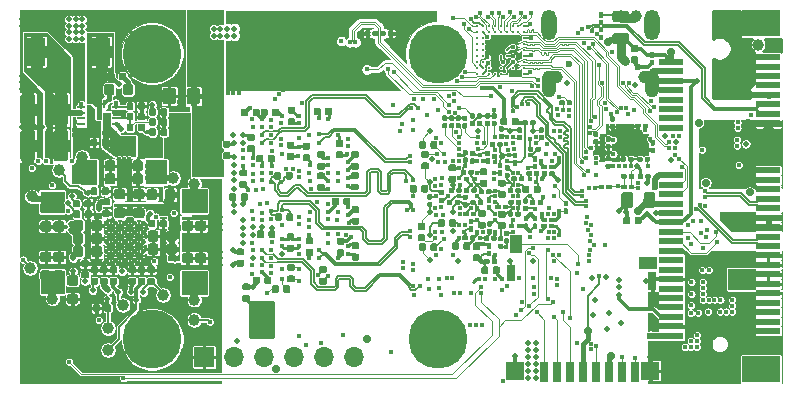
<source format=gbl>
G04 #@! TF.GenerationSoftware,KiCad,Pcbnew,(5.1.2-1)-1*
G04 #@! TF.CreationDate,2019-11-23T20:05:59-08:00*
G04 #@! TF.ProjectId,mxenc,6d78656e-632e-46b6-9963-61645f706362,rev?*
G04 #@! TF.SameCoordinates,Original*
G04 #@! TF.FileFunction,Copper,L8,Bot*
G04 #@! TF.FilePolarity,Positive*
%FSLAX46Y46*%
G04 Gerber Fmt 4.6, Leading zero omitted, Abs format (unit mm)*
G04 Created by KiCad (PCBNEW (5.1.2-1)-1) date 2019-11-23 20:05:59*
%MOMM*%
%LPD*%
G04 APERTURE LIST*
%ADD10C,0.100000*%
%ADD11C,0.400000*%
%ADD12R,2.000000X0.600000*%
%ADD13R,3.200000X2.300000*%
%ADD14C,5.000000*%
%ADD15C,0.875000*%
%ADD16C,1.000000*%
%ADD17R,1.700000X1.700000*%
%ADD18O,1.700000X1.700000*%
%ADD19C,0.240000*%
%ADD20C,1.250000*%
%ADD21C,0.590000*%
%ADD22C,0.975000*%
%ADD23R,1.500000X2.400000*%
%ADD24C,1.150000*%
%ADD25R,0.250000X1.500000*%
%ADD26R,0.700000X0.250000*%
%ADD27R,0.250000X0.700000*%
%ADD28O,1.650000X1.100000*%
%ADD29O,1.200000X2.300000*%
%ADD30O,1.300000X2.600000*%
%ADD31R,1.001290X1.501930*%
%ADD32R,1.500010X1.000010*%
%ADD33R,0.800364X1.400640*%
%ADD34R,0.800585X1.501100*%
%ADD35R,1.501800X1.501800*%
%ADD36R,1.500920X1.500920*%
%ADD37R,0.701055X1.752640*%
%ADD38R,0.700710X1.751770*%
%ADD39R,0.700174X1.750430*%
%ADD40R,0.700982X1.752460*%
%ADD41R,0.700871X1.752180*%
%ADD42R,0.700643X1.751610*%
%ADD43R,0.701191X1.752980*%
%ADD44R,0.700176X1.750440*%
%ADD45C,0.406400*%
%ADD46C,0.500000*%
%ADD47C,0.600000*%
%ADD48C,0.700000*%
%ADD49C,0.254000*%
%ADD50C,0.106680*%
%ADD51C,0.200000*%
%ADD52C,0.300000*%
%ADD53C,0.081280*%
%ADD54C,0.500000*%
%ADD55C,0.750000*%
%ADD56C,0.400000*%
%ADD57C,0.088900*%
%ADD58C,0.139700*%
%ADD59C,0.076200*%
%ADD60C,0.127000*%
%ADD61C,0.150000*%
%ADD62C,0.114300*%
%ADD63C,0.076000*%
G04 APERTURE END LIST*
D10*
G36*
X173759802Y-91000482D02*
G01*
X173769509Y-91001921D01*
X173779028Y-91004306D01*
X173788268Y-91007612D01*
X173797140Y-91011808D01*
X173805557Y-91016853D01*
X173813439Y-91022699D01*
X173820711Y-91029289D01*
X173827301Y-91036561D01*
X173833147Y-91044443D01*
X173838192Y-91052860D01*
X173842388Y-91061732D01*
X173845694Y-91070972D01*
X173848079Y-91080491D01*
X173849518Y-91090198D01*
X173850000Y-91100000D01*
X173850000Y-91300000D01*
X173849518Y-91309802D01*
X173848079Y-91319509D01*
X173845694Y-91329028D01*
X173842388Y-91338268D01*
X173838192Y-91347140D01*
X173833147Y-91355557D01*
X173827301Y-91363439D01*
X173820711Y-91370711D01*
X173813439Y-91377301D01*
X173805557Y-91383147D01*
X173797140Y-91388192D01*
X173788268Y-91392388D01*
X173779028Y-91395694D01*
X173769509Y-91398079D01*
X173759802Y-91399518D01*
X173750000Y-91400000D01*
X173490000Y-91400000D01*
X173480198Y-91399518D01*
X173470491Y-91398079D01*
X173460972Y-91395694D01*
X173451732Y-91392388D01*
X173442860Y-91388192D01*
X173434443Y-91383147D01*
X173426561Y-91377301D01*
X173419289Y-91370711D01*
X173412699Y-91363439D01*
X173406853Y-91355557D01*
X173401808Y-91347140D01*
X173397612Y-91338268D01*
X173394306Y-91329028D01*
X173391921Y-91319509D01*
X173390482Y-91309802D01*
X173390000Y-91300000D01*
X173390000Y-91100000D01*
X173390482Y-91090198D01*
X173391921Y-91080491D01*
X173394306Y-91070972D01*
X173397612Y-91061732D01*
X173401808Y-91052860D01*
X173406853Y-91044443D01*
X173412699Y-91036561D01*
X173419289Y-91029289D01*
X173426561Y-91022699D01*
X173434443Y-91016853D01*
X173442860Y-91011808D01*
X173451732Y-91007612D01*
X173460972Y-91004306D01*
X173470491Y-91001921D01*
X173480198Y-91000482D01*
X173490000Y-91000000D01*
X173750000Y-91000000D01*
X173759802Y-91000482D01*
X173759802Y-91000482D01*
G37*
D11*
X173620000Y-91200000D03*
D10*
G36*
X173119802Y-91000482D02*
G01*
X173129509Y-91001921D01*
X173139028Y-91004306D01*
X173148268Y-91007612D01*
X173157140Y-91011808D01*
X173165557Y-91016853D01*
X173173439Y-91022699D01*
X173180711Y-91029289D01*
X173187301Y-91036561D01*
X173193147Y-91044443D01*
X173198192Y-91052860D01*
X173202388Y-91061732D01*
X173205694Y-91070972D01*
X173208079Y-91080491D01*
X173209518Y-91090198D01*
X173210000Y-91100000D01*
X173210000Y-91300000D01*
X173209518Y-91309802D01*
X173208079Y-91319509D01*
X173205694Y-91329028D01*
X173202388Y-91338268D01*
X173198192Y-91347140D01*
X173193147Y-91355557D01*
X173187301Y-91363439D01*
X173180711Y-91370711D01*
X173173439Y-91377301D01*
X173165557Y-91383147D01*
X173157140Y-91388192D01*
X173148268Y-91392388D01*
X173139028Y-91395694D01*
X173129509Y-91398079D01*
X173119802Y-91399518D01*
X173110000Y-91400000D01*
X172850000Y-91400000D01*
X172840198Y-91399518D01*
X172830491Y-91398079D01*
X172820972Y-91395694D01*
X172811732Y-91392388D01*
X172802860Y-91388192D01*
X172794443Y-91383147D01*
X172786561Y-91377301D01*
X172779289Y-91370711D01*
X172772699Y-91363439D01*
X172766853Y-91355557D01*
X172761808Y-91347140D01*
X172757612Y-91338268D01*
X172754306Y-91329028D01*
X172751921Y-91319509D01*
X172750482Y-91309802D01*
X172750000Y-91300000D01*
X172750000Y-91100000D01*
X172750482Y-91090198D01*
X172751921Y-91080491D01*
X172754306Y-91070972D01*
X172757612Y-91061732D01*
X172761808Y-91052860D01*
X172766853Y-91044443D01*
X172772699Y-91036561D01*
X172779289Y-91029289D01*
X172786561Y-91022699D01*
X172794443Y-91016853D01*
X172802860Y-91011808D01*
X172811732Y-91007612D01*
X172820972Y-91004306D01*
X172830491Y-91001921D01*
X172840198Y-91000482D01*
X172850000Y-91000000D01*
X173110000Y-91000000D01*
X173119802Y-91000482D01*
X173119802Y-91000482D01*
G37*
D11*
X172980000Y-91200000D03*
D10*
G36*
X171819802Y-91000482D02*
G01*
X171829509Y-91001921D01*
X171839028Y-91004306D01*
X171848268Y-91007612D01*
X171857140Y-91011808D01*
X171865557Y-91016853D01*
X171873439Y-91022699D01*
X171880711Y-91029289D01*
X171887301Y-91036561D01*
X171893147Y-91044443D01*
X171898192Y-91052860D01*
X171902388Y-91061732D01*
X171905694Y-91070972D01*
X171908079Y-91080491D01*
X171909518Y-91090198D01*
X171910000Y-91100000D01*
X171910000Y-91300000D01*
X171909518Y-91309802D01*
X171908079Y-91319509D01*
X171905694Y-91329028D01*
X171902388Y-91338268D01*
X171898192Y-91347140D01*
X171893147Y-91355557D01*
X171887301Y-91363439D01*
X171880711Y-91370711D01*
X171873439Y-91377301D01*
X171865557Y-91383147D01*
X171857140Y-91388192D01*
X171848268Y-91392388D01*
X171839028Y-91395694D01*
X171829509Y-91398079D01*
X171819802Y-91399518D01*
X171810000Y-91400000D01*
X171550000Y-91400000D01*
X171540198Y-91399518D01*
X171530491Y-91398079D01*
X171520972Y-91395694D01*
X171511732Y-91392388D01*
X171502860Y-91388192D01*
X171494443Y-91383147D01*
X171486561Y-91377301D01*
X171479289Y-91370711D01*
X171472699Y-91363439D01*
X171466853Y-91355557D01*
X171461808Y-91347140D01*
X171457612Y-91338268D01*
X171454306Y-91329028D01*
X171451921Y-91319509D01*
X171450482Y-91309802D01*
X171450000Y-91300000D01*
X171450000Y-91100000D01*
X171450482Y-91090198D01*
X171451921Y-91080491D01*
X171454306Y-91070972D01*
X171457612Y-91061732D01*
X171461808Y-91052860D01*
X171466853Y-91044443D01*
X171472699Y-91036561D01*
X171479289Y-91029289D01*
X171486561Y-91022699D01*
X171494443Y-91016853D01*
X171502860Y-91011808D01*
X171511732Y-91007612D01*
X171520972Y-91004306D01*
X171530491Y-91001921D01*
X171540198Y-91000482D01*
X171550000Y-91000000D01*
X171810000Y-91000000D01*
X171819802Y-91000482D01*
X171819802Y-91000482D01*
G37*
D11*
X171680000Y-91200000D03*
D10*
G36*
X172459802Y-91000482D02*
G01*
X172469509Y-91001921D01*
X172479028Y-91004306D01*
X172488268Y-91007612D01*
X172497140Y-91011808D01*
X172505557Y-91016853D01*
X172513439Y-91022699D01*
X172520711Y-91029289D01*
X172527301Y-91036561D01*
X172533147Y-91044443D01*
X172538192Y-91052860D01*
X172542388Y-91061732D01*
X172545694Y-91070972D01*
X172548079Y-91080491D01*
X172549518Y-91090198D01*
X172550000Y-91100000D01*
X172550000Y-91300000D01*
X172549518Y-91309802D01*
X172548079Y-91319509D01*
X172545694Y-91329028D01*
X172542388Y-91338268D01*
X172538192Y-91347140D01*
X172533147Y-91355557D01*
X172527301Y-91363439D01*
X172520711Y-91370711D01*
X172513439Y-91377301D01*
X172505557Y-91383147D01*
X172497140Y-91388192D01*
X172488268Y-91392388D01*
X172479028Y-91395694D01*
X172469509Y-91398079D01*
X172459802Y-91399518D01*
X172450000Y-91400000D01*
X172190000Y-91400000D01*
X172180198Y-91399518D01*
X172170491Y-91398079D01*
X172160972Y-91395694D01*
X172151732Y-91392388D01*
X172142860Y-91388192D01*
X172134443Y-91383147D01*
X172126561Y-91377301D01*
X172119289Y-91370711D01*
X172112699Y-91363439D01*
X172106853Y-91355557D01*
X172101808Y-91347140D01*
X172097612Y-91338268D01*
X172094306Y-91329028D01*
X172091921Y-91319509D01*
X172090482Y-91309802D01*
X172090000Y-91300000D01*
X172090000Y-91100000D01*
X172090482Y-91090198D01*
X172091921Y-91080491D01*
X172094306Y-91070972D01*
X172097612Y-91061732D01*
X172101808Y-91052860D01*
X172106853Y-91044443D01*
X172112699Y-91036561D01*
X172119289Y-91029289D01*
X172126561Y-91022699D01*
X172134443Y-91016853D01*
X172142860Y-91011808D01*
X172151732Y-91007612D01*
X172160972Y-91004306D01*
X172170491Y-91001921D01*
X172180198Y-91000482D01*
X172190000Y-91000000D01*
X172450000Y-91000000D01*
X172459802Y-91000482D01*
X172459802Y-91000482D01*
G37*
D11*
X172320000Y-91200000D03*
D10*
G36*
X191109802Y-100140482D02*
G01*
X191119509Y-100141921D01*
X191129028Y-100144306D01*
X191138268Y-100147612D01*
X191147140Y-100151808D01*
X191155557Y-100156853D01*
X191163439Y-100162699D01*
X191170711Y-100169289D01*
X191177301Y-100176561D01*
X191183147Y-100184443D01*
X191188192Y-100192860D01*
X191192388Y-100201732D01*
X191195694Y-100210972D01*
X191198079Y-100220491D01*
X191199518Y-100230198D01*
X191200000Y-100240000D01*
X191200000Y-100500000D01*
X191199518Y-100509802D01*
X191198079Y-100519509D01*
X191195694Y-100529028D01*
X191192388Y-100538268D01*
X191188192Y-100547140D01*
X191183147Y-100555557D01*
X191177301Y-100563439D01*
X191170711Y-100570711D01*
X191163439Y-100577301D01*
X191155557Y-100583147D01*
X191147140Y-100588192D01*
X191138268Y-100592388D01*
X191129028Y-100595694D01*
X191119509Y-100598079D01*
X191109802Y-100599518D01*
X191100000Y-100600000D01*
X190900000Y-100600000D01*
X190890198Y-100599518D01*
X190880491Y-100598079D01*
X190870972Y-100595694D01*
X190861732Y-100592388D01*
X190852860Y-100588192D01*
X190844443Y-100583147D01*
X190836561Y-100577301D01*
X190829289Y-100570711D01*
X190822699Y-100563439D01*
X190816853Y-100555557D01*
X190811808Y-100547140D01*
X190807612Y-100538268D01*
X190804306Y-100529028D01*
X190801921Y-100519509D01*
X190800482Y-100509802D01*
X190800000Y-100500000D01*
X190800000Y-100240000D01*
X190800482Y-100230198D01*
X190801921Y-100220491D01*
X190804306Y-100210972D01*
X190807612Y-100201732D01*
X190811808Y-100192860D01*
X190816853Y-100184443D01*
X190822699Y-100176561D01*
X190829289Y-100169289D01*
X190836561Y-100162699D01*
X190844443Y-100156853D01*
X190852860Y-100151808D01*
X190861732Y-100147612D01*
X190870972Y-100144306D01*
X190880491Y-100141921D01*
X190890198Y-100140482D01*
X190900000Y-100140000D01*
X191100000Y-100140000D01*
X191109802Y-100140482D01*
X191109802Y-100140482D01*
G37*
D11*
X191000000Y-100370000D03*
D10*
G36*
X191109802Y-99500482D02*
G01*
X191119509Y-99501921D01*
X191129028Y-99504306D01*
X191138268Y-99507612D01*
X191147140Y-99511808D01*
X191155557Y-99516853D01*
X191163439Y-99522699D01*
X191170711Y-99529289D01*
X191177301Y-99536561D01*
X191183147Y-99544443D01*
X191188192Y-99552860D01*
X191192388Y-99561732D01*
X191195694Y-99570972D01*
X191198079Y-99580491D01*
X191199518Y-99590198D01*
X191200000Y-99600000D01*
X191200000Y-99860000D01*
X191199518Y-99869802D01*
X191198079Y-99879509D01*
X191195694Y-99889028D01*
X191192388Y-99898268D01*
X191188192Y-99907140D01*
X191183147Y-99915557D01*
X191177301Y-99923439D01*
X191170711Y-99930711D01*
X191163439Y-99937301D01*
X191155557Y-99943147D01*
X191147140Y-99948192D01*
X191138268Y-99952388D01*
X191129028Y-99955694D01*
X191119509Y-99958079D01*
X191109802Y-99959518D01*
X191100000Y-99960000D01*
X190900000Y-99960000D01*
X190890198Y-99959518D01*
X190880491Y-99958079D01*
X190870972Y-99955694D01*
X190861732Y-99952388D01*
X190852860Y-99948192D01*
X190844443Y-99943147D01*
X190836561Y-99937301D01*
X190829289Y-99930711D01*
X190822699Y-99923439D01*
X190816853Y-99915557D01*
X190811808Y-99907140D01*
X190807612Y-99898268D01*
X190804306Y-99889028D01*
X190801921Y-99879509D01*
X190800482Y-99869802D01*
X190800000Y-99860000D01*
X190800000Y-99600000D01*
X190800482Y-99590198D01*
X190801921Y-99580491D01*
X190804306Y-99570972D01*
X190807612Y-99561732D01*
X190811808Y-99552860D01*
X190816853Y-99544443D01*
X190822699Y-99536561D01*
X190829289Y-99529289D01*
X190836561Y-99522699D01*
X190844443Y-99516853D01*
X190852860Y-99511808D01*
X190861732Y-99507612D01*
X190870972Y-99504306D01*
X190880491Y-99501921D01*
X190890198Y-99500482D01*
X190900000Y-99500000D01*
X191100000Y-99500000D01*
X191109802Y-99500482D01*
X191109802Y-99500482D01*
G37*
D11*
X191000000Y-99730000D03*
D10*
G36*
X192159802Y-101580482D02*
G01*
X192169509Y-101581921D01*
X192179028Y-101584306D01*
X192188268Y-101587612D01*
X192197140Y-101591808D01*
X192205557Y-101596853D01*
X192213439Y-101602699D01*
X192220711Y-101609289D01*
X192227301Y-101616561D01*
X192233147Y-101624443D01*
X192238192Y-101632860D01*
X192242388Y-101641732D01*
X192245694Y-101650972D01*
X192248079Y-101660491D01*
X192249518Y-101670198D01*
X192250000Y-101680000D01*
X192250000Y-101940000D01*
X192249518Y-101949802D01*
X192248079Y-101959509D01*
X192245694Y-101969028D01*
X192242388Y-101978268D01*
X192238192Y-101987140D01*
X192233147Y-101995557D01*
X192227301Y-102003439D01*
X192220711Y-102010711D01*
X192213439Y-102017301D01*
X192205557Y-102023147D01*
X192197140Y-102028192D01*
X192188268Y-102032388D01*
X192179028Y-102035694D01*
X192169509Y-102038079D01*
X192159802Y-102039518D01*
X192150000Y-102040000D01*
X191950000Y-102040000D01*
X191940198Y-102039518D01*
X191930491Y-102038079D01*
X191920972Y-102035694D01*
X191911732Y-102032388D01*
X191902860Y-102028192D01*
X191894443Y-102023147D01*
X191886561Y-102017301D01*
X191879289Y-102010711D01*
X191872699Y-102003439D01*
X191866853Y-101995557D01*
X191861808Y-101987140D01*
X191857612Y-101978268D01*
X191854306Y-101969028D01*
X191851921Y-101959509D01*
X191850482Y-101949802D01*
X191850000Y-101940000D01*
X191850000Y-101680000D01*
X191850482Y-101670198D01*
X191851921Y-101660491D01*
X191854306Y-101650972D01*
X191857612Y-101641732D01*
X191861808Y-101632860D01*
X191866853Y-101624443D01*
X191872699Y-101616561D01*
X191879289Y-101609289D01*
X191886561Y-101602699D01*
X191894443Y-101596853D01*
X191902860Y-101591808D01*
X191911732Y-101587612D01*
X191920972Y-101584306D01*
X191930491Y-101581921D01*
X191940198Y-101580482D01*
X191950000Y-101580000D01*
X192150000Y-101580000D01*
X192159802Y-101580482D01*
X192159802Y-101580482D01*
G37*
D11*
X192050000Y-101810000D03*
D10*
G36*
X192159802Y-102220482D02*
G01*
X192169509Y-102221921D01*
X192179028Y-102224306D01*
X192188268Y-102227612D01*
X192197140Y-102231808D01*
X192205557Y-102236853D01*
X192213439Y-102242699D01*
X192220711Y-102249289D01*
X192227301Y-102256561D01*
X192233147Y-102264443D01*
X192238192Y-102272860D01*
X192242388Y-102281732D01*
X192245694Y-102290972D01*
X192248079Y-102300491D01*
X192249518Y-102310198D01*
X192250000Y-102320000D01*
X192250000Y-102580000D01*
X192249518Y-102589802D01*
X192248079Y-102599509D01*
X192245694Y-102609028D01*
X192242388Y-102618268D01*
X192238192Y-102627140D01*
X192233147Y-102635557D01*
X192227301Y-102643439D01*
X192220711Y-102650711D01*
X192213439Y-102657301D01*
X192205557Y-102663147D01*
X192197140Y-102668192D01*
X192188268Y-102672388D01*
X192179028Y-102675694D01*
X192169509Y-102678079D01*
X192159802Y-102679518D01*
X192150000Y-102680000D01*
X191950000Y-102680000D01*
X191940198Y-102679518D01*
X191930491Y-102678079D01*
X191920972Y-102675694D01*
X191911732Y-102672388D01*
X191902860Y-102668192D01*
X191894443Y-102663147D01*
X191886561Y-102657301D01*
X191879289Y-102650711D01*
X191872699Y-102643439D01*
X191866853Y-102635557D01*
X191861808Y-102627140D01*
X191857612Y-102618268D01*
X191854306Y-102609028D01*
X191851921Y-102599509D01*
X191850482Y-102589802D01*
X191850000Y-102580000D01*
X191850000Y-102320000D01*
X191850482Y-102310198D01*
X191851921Y-102300491D01*
X191854306Y-102290972D01*
X191857612Y-102281732D01*
X191861808Y-102272860D01*
X191866853Y-102264443D01*
X191872699Y-102256561D01*
X191879289Y-102249289D01*
X191886561Y-102242699D01*
X191894443Y-102236853D01*
X191902860Y-102231808D01*
X191911732Y-102227612D01*
X191920972Y-102224306D01*
X191930491Y-102221921D01*
X191940198Y-102220482D01*
X191950000Y-102220000D01*
X192150000Y-102220000D01*
X192159802Y-102220482D01*
X192159802Y-102220482D01*
G37*
D11*
X192050000Y-102450000D03*
D12*
X205600000Y-93200000D03*
X197400001Y-93600000D03*
X205599999Y-94000000D03*
X197400001Y-94400000D03*
X205599999Y-94800000D03*
X197400001Y-95200000D03*
X205599999Y-95600000D03*
X197400001Y-96000000D03*
X205599999Y-96400000D03*
X197400001Y-96800000D03*
X205599999Y-97200000D03*
X197400001Y-97600000D03*
X205599999Y-98000000D03*
X197400001Y-98400000D03*
X205599999Y-98800000D03*
X197400001Y-99200000D03*
X205599999Y-102800000D03*
X197400001Y-103200000D03*
X205599999Y-103600000D03*
X197400001Y-104000000D03*
X205599999Y-104400000D03*
X197400001Y-104800000D03*
X205599999Y-105200000D03*
X197400001Y-105600000D03*
X205599999Y-106000000D03*
X197400001Y-106400000D03*
X205599999Y-106800000D03*
X197400001Y-107200000D03*
X205599999Y-107600000D03*
X197400001Y-108000000D03*
X205599999Y-108400000D03*
X197400001Y-108800000D03*
X205599999Y-109200000D03*
X197400001Y-109600000D03*
X205599999Y-110000000D03*
X197400001Y-110400000D03*
X205599999Y-110800000D03*
X197400001Y-111200000D03*
X205599999Y-111600000D03*
X197400001Y-112000000D03*
X205599999Y-112400000D03*
X197400001Y-112800000D03*
X205599999Y-113200000D03*
X197400001Y-113600000D03*
X205600000Y-114000000D03*
X197400001Y-114400000D03*
X205599999Y-114800000D03*
X197400001Y-115200000D03*
X205599999Y-115600000D03*
X197400001Y-116000000D03*
X205599999Y-116400000D03*
X197400001Y-116800000D03*
D13*
X205000000Y-90350000D03*
X205000000Y-119650000D03*
D14*
X153450000Y-117100000D03*
X153450000Y-92900000D03*
X177600000Y-92900000D03*
X177600000Y-117100000D03*
D10*
G36*
X150052691Y-95476053D02*
G01*
X150073926Y-95479203D01*
X150094750Y-95484419D01*
X150114962Y-95491651D01*
X150134368Y-95500830D01*
X150152781Y-95511866D01*
X150170024Y-95524654D01*
X150185930Y-95539070D01*
X150200346Y-95554976D01*
X150213134Y-95572219D01*
X150224170Y-95590632D01*
X150233349Y-95610038D01*
X150240581Y-95630250D01*
X150245797Y-95651074D01*
X150248947Y-95672309D01*
X150250000Y-95693750D01*
X150250000Y-96206250D01*
X150248947Y-96227691D01*
X150245797Y-96248926D01*
X150240581Y-96269750D01*
X150233349Y-96289962D01*
X150224170Y-96309368D01*
X150213134Y-96327781D01*
X150200346Y-96345024D01*
X150185930Y-96360930D01*
X150170024Y-96375346D01*
X150152781Y-96388134D01*
X150134368Y-96399170D01*
X150114962Y-96408349D01*
X150094750Y-96415581D01*
X150073926Y-96420797D01*
X150052691Y-96423947D01*
X150031250Y-96425000D01*
X149593750Y-96425000D01*
X149572309Y-96423947D01*
X149551074Y-96420797D01*
X149530250Y-96415581D01*
X149510038Y-96408349D01*
X149490632Y-96399170D01*
X149472219Y-96388134D01*
X149454976Y-96375346D01*
X149439070Y-96360930D01*
X149424654Y-96345024D01*
X149411866Y-96327781D01*
X149400830Y-96309368D01*
X149391651Y-96289962D01*
X149384419Y-96269750D01*
X149379203Y-96248926D01*
X149376053Y-96227691D01*
X149375000Y-96206250D01*
X149375000Y-95693750D01*
X149376053Y-95672309D01*
X149379203Y-95651074D01*
X149384419Y-95630250D01*
X149391651Y-95610038D01*
X149400830Y-95590632D01*
X149411866Y-95572219D01*
X149424654Y-95554976D01*
X149439070Y-95539070D01*
X149454976Y-95524654D01*
X149472219Y-95511866D01*
X149490632Y-95500830D01*
X149510038Y-95491651D01*
X149530250Y-95484419D01*
X149551074Y-95479203D01*
X149572309Y-95476053D01*
X149593750Y-95475000D01*
X150031250Y-95475000D01*
X150052691Y-95476053D01*
X150052691Y-95476053D01*
G37*
D15*
X149812500Y-95950000D03*
D10*
G36*
X151627691Y-95476053D02*
G01*
X151648926Y-95479203D01*
X151669750Y-95484419D01*
X151689962Y-95491651D01*
X151709368Y-95500830D01*
X151727781Y-95511866D01*
X151745024Y-95524654D01*
X151760930Y-95539070D01*
X151775346Y-95554976D01*
X151788134Y-95572219D01*
X151799170Y-95590632D01*
X151808349Y-95610038D01*
X151815581Y-95630250D01*
X151820797Y-95651074D01*
X151823947Y-95672309D01*
X151825000Y-95693750D01*
X151825000Y-96206250D01*
X151823947Y-96227691D01*
X151820797Y-96248926D01*
X151815581Y-96269750D01*
X151808349Y-96289962D01*
X151799170Y-96309368D01*
X151788134Y-96327781D01*
X151775346Y-96345024D01*
X151760930Y-96360930D01*
X151745024Y-96375346D01*
X151727781Y-96388134D01*
X151709368Y-96399170D01*
X151689962Y-96408349D01*
X151669750Y-96415581D01*
X151648926Y-96420797D01*
X151627691Y-96423947D01*
X151606250Y-96425000D01*
X151168750Y-96425000D01*
X151147309Y-96423947D01*
X151126074Y-96420797D01*
X151105250Y-96415581D01*
X151085038Y-96408349D01*
X151065632Y-96399170D01*
X151047219Y-96388134D01*
X151029976Y-96375346D01*
X151014070Y-96360930D01*
X150999654Y-96345024D01*
X150986866Y-96327781D01*
X150975830Y-96309368D01*
X150966651Y-96289962D01*
X150959419Y-96269750D01*
X150954203Y-96248926D01*
X150951053Y-96227691D01*
X150950000Y-96206250D01*
X150950000Y-95693750D01*
X150951053Y-95672309D01*
X150954203Y-95651074D01*
X150959419Y-95630250D01*
X150966651Y-95610038D01*
X150975830Y-95590632D01*
X150986866Y-95572219D01*
X150999654Y-95554976D01*
X151014070Y-95539070D01*
X151029976Y-95524654D01*
X151047219Y-95511866D01*
X151065632Y-95500830D01*
X151085038Y-95491651D01*
X151105250Y-95484419D01*
X151126074Y-95479203D01*
X151147309Y-95476053D01*
X151168750Y-95475000D01*
X151606250Y-95475000D01*
X151627691Y-95476053D01*
X151627691Y-95476053D01*
G37*
D15*
X151387500Y-95950000D03*
D11*
X152690000Y-107212000D03*
X151890000Y-107212000D03*
X151090000Y-107212000D03*
X150290000Y-107212000D03*
X149490000Y-107212000D03*
X152690000Y-108012000D03*
X151890000Y-108012000D03*
X151090000Y-108012000D03*
X150290000Y-108012000D03*
X149490000Y-108012000D03*
X152690000Y-108812000D03*
X151890000Y-108812000D03*
X151090000Y-108812000D03*
X150290000Y-108812000D03*
X149490000Y-108812000D03*
X152690000Y-109612000D03*
X151890000Y-109612000D03*
X151090000Y-109612000D03*
X150290000Y-109612000D03*
X149490000Y-109612000D03*
X152690000Y-110412000D03*
X151890000Y-110412000D03*
X151090000Y-110412000D03*
X150290000Y-110412000D03*
X149490000Y-110412000D03*
D16*
X154350000Y-113350000D03*
X157000000Y-115450000D03*
X147500000Y-101660000D03*
X145000000Y-113650000D03*
X150950000Y-114200000D03*
X143250000Y-105000000D03*
X143100000Y-111050000D03*
X155200000Y-103450000D03*
X145550000Y-102750000D03*
X157000000Y-103950000D03*
X149700000Y-116150000D03*
X149700000Y-118000000D03*
X157000000Y-113750000D03*
D10*
G36*
X188584802Y-106015482D02*
G01*
X188594509Y-106016921D01*
X188604028Y-106019306D01*
X188613268Y-106022612D01*
X188622140Y-106026808D01*
X188630557Y-106031853D01*
X188638439Y-106037699D01*
X188645711Y-106044289D01*
X188652301Y-106051561D01*
X188658147Y-106059443D01*
X188663192Y-106067860D01*
X188667388Y-106076732D01*
X188670694Y-106085972D01*
X188673079Y-106095491D01*
X188674518Y-106105198D01*
X188675000Y-106115000D01*
X188675000Y-106375000D01*
X188674518Y-106384802D01*
X188673079Y-106394509D01*
X188670694Y-106404028D01*
X188667388Y-106413268D01*
X188663192Y-106422140D01*
X188658147Y-106430557D01*
X188652301Y-106438439D01*
X188645711Y-106445711D01*
X188638439Y-106452301D01*
X188630557Y-106458147D01*
X188622140Y-106463192D01*
X188613268Y-106467388D01*
X188604028Y-106470694D01*
X188594509Y-106473079D01*
X188584802Y-106474518D01*
X188575000Y-106475000D01*
X188375000Y-106475000D01*
X188365198Y-106474518D01*
X188355491Y-106473079D01*
X188345972Y-106470694D01*
X188336732Y-106467388D01*
X188327860Y-106463192D01*
X188319443Y-106458147D01*
X188311561Y-106452301D01*
X188304289Y-106445711D01*
X188297699Y-106438439D01*
X188291853Y-106430557D01*
X188286808Y-106422140D01*
X188282612Y-106413268D01*
X188279306Y-106404028D01*
X188276921Y-106394509D01*
X188275482Y-106384802D01*
X188275000Y-106375000D01*
X188275000Y-106115000D01*
X188275482Y-106105198D01*
X188276921Y-106095491D01*
X188279306Y-106085972D01*
X188282612Y-106076732D01*
X188286808Y-106067860D01*
X188291853Y-106059443D01*
X188297699Y-106051561D01*
X188304289Y-106044289D01*
X188311561Y-106037699D01*
X188319443Y-106031853D01*
X188327860Y-106026808D01*
X188336732Y-106022612D01*
X188345972Y-106019306D01*
X188355491Y-106016921D01*
X188365198Y-106015482D01*
X188375000Y-106015000D01*
X188575000Y-106015000D01*
X188584802Y-106015482D01*
X188584802Y-106015482D01*
G37*
D11*
X188475000Y-106245000D03*
D10*
G36*
X188584802Y-105375482D02*
G01*
X188594509Y-105376921D01*
X188604028Y-105379306D01*
X188613268Y-105382612D01*
X188622140Y-105386808D01*
X188630557Y-105391853D01*
X188638439Y-105397699D01*
X188645711Y-105404289D01*
X188652301Y-105411561D01*
X188658147Y-105419443D01*
X188663192Y-105427860D01*
X188667388Y-105436732D01*
X188670694Y-105445972D01*
X188673079Y-105455491D01*
X188674518Y-105465198D01*
X188675000Y-105475000D01*
X188675000Y-105735000D01*
X188674518Y-105744802D01*
X188673079Y-105754509D01*
X188670694Y-105764028D01*
X188667388Y-105773268D01*
X188663192Y-105782140D01*
X188658147Y-105790557D01*
X188652301Y-105798439D01*
X188645711Y-105805711D01*
X188638439Y-105812301D01*
X188630557Y-105818147D01*
X188622140Y-105823192D01*
X188613268Y-105827388D01*
X188604028Y-105830694D01*
X188594509Y-105833079D01*
X188584802Y-105834518D01*
X188575000Y-105835000D01*
X188375000Y-105835000D01*
X188365198Y-105834518D01*
X188355491Y-105833079D01*
X188345972Y-105830694D01*
X188336732Y-105827388D01*
X188327860Y-105823192D01*
X188319443Y-105818147D01*
X188311561Y-105812301D01*
X188304289Y-105805711D01*
X188297699Y-105798439D01*
X188291853Y-105790557D01*
X188286808Y-105782140D01*
X188282612Y-105773268D01*
X188279306Y-105764028D01*
X188276921Y-105754509D01*
X188275482Y-105744802D01*
X188275000Y-105735000D01*
X188275000Y-105475000D01*
X188275482Y-105465198D01*
X188276921Y-105455491D01*
X188279306Y-105445972D01*
X188282612Y-105436732D01*
X188286808Y-105427860D01*
X188291853Y-105419443D01*
X188297699Y-105411561D01*
X188304289Y-105404289D01*
X188311561Y-105397699D01*
X188319443Y-105391853D01*
X188327860Y-105386808D01*
X188336732Y-105382612D01*
X188345972Y-105379306D01*
X188355491Y-105376921D01*
X188365198Y-105375482D01*
X188375000Y-105375000D01*
X188575000Y-105375000D01*
X188584802Y-105375482D01*
X188584802Y-105375482D01*
G37*
D11*
X188475000Y-105605000D03*
D10*
G36*
X188909802Y-96875482D02*
G01*
X188919509Y-96876921D01*
X188929028Y-96879306D01*
X188938268Y-96882612D01*
X188947140Y-96886808D01*
X188955557Y-96891853D01*
X188963439Y-96897699D01*
X188970711Y-96904289D01*
X188977301Y-96911561D01*
X188983147Y-96919443D01*
X188988192Y-96927860D01*
X188992388Y-96936732D01*
X188995694Y-96945972D01*
X188998079Y-96955491D01*
X188999518Y-96965198D01*
X189000000Y-96975000D01*
X189000000Y-97175000D01*
X188999518Y-97184802D01*
X188998079Y-97194509D01*
X188995694Y-97204028D01*
X188992388Y-97213268D01*
X188988192Y-97222140D01*
X188983147Y-97230557D01*
X188977301Y-97238439D01*
X188970711Y-97245711D01*
X188963439Y-97252301D01*
X188955557Y-97258147D01*
X188947140Y-97263192D01*
X188938268Y-97267388D01*
X188929028Y-97270694D01*
X188919509Y-97273079D01*
X188909802Y-97274518D01*
X188900000Y-97275000D01*
X188640000Y-97275000D01*
X188630198Y-97274518D01*
X188620491Y-97273079D01*
X188610972Y-97270694D01*
X188601732Y-97267388D01*
X188592860Y-97263192D01*
X188584443Y-97258147D01*
X188576561Y-97252301D01*
X188569289Y-97245711D01*
X188562699Y-97238439D01*
X188556853Y-97230557D01*
X188551808Y-97222140D01*
X188547612Y-97213268D01*
X188544306Y-97204028D01*
X188541921Y-97194509D01*
X188540482Y-97184802D01*
X188540000Y-97175000D01*
X188540000Y-96975000D01*
X188540482Y-96965198D01*
X188541921Y-96955491D01*
X188544306Y-96945972D01*
X188547612Y-96936732D01*
X188551808Y-96927860D01*
X188556853Y-96919443D01*
X188562699Y-96911561D01*
X188569289Y-96904289D01*
X188576561Y-96897699D01*
X188584443Y-96891853D01*
X188592860Y-96886808D01*
X188601732Y-96882612D01*
X188610972Y-96879306D01*
X188620491Y-96876921D01*
X188630198Y-96875482D01*
X188640000Y-96875000D01*
X188900000Y-96875000D01*
X188909802Y-96875482D01*
X188909802Y-96875482D01*
G37*
D11*
X188770000Y-97075000D03*
D10*
G36*
X188269802Y-96875482D02*
G01*
X188279509Y-96876921D01*
X188289028Y-96879306D01*
X188298268Y-96882612D01*
X188307140Y-96886808D01*
X188315557Y-96891853D01*
X188323439Y-96897699D01*
X188330711Y-96904289D01*
X188337301Y-96911561D01*
X188343147Y-96919443D01*
X188348192Y-96927860D01*
X188352388Y-96936732D01*
X188355694Y-96945972D01*
X188358079Y-96955491D01*
X188359518Y-96965198D01*
X188360000Y-96975000D01*
X188360000Y-97175000D01*
X188359518Y-97184802D01*
X188358079Y-97194509D01*
X188355694Y-97204028D01*
X188352388Y-97213268D01*
X188348192Y-97222140D01*
X188343147Y-97230557D01*
X188337301Y-97238439D01*
X188330711Y-97245711D01*
X188323439Y-97252301D01*
X188315557Y-97258147D01*
X188307140Y-97263192D01*
X188298268Y-97267388D01*
X188289028Y-97270694D01*
X188279509Y-97273079D01*
X188269802Y-97274518D01*
X188260000Y-97275000D01*
X188000000Y-97275000D01*
X187990198Y-97274518D01*
X187980491Y-97273079D01*
X187970972Y-97270694D01*
X187961732Y-97267388D01*
X187952860Y-97263192D01*
X187944443Y-97258147D01*
X187936561Y-97252301D01*
X187929289Y-97245711D01*
X187922699Y-97238439D01*
X187916853Y-97230557D01*
X187911808Y-97222140D01*
X187907612Y-97213268D01*
X187904306Y-97204028D01*
X187901921Y-97194509D01*
X187900482Y-97184802D01*
X187900000Y-97175000D01*
X187900000Y-96975000D01*
X187900482Y-96965198D01*
X187901921Y-96955491D01*
X187904306Y-96945972D01*
X187907612Y-96936732D01*
X187911808Y-96927860D01*
X187916853Y-96919443D01*
X187922699Y-96911561D01*
X187929289Y-96904289D01*
X187936561Y-96897699D01*
X187944443Y-96891853D01*
X187952860Y-96886808D01*
X187961732Y-96882612D01*
X187970972Y-96879306D01*
X187980491Y-96876921D01*
X187990198Y-96875482D01*
X188000000Y-96875000D01*
X188260000Y-96875000D01*
X188269802Y-96875482D01*
X188269802Y-96875482D01*
G37*
D11*
X188130000Y-97075000D03*
D17*
X157850000Y-118600000D03*
D18*
X160390000Y-118600000D03*
X162930000Y-118600000D03*
X165470000Y-118600000D03*
X168010000Y-118600000D03*
X170550000Y-118600000D03*
D19*
X184950000Y-90600000D03*
X184450000Y-90600000D03*
X183950000Y-90600000D03*
X183450000Y-90600000D03*
X182950000Y-90600000D03*
X182450000Y-90600000D03*
X181950000Y-90600000D03*
X181450000Y-90600000D03*
X180950000Y-90600000D03*
X184950000Y-91100000D03*
X184950000Y-91600000D03*
X184950000Y-92100000D03*
X184950000Y-92600000D03*
X184950000Y-93100000D03*
X184950000Y-93600000D03*
X184450000Y-91100000D03*
X184450000Y-91600000D03*
X184450000Y-92100000D03*
X184450000Y-92600000D03*
X184450000Y-93100000D03*
X184450000Y-93600000D03*
X183950000Y-91100000D03*
X183450000Y-91100000D03*
X183450000Y-92100000D03*
X183450000Y-92600000D03*
X183450000Y-93100000D03*
X182950000Y-91100000D03*
X182950000Y-92100000D03*
X182950000Y-92600000D03*
X182950000Y-93100000D03*
X182450000Y-91100000D03*
X182450000Y-92100000D03*
X182450000Y-92600000D03*
X181950000Y-91100000D03*
X181450000Y-91100000D03*
X181450000Y-91600000D03*
X181450000Y-92100000D03*
X181450000Y-92600000D03*
X181450000Y-93100000D03*
X181450000Y-93600000D03*
X180950000Y-91100000D03*
X180950000Y-91600000D03*
X180950000Y-92100000D03*
X180950000Y-92600000D03*
X180950000Y-93100000D03*
X180950000Y-93600000D03*
X184950000Y-94100000D03*
X184450000Y-94100000D03*
X183950000Y-94100000D03*
X183450000Y-94100000D03*
X182950000Y-94100000D03*
X182450000Y-94100000D03*
X181950000Y-94100000D03*
X181450000Y-94100000D03*
X180950000Y-94100000D03*
X184950000Y-94600000D03*
X184450000Y-94600000D03*
X183950000Y-94600000D03*
X183450000Y-94600000D03*
X182950000Y-94600000D03*
X182450000Y-94600000D03*
X181950000Y-94600000D03*
X181450000Y-94600000D03*
X180950000Y-94600000D03*
D10*
G36*
X186509802Y-99150482D02*
G01*
X186519509Y-99151921D01*
X186529028Y-99154306D01*
X186538268Y-99157612D01*
X186547140Y-99161808D01*
X186555557Y-99166853D01*
X186563439Y-99172699D01*
X186570711Y-99179289D01*
X186577301Y-99186561D01*
X186583147Y-99194443D01*
X186588192Y-99202860D01*
X186592388Y-99211732D01*
X186595694Y-99220972D01*
X186598079Y-99230491D01*
X186599518Y-99240198D01*
X186600000Y-99250000D01*
X186600000Y-99510000D01*
X186599518Y-99519802D01*
X186598079Y-99529509D01*
X186595694Y-99539028D01*
X186592388Y-99548268D01*
X186588192Y-99557140D01*
X186583147Y-99565557D01*
X186577301Y-99573439D01*
X186570711Y-99580711D01*
X186563439Y-99587301D01*
X186555557Y-99593147D01*
X186547140Y-99598192D01*
X186538268Y-99602388D01*
X186529028Y-99605694D01*
X186519509Y-99608079D01*
X186509802Y-99609518D01*
X186500000Y-99610000D01*
X186300000Y-99610000D01*
X186290198Y-99609518D01*
X186280491Y-99608079D01*
X186270972Y-99605694D01*
X186261732Y-99602388D01*
X186252860Y-99598192D01*
X186244443Y-99593147D01*
X186236561Y-99587301D01*
X186229289Y-99580711D01*
X186222699Y-99573439D01*
X186216853Y-99565557D01*
X186211808Y-99557140D01*
X186207612Y-99548268D01*
X186204306Y-99539028D01*
X186201921Y-99529509D01*
X186200482Y-99519802D01*
X186200000Y-99510000D01*
X186200000Y-99250000D01*
X186200482Y-99240198D01*
X186201921Y-99230491D01*
X186204306Y-99220972D01*
X186207612Y-99211732D01*
X186211808Y-99202860D01*
X186216853Y-99194443D01*
X186222699Y-99186561D01*
X186229289Y-99179289D01*
X186236561Y-99172699D01*
X186244443Y-99166853D01*
X186252860Y-99161808D01*
X186261732Y-99157612D01*
X186270972Y-99154306D01*
X186280491Y-99151921D01*
X186290198Y-99150482D01*
X186300000Y-99150000D01*
X186500000Y-99150000D01*
X186509802Y-99150482D01*
X186509802Y-99150482D01*
G37*
D11*
X186400000Y-99380000D03*
D10*
G36*
X186509802Y-99790482D02*
G01*
X186519509Y-99791921D01*
X186529028Y-99794306D01*
X186538268Y-99797612D01*
X186547140Y-99801808D01*
X186555557Y-99806853D01*
X186563439Y-99812699D01*
X186570711Y-99819289D01*
X186577301Y-99826561D01*
X186583147Y-99834443D01*
X186588192Y-99842860D01*
X186592388Y-99851732D01*
X186595694Y-99860972D01*
X186598079Y-99870491D01*
X186599518Y-99880198D01*
X186600000Y-99890000D01*
X186600000Y-100150000D01*
X186599518Y-100159802D01*
X186598079Y-100169509D01*
X186595694Y-100179028D01*
X186592388Y-100188268D01*
X186588192Y-100197140D01*
X186583147Y-100205557D01*
X186577301Y-100213439D01*
X186570711Y-100220711D01*
X186563439Y-100227301D01*
X186555557Y-100233147D01*
X186547140Y-100238192D01*
X186538268Y-100242388D01*
X186529028Y-100245694D01*
X186519509Y-100248079D01*
X186509802Y-100249518D01*
X186500000Y-100250000D01*
X186300000Y-100250000D01*
X186290198Y-100249518D01*
X186280491Y-100248079D01*
X186270972Y-100245694D01*
X186261732Y-100242388D01*
X186252860Y-100238192D01*
X186244443Y-100233147D01*
X186236561Y-100227301D01*
X186229289Y-100220711D01*
X186222699Y-100213439D01*
X186216853Y-100205557D01*
X186211808Y-100197140D01*
X186207612Y-100188268D01*
X186204306Y-100179028D01*
X186201921Y-100169509D01*
X186200482Y-100159802D01*
X186200000Y-100150000D01*
X186200000Y-99890000D01*
X186200482Y-99880198D01*
X186201921Y-99870491D01*
X186204306Y-99860972D01*
X186207612Y-99851732D01*
X186211808Y-99842860D01*
X186216853Y-99834443D01*
X186222699Y-99826561D01*
X186229289Y-99819289D01*
X186236561Y-99812699D01*
X186244443Y-99806853D01*
X186252860Y-99801808D01*
X186261732Y-99797612D01*
X186270972Y-99794306D01*
X186280491Y-99791921D01*
X186290198Y-99790482D01*
X186300000Y-99790000D01*
X186500000Y-99790000D01*
X186509802Y-99790482D01*
X186509802Y-99790482D01*
G37*
D11*
X186400000Y-100020000D03*
D10*
G36*
X184659802Y-99150482D02*
G01*
X184669509Y-99151921D01*
X184679028Y-99154306D01*
X184688268Y-99157612D01*
X184697140Y-99161808D01*
X184705557Y-99166853D01*
X184713439Y-99172699D01*
X184720711Y-99179289D01*
X184727301Y-99186561D01*
X184733147Y-99194443D01*
X184738192Y-99202860D01*
X184742388Y-99211732D01*
X184745694Y-99220972D01*
X184748079Y-99230491D01*
X184749518Y-99240198D01*
X184750000Y-99250000D01*
X184750000Y-99510000D01*
X184749518Y-99519802D01*
X184748079Y-99529509D01*
X184745694Y-99539028D01*
X184742388Y-99548268D01*
X184738192Y-99557140D01*
X184733147Y-99565557D01*
X184727301Y-99573439D01*
X184720711Y-99580711D01*
X184713439Y-99587301D01*
X184705557Y-99593147D01*
X184697140Y-99598192D01*
X184688268Y-99602388D01*
X184679028Y-99605694D01*
X184669509Y-99608079D01*
X184659802Y-99609518D01*
X184650000Y-99610000D01*
X184450000Y-99610000D01*
X184440198Y-99609518D01*
X184430491Y-99608079D01*
X184420972Y-99605694D01*
X184411732Y-99602388D01*
X184402860Y-99598192D01*
X184394443Y-99593147D01*
X184386561Y-99587301D01*
X184379289Y-99580711D01*
X184372699Y-99573439D01*
X184366853Y-99565557D01*
X184361808Y-99557140D01*
X184357612Y-99548268D01*
X184354306Y-99539028D01*
X184351921Y-99529509D01*
X184350482Y-99519802D01*
X184350000Y-99510000D01*
X184350000Y-99250000D01*
X184350482Y-99240198D01*
X184351921Y-99230491D01*
X184354306Y-99220972D01*
X184357612Y-99211732D01*
X184361808Y-99202860D01*
X184366853Y-99194443D01*
X184372699Y-99186561D01*
X184379289Y-99179289D01*
X184386561Y-99172699D01*
X184394443Y-99166853D01*
X184402860Y-99161808D01*
X184411732Y-99157612D01*
X184420972Y-99154306D01*
X184430491Y-99151921D01*
X184440198Y-99150482D01*
X184450000Y-99150000D01*
X184650000Y-99150000D01*
X184659802Y-99150482D01*
X184659802Y-99150482D01*
G37*
D11*
X184550000Y-99380000D03*
D10*
G36*
X184659802Y-99790482D02*
G01*
X184669509Y-99791921D01*
X184679028Y-99794306D01*
X184688268Y-99797612D01*
X184697140Y-99801808D01*
X184705557Y-99806853D01*
X184713439Y-99812699D01*
X184720711Y-99819289D01*
X184727301Y-99826561D01*
X184733147Y-99834443D01*
X184738192Y-99842860D01*
X184742388Y-99851732D01*
X184745694Y-99860972D01*
X184748079Y-99870491D01*
X184749518Y-99880198D01*
X184750000Y-99890000D01*
X184750000Y-100150000D01*
X184749518Y-100159802D01*
X184748079Y-100169509D01*
X184745694Y-100179028D01*
X184742388Y-100188268D01*
X184738192Y-100197140D01*
X184733147Y-100205557D01*
X184727301Y-100213439D01*
X184720711Y-100220711D01*
X184713439Y-100227301D01*
X184705557Y-100233147D01*
X184697140Y-100238192D01*
X184688268Y-100242388D01*
X184679028Y-100245694D01*
X184669509Y-100248079D01*
X184659802Y-100249518D01*
X184650000Y-100250000D01*
X184450000Y-100250000D01*
X184440198Y-100249518D01*
X184430491Y-100248079D01*
X184420972Y-100245694D01*
X184411732Y-100242388D01*
X184402860Y-100238192D01*
X184394443Y-100233147D01*
X184386561Y-100227301D01*
X184379289Y-100220711D01*
X184372699Y-100213439D01*
X184366853Y-100205557D01*
X184361808Y-100197140D01*
X184357612Y-100188268D01*
X184354306Y-100179028D01*
X184351921Y-100169509D01*
X184350482Y-100159802D01*
X184350000Y-100150000D01*
X184350000Y-99890000D01*
X184350482Y-99880198D01*
X184351921Y-99870491D01*
X184354306Y-99860972D01*
X184357612Y-99851732D01*
X184361808Y-99842860D01*
X184366853Y-99834443D01*
X184372699Y-99826561D01*
X184379289Y-99819289D01*
X184386561Y-99812699D01*
X184394443Y-99806853D01*
X184402860Y-99801808D01*
X184411732Y-99797612D01*
X184420972Y-99794306D01*
X184430491Y-99791921D01*
X184440198Y-99790482D01*
X184450000Y-99790000D01*
X184650000Y-99790000D01*
X184659802Y-99790482D01*
X184659802Y-99790482D01*
G37*
D11*
X184550000Y-100020000D03*
D10*
G36*
X194869802Y-101650482D02*
G01*
X194879509Y-101651921D01*
X194889028Y-101654306D01*
X194898268Y-101657612D01*
X194907140Y-101661808D01*
X194915557Y-101666853D01*
X194923439Y-101672699D01*
X194930711Y-101679289D01*
X194937301Y-101686561D01*
X194943147Y-101694443D01*
X194948192Y-101702860D01*
X194952388Y-101711732D01*
X194955694Y-101720972D01*
X194958079Y-101730491D01*
X194959518Y-101740198D01*
X194960000Y-101750000D01*
X194960000Y-101950000D01*
X194959518Y-101959802D01*
X194958079Y-101969509D01*
X194955694Y-101979028D01*
X194952388Y-101988268D01*
X194948192Y-101997140D01*
X194943147Y-102005557D01*
X194937301Y-102013439D01*
X194930711Y-102020711D01*
X194923439Y-102027301D01*
X194915557Y-102033147D01*
X194907140Y-102038192D01*
X194898268Y-102042388D01*
X194889028Y-102045694D01*
X194879509Y-102048079D01*
X194869802Y-102049518D01*
X194860000Y-102050000D01*
X194600000Y-102050000D01*
X194590198Y-102049518D01*
X194580491Y-102048079D01*
X194570972Y-102045694D01*
X194561732Y-102042388D01*
X194552860Y-102038192D01*
X194544443Y-102033147D01*
X194536561Y-102027301D01*
X194529289Y-102020711D01*
X194522699Y-102013439D01*
X194516853Y-102005557D01*
X194511808Y-101997140D01*
X194507612Y-101988268D01*
X194504306Y-101979028D01*
X194501921Y-101969509D01*
X194500482Y-101959802D01*
X194500000Y-101950000D01*
X194500000Y-101750000D01*
X194500482Y-101740198D01*
X194501921Y-101730491D01*
X194504306Y-101720972D01*
X194507612Y-101711732D01*
X194511808Y-101702860D01*
X194516853Y-101694443D01*
X194522699Y-101686561D01*
X194529289Y-101679289D01*
X194536561Y-101672699D01*
X194544443Y-101666853D01*
X194552860Y-101661808D01*
X194561732Y-101657612D01*
X194570972Y-101654306D01*
X194580491Y-101651921D01*
X194590198Y-101650482D01*
X194600000Y-101650000D01*
X194860000Y-101650000D01*
X194869802Y-101650482D01*
X194869802Y-101650482D01*
G37*
D11*
X194730000Y-101850000D03*
D10*
G36*
X195509802Y-101650482D02*
G01*
X195519509Y-101651921D01*
X195529028Y-101654306D01*
X195538268Y-101657612D01*
X195547140Y-101661808D01*
X195555557Y-101666853D01*
X195563439Y-101672699D01*
X195570711Y-101679289D01*
X195577301Y-101686561D01*
X195583147Y-101694443D01*
X195588192Y-101702860D01*
X195592388Y-101711732D01*
X195595694Y-101720972D01*
X195598079Y-101730491D01*
X195599518Y-101740198D01*
X195600000Y-101750000D01*
X195600000Y-101950000D01*
X195599518Y-101959802D01*
X195598079Y-101969509D01*
X195595694Y-101979028D01*
X195592388Y-101988268D01*
X195588192Y-101997140D01*
X195583147Y-102005557D01*
X195577301Y-102013439D01*
X195570711Y-102020711D01*
X195563439Y-102027301D01*
X195555557Y-102033147D01*
X195547140Y-102038192D01*
X195538268Y-102042388D01*
X195529028Y-102045694D01*
X195519509Y-102048079D01*
X195509802Y-102049518D01*
X195500000Y-102050000D01*
X195240000Y-102050000D01*
X195230198Y-102049518D01*
X195220491Y-102048079D01*
X195210972Y-102045694D01*
X195201732Y-102042388D01*
X195192860Y-102038192D01*
X195184443Y-102033147D01*
X195176561Y-102027301D01*
X195169289Y-102020711D01*
X195162699Y-102013439D01*
X195156853Y-102005557D01*
X195151808Y-101997140D01*
X195147612Y-101988268D01*
X195144306Y-101979028D01*
X195141921Y-101969509D01*
X195140482Y-101959802D01*
X195140000Y-101950000D01*
X195140000Y-101750000D01*
X195140482Y-101740198D01*
X195141921Y-101730491D01*
X195144306Y-101720972D01*
X195147612Y-101711732D01*
X195151808Y-101702860D01*
X195156853Y-101694443D01*
X195162699Y-101686561D01*
X195169289Y-101679289D01*
X195176561Y-101672699D01*
X195184443Y-101666853D01*
X195192860Y-101661808D01*
X195201732Y-101657612D01*
X195210972Y-101654306D01*
X195220491Y-101651921D01*
X195230198Y-101650482D01*
X195240000Y-101650000D01*
X195500000Y-101650000D01*
X195509802Y-101650482D01*
X195509802Y-101650482D01*
G37*
D11*
X195370000Y-101850000D03*
D10*
G36*
X193469802Y-101650482D02*
G01*
X193479509Y-101651921D01*
X193489028Y-101654306D01*
X193498268Y-101657612D01*
X193507140Y-101661808D01*
X193515557Y-101666853D01*
X193523439Y-101672699D01*
X193530711Y-101679289D01*
X193537301Y-101686561D01*
X193543147Y-101694443D01*
X193548192Y-101702860D01*
X193552388Y-101711732D01*
X193555694Y-101720972D01*
X193558079Y-101730491D01*
X193559518Y-101740198D01*
X193560000Y-101750000D01*
X193560000Y-101950000D01*
X193559518Y-101959802D01*
X193558079Y-101969509D01*
X193555694Y-101979028D01*
X193552388Y-101988268D01*
X193548192Y-101997140D01*
X193543147Y-102005557D01*
X193537301Y-102013439D01*
X193530711Y-102020711D01*
X193523439Y-102027301D01*
X193515557Y-102033147D01*
X193507140Y-102038192D01*
X193498268Y-102042388D01*
X193489028Y-102045694D01*
X193479509Y-102048079D01*
X193469802Y-102049518D01*
X193460000Y-102050000D01*
X193200000Y-102050000D01*
X193190198Y-102049518D01*
X193180491Y-102048079D01*
X193170972Y-102045694D01*
X193161732Y-102042388D01*
X193152860Y-102038192D01*
X193144443Y-102033147D01*
X193136561Y-102027301D01*
X193129289Y-102020711D01*
X193122699Y-102013439D01*
X193116853Y-102005557D01*
X193111808Y-101997140D01*
X193107612Y-101988268D01*
X193104306Y-101979028D01*
X193101921Y-101969509D01*
X193100482Y-101959802D01*
X193100000Y-101950000D01*
X193100000Y-101750000D01*
X193100482Y-101740198D01*
X193101921Y-101730491D01*
X193104306Y-101720972D01*
X193107612Y-101711732D01*
X193111808Y-101702860D01*
X193116853Y-101694443D01*
X193122699Y-101686561D01*
X193129289Y-101679289D01*
X193136561Y-101672699D01*
X193144443Y-101666853D01*
X193152860Y-101661808D01*
X193161732Y-101657612D01*
X193170972Y-101654306D01*
X193180491Y-101651921D01*
X193190198Y-101650482D01*
X193200000Y-101650000D01*
X193460000Y-101650000D01*
X193469802Y-101650482D01*
X193469802Y-101650482D01*
G37*
D11*
X193330000Y-101850000D03*
D10*
G36*
X194109802Y-101650482D02*
G01*
X194119509Y-101651921D01*
X194129028Y-101654306D01*
X194138268Y-101657612D01*
X194147140Y-101661808D01*
X194155557Y-101666853D01*
X194163439Y-101672699D01*
X194170711Y-101679289D01*
X194177301Y-101686561D01*
X194183147Y-101694443D01*
X194188192Y-101702860D01*
X194192388Y-101711732D01*
X194195694Y-101720972D01*
X194198079Y-101730491D01*
X194199518Y-101740198D01*
X194200000Y-101750000D01*
X194200000Y-101950000D01*
X194199518Y-101959802D01*
X194198079Y-101969509D01*
X194195694Y-101979028D01*
X194192388Y-101988268D01*
X194188192Y-101997140D01*
X194183147Y-102005557D01*
X194177301Y-102013439D01*
X194170711Y-102020711D01*
X194163439Y-102027301D01*
X194155557Y-102033147D01*
X194147140Y-102038192D01*
X194138268Y-102042388D01*
X194129028Y-102045694D01*
X194119509Y-102048079D01*
X194109802Y-102049518D01*
X194100000Y-102050000D01*
X193840000Y-102050000D01*
X193830198Y-102049518D01*
X193820491Y-102048079D01*
X193810972Y-102045694D01*
X193801732Y-102042388D01*
X193792860Y-102038192D01*
X193784443Y-102033147D01*
X193776561Y-102027301D01*
X193769289Y-102020711D01*
X193762699Y-102013439D01*
X193756853Y-102005557D01*
X193751808Y-101997140D01*
X193747612Y-101988268D01*
X193744306Y-101979028D01*
X193741921Y-101969509D01*
X193740482Y-101959802D01*
X193740000Y-101950000D01*
X193740000Y-101750000D01*
X193740482Y-101740198D01*
X193741921Y-101730491D01*
X193744306Y-101720972D01*
X193747612Y-101711732D01*
X193751808Y-101702860D01*
X193756853Y-101694443D01*
X193762699Y-101686561D01*
X193769289Y-101679289D01*
X193776561Y-101672699D01*
X193784443Y-101666853D01*
X193792860Y-101661808D01*
X193801732Y-101657612D01*
X193810972Y-101654306D01*
X193820491Y-101651921D01*
X193830198Y-101650482D01*
X193840000Y-101650000D01*
X194100000Y-101650000D01*
X194109802Y-101650482D01*
X194109802Y-101650482D01*
G37*
D11*
X193970000Y-101850000D03*
D10*
G36*
X181959802Y-98590482D02*
G01*
X181969509Y-98591921D01*
X181979028Y-98594306D01*
X181988268Y-98597612D01*
X181997140Y-98601808D01*
X182005557Y-98606853D01*
X182013439Y-98612699D01*
X182020711Y-98619289D01*
X182027301Y-98626561D01*
X182033147Y-98634443D01*
X182038192Y-98642860D01*
X182042388Y-98651732D01*
X182045694Y-98660972D01*
X182048079Y-98670491D01*
X182049518Y-98680198D01*
X182050000Y-98690000D01*
X182050000Y-98950000D01*
X182049518Y-98959802D01*
X182048079Y-98969509D01*
X182045694Y-98979028D01*
X182042388Y-98988268D01*
X182038192Y-98997140D01*
X182033147Y-99005557D01*
X182027301Y-99013439D01*
X182020711Y-99020711D01*
X182013439Y-99027301D01*
X182005557Y-99033147D01*
X181997140Y-99038192D01*
X181988268Y-99042388D01*
X181979028Y-99045694D01*
X181969509Y-99048079D01*
X181959802Y-99049518D01*
X181950000Y-99050000D01*
X181750000Y-99050000D01*
X181740198Y-99049518D01*
X181730491Y-99048079D01*
X181720972Y-99045694D01*
X181711732Y-99042388D01*
X181702860Y-99038192D01*
X181694443Y-99033147D01*
X181686561Y-99027301D01*
X181679289Y-99020711D01*
X181672699Y-99013439D01*
X181666853Y-99005557D01*
X181661808Y-98997140D01*
X181657612Y-98988268D01*
X181654306Y-98979028D01*
X181651921Y-98969509D01*
X181650482Y-98959802D01*
X181650000Y-98950000D01*
X181650000Y-98690000D01*
X181650482Y-98680198D01*
X181651921Y-98670491D01*
X181654306Y-98660972D01*
X181657612Y-98651732D01*
X181661808Y-98642860D01*
X181666853Y-98634443D01*
X181672699Y-98626561D01*
X181679289Y-98619289D01*
X181686561Y-98612699D01*
X181694443Y-98606853D01*
X181702860Y-98601808D01*
X181711732Y-98597612D01*
X181720972Y-98594306D01*
X181730491Y-98591921D01*
X181740198Y-98590482D01*
X181750000Y-98590000D01*
X181950000Y-98590000D01*
X181959802Y-98590482D01*
X181959802Y-98590482D01*
G37*
D11*
X181850000Y-98820000D03*
D10*
G36*
X181959802Y-97950482D02*
G01*
X181969509Y-97951921D01*
X181979028Y-97954306D01*
X181988268Y-97957612D01*
X181997140Y-97961808D01*
X182005557Y-97966853D01*
X182013439Y-97972699D01*
X182020711Y-97979289D01*
X182027301Y-97986561D01*
X182033147Y-97994443D01*
X182038192Y-98002860D01*
X182042388Y-98011732D01*
X182045694Y-98020972D01*
X182048079Y-98030491D01*
X182049518Y-98040198D01*
X182050000Y-98050000D01*
X182050000Y-98310000D01*
X182049518Y-98319802D01*
X182048079Y-98329509D01*
X182045694Y-98339028D01*
X182042388Y-98348268D01*
X182038192Y-98357140D01*
X182033147Y-98365557D01*
X182027301Y-98373439D01*
X182020711Y-98380711D01*
X182013439Y-98387301D01*
X182005557Y-98393147D01*
X181997140Y-98398192D01*
X181988268Y-98402388D01*
X181979028Y-98405694D01*
X181969509Y-98408079D01*
X181959802Y-98409518D01*
X181950000Y-98410000D01*
X181750000Y-98410000D01*
X181740198Y-98409518D01*
X181730491Y-98408079D01*
X181720972Y-98405694D01*
X181711732Y-98402388D01*
X181702860Y-98398192D01*
X181694443Y-98393147D01*
X181686561Y-98387301D01*
X181679289Y-98380711D01*
X181672699Y-98373439D01*
X181666853Y-98365557D01*
X181661808Y-98357140D01*
X181657612Y-98348268D01*
X181654306Y-98339028D01*
X181651921Y-98329509D01*
X181650482Y-98319802D01*
X181650000Y-98310000D01*
X181650000Y-98050000D01*
X181650482Y-98040198D01*
X181651921Y-98030491D01*
X181654306Y-98020972D01*
X181657612Y-98011732D01*
X181661808Y-98002860D01*
X181666853Y-97994443D01*
X181672699Y-97986561D01*
X181679289Y-97979289D01*
X181686561Y-97972699D01*
X181694443Y-97966853D01*
X181702860Y-97961808D01*
X181711732Y-97957612D01*
X181720972Y-97954306D01*
X181730491Y-97951921D01*
X181740198Y-97950482D01*
X181750000Y-97950000D01*
X181950000Y-97950000D01*
X181959802Y-97950482D01*
X181959802Y-97950482D01*
G37*
D11*
X181850000Y-98180000D03*
D10*
G36*
X180659802Y-97950482D02*
G01*
X180669509Y-97951921D01*
X180679028Y-97954306D01*
X180688268Y-97957612D01*
X180697140Y-97961808D01*
X180705557Y-97966853D01*
X180713439Y-97972699D01*
X180720711Y-97979289D01*
X180727301Y-97986561D01*
X180733147Y-97994443D01*
X180738192Y-98002860D01*
X180742388Y-98011732D01*
X180745694Y-98020972D01*
X180748079Y-98030491D01*
X180749518Y-98040198D01*
X180750000Y-98050000D01*
X180750000Y-98310000D01*
X180749518Y-98319802D01*
X180748079Y-98329509D01*
X180745694Y-98339028D01*
X180742388Y-98348268D01*
X180738192Y-98357140D01*
X180733147Y-98365557D01*
X180727301Y-98373439D01*
X180720711Y-98380711D01*
X180713439Y-98387301D01*
X180705557Y-98393147D01*
X180697140Y-98398192D01*
X180688268Y-98402388D01*
X180679028Y-98405694D01*
X180669509Y-98408079D01*
X180659802Y-98409518D01*
X180650000Y-98410000D01*
X180450000Y-98410000D01*
X180440198Y-98409518D01*
X180430491Y-98408079D01*
X180420972Y-98405694D01*
X180411732Y-98402388D01*
X180402860Y-98398192D01*
X180394443Y-98393147D01*
X180386561Y-98387301D01*
X180379289Y-98380711D01*
X180372699Y-98373439D01*
X180366853Y-98365557D01*
X180361808Y-98357140D01*
X180357612Y-98348268D01*
X180354306Y-98339028D01*
X180351921Y-98329509D01*
X180350482Y-98319802D01*
X180350000Y-98310000D01*
X180350000Y-98050000D01*
X180350482Y-98040198D01*
X180351921Y-98030491D01*
X180354306Y-98020972D01*
X180357612Y-98011732D01*
X180361808Y-98002860D01*
X180366853Y-97994443D01*
X180372699Y-97986561D01*
X180379289Y-97979289D01*
X180386561Y-97972699D01*
X180394443Y-97966853D01*
X180402860Y-97961808D01*
X180411732Y-97957612D01*
X180420972Y-97954306D01*
X180430491Y-97951921D01*
X180440198Y-97950482D01*
X180450000Y-97950000D01*
X180650000Y-97950000D01*
X180659802Y-97950482D01*
X180659802Y-97950482D01*
G37*
D11*
X180550000Y-98180000D03*
D10*
G36*
X180659802Y-98590482D02*
G01*
X180669509Y-98591921D01*
X180679028Y-98594306D01*
X180688268Y-98597612D01*
X180697140Y-98601808D01*
X180705557Y-98606853D01*
X180713439Y-98612699D01*
X180720711Y-98619289D01*
X180727301Y-98626561D01*
X180733147Y-98634443D01*
X180738192Y-98642860D01*
X180742388Y-98651732D01*
X180745694Y-98660972D01*
X180748079Y-98670491D01*
X180749518Y-98680198D01*
X180750000Y-98690000D01*
X180750000Y-98950000D01*
X180749518Y-98959802D01*
X180748079Y-98969509D01*
X180745694Y-98979028D01*
X180742388Y-98988268D01*
X180738192Y-98997140D01*
X180733147Y-99005557D01*
X180727301Y-99013439D01*
X180720711Y-99020711D01*
X180713439Y-99027301D01*
X180705557Y-99033147D01*
X180697140Y-99038192D01*
X180688268Y-99042388D01*
X180679028Y-99045694D01*
X180669509Y-99048079D01*
X180659802Y-99049518D01*
X180650000Y-99050000D01*
X180450000Y-99050000D01*
X180440198Y-99049518D01*
X180430491Y-99048079D01*
X180420972Y-99045694D01*
X180411732Y-99042388D01*
X180402860Y-99038192D01*
X180394443Y-99033147D01*
X180386561Y-99027301D01*
X180379289Y-99020711D01*
X180372699Y-99013439D01*
X180366853Y-99005557D01*
X180361808Y-98997140D01*
X180357612Y-98988268D01*
X180354306Y-98979028D01*
X180351921Y-98969509D01*
X180350482Y-98959802D01*
X180350000Y-98950000D01*
X180350000Y-98690000D01*
X180350482Y-98680198D01*
X180351921Y-98670491D01*
X180354306Y-98660972D01*
X180357612Y-98651732D01*
X180361808Y-98642860D01*
X180366853Y-98634443D01*
X180372699Y-98626561D01*
X180379289Y-98619289D01*
X180386561Y-98612699D01*
X180394443Y-98606853D01*
X180402860Y-98601808D01*
X180411732Y-98597612D01*
X180420972Y-98594306D01*
X180430491Y-98591921D01*
X180440198Y-98590482D01*
X180450000Y-98590000D01*
X180650000Y-98590000D01*
X180659802Y-98590482D01*
X180659802Y-98590482D01*
G37*
D11*
X180550000Y-98820000D03*
D10*
G36*
X178309802Y-98780482D02*
G01*
X178319509Y-98781921D01*
X178329028Y-98784306D01*
X178338268Y-98787612D01*
X178347140Y-98791808D01*
X178355557Y-98796853D01*
X178363439Y-98802699D01*
X178370711Y-98809289D01*
X178377301Y-98816561D01*
X178383147Y-98824443D01*
X178388192Y-98832860D01*
X178392388Y-98841732D01*
X178395694Y-98850972D01*
X178398079Y-98860491D01*
X178399518Y-98870198D01*
X178400000Y-98880000D01*
X178400000Y-99140000D01*
X178399518Y-99149802D01*
X178398079Y-99159509D01*
X178395694Y-99169028D01*
X178392388Y-99178268D01*
X178388192Y-99187140D01*
X178383147Y-99195557D01*
X178377301Y-99203439D01*
X178370711Y-99210711D01*
X178363439Y-99217301D01*
X178355557Y-99223147D01*
X178347140Y-99228192D01*
X178338268Y-99232388D01*
X178329028Y-99235694D01*
X178319509Y-99238079D01*
X178309802Y-99239518D01*
X178300000Y-99240000D01*
X178100000Y-99240000D01*
X178090198Y-99239518D01*
X178080491Y-99238079D01*
X178070972Y-99235694D01*
X178061732Y-99232388D01*
X178052860Y-99228192D01*
X178044443Y-99223147D01*
X178036561Y-99217301D01*
X178029289Y-99210711D01*
X178022699Y-99203439D01*
X178016853Y-99195557D01*
X178011808Y-99187140D01*
X178007612Y-99178268D01*
X178004306Y-99169028D01*
X178001921Y-99159509D01*
X178000482Y-99149802D01*
X178000000Y-99140000D01*
X178000000Y-98880000D01*
X178000482Y-98870198D01*
X178001921Y-98860491D01*
X178004306Y-98850972D01*
X178007612Y-98841732D01*
X178011808Y-98832860D01*
X178016853Y-98824443D01*
X178022699Y-98816561D01*
X178029289Y-98809289D01*
X178036561Y-98802699D01*
X178044443Y-98796853D01*
X178052860Y-98791808D01*
X178061732Y-98787612D01*
X178070972Y-98784306D01*
X178080491Y-98781921D01*
X178090198Y-98780482D01*
X178100000Y-98780000D01*
X178300000Y-98780000D01*
X178309802Y-98780482D01*
X178309802Y-98780482D01*
G37*
D11*
X178200000Y-99010000D03*
D10*
G36*
X178309802Y-98140482D02*
G01*
X178319509Y-98141921D01*
X178329028Y-98144306D01*
X178338268Y-98147612D01*
X178347140Y-98151808D01*
X178355557Y-98156853D01*
X178363439Y-98162699D01*
X178370711Y-98169289D01*
X178377301Y-98176561D01*
X178383147Y-98184443D01*
X178388192Y-98192860D01*
X178392388Y-98201732D01*
X178395694Y-98210972D01*
X178398079Y-98220491D01*
X178399518Y-98230198D01*
X178400000Y-98240000D01*
X178400000Y-98500000D01*
X178399518Y-98509802D01*
X178398079Y-98519509D01*
X178395694Y-98529028D01*
X178392388Y-98538268D01*
X178388192Y-98547140D01*
X178383147Y-98555557D01*
X178377301Y-98563439D01*
X178370711Y-98570711D01*
X178363439Y-98577301D01*
X178355557Y-98583147D01*
X178347140Y-98588192D01*
X178338268Y-98592388D01*
X178329028Y-98595694D01*
X178319509Y-98598079D01*
X178309802Y-98599518D01*
X178300000Y-98600000D01*
X178100000Y-98600000D01*
X178090198Y-98599518D01*
X178080491Y-98598079D01*
X178070972Y-98595694D01*
X178061732Y-98592388D01*
X178052860Y-98588192D01*
X178044443Y-98583147D01*
X178036561Y-98577301D01*
X178029289Y-98570711D01*
X178022699Y-98563439D01*
X178016853Y-98555557D01*
X178011808Y-98547140D01*
X178007612Y-98538268D01*
X178004306Y-98529028D01*
X178001921Y-98519509D01*
X178000482Y-98509802D01*
X178000000Y-98500000D01*
X178000000Y-98240000D01*
X178000482Y-98230198D01*
X178001921Y-98220491D01*
X178004306Y-98210972D01*
X178007612Y-98201732D01*
X178011808Y-98192860D01*
X178016853Y-98184443D01*
X178022699Y-98176561D01*
X178029289Y-98169289D01*
X178036561Y-98162699D01*
X178044443Y-98156853D01*
X178052860Y-98151808D01*
X178061732Y-98147612D01*
X178070972Y-98144306D01*
X178080491Y-98141921D01*
X178090198Y-98140482D01*
X178100000Y-98140000D01*
X178300000Y-98140000D01*
X178309802Y-98140482D01*
X178309802Y-98140482D01*
G37*
D11*
X178200000Y-98370000D03*
D10*
G36*
X178909802Y-98780482D02*
G01*
X178919509Y-98781921D01*
X178929028Y-98784306D01*
X178938268Y-98787612D01*
X178947140Y-98791808D01*
X178955557Y-98796853D01*
X178963439Y-98802699D01*
X178970711Y-98809289D01*
X178977301Y-98816561D01*
X178983147Y-98824443D01*
X178988192Y-98832860D01*
X178992388Y-98841732D01*
X178995694Y-98850972D01*
X178998079Y-98860491D01*
X178999518Y-98870198D01*
X179000000Y-98880000D01*
X179000000Y-99140000D01*
X178999518Y-99149802D01*
X178998079Y-99159509D01*
X178995694Y-99169028D01*
X178992388Y-99178268D01*
X178988192Y-99187140D01*
X178983147Y-99195557D01*
X178977301Y-99203439D01*
X178970711Y-99210711D01*
X178963439Y-99217301D01*
X178955557Y-99223147D01*
X178947140Y-99228192D01*
X178938268Y-99232388D01*
X178929028Y-99235694D01*
X178919509Y-99238079D01*
X178909802Y-99239518D01*
X178900000Y-99240000D01*
X178700000Y-99240000D01*
X178690198Y-99239518D01*
X178680491Y-99238079D01*
X178670972Y-99235694D01*
X178661732Y-99232388D01*
X178652860Y-99228192D01*
X178644443Y-99223147D01*
X178636561Y-99217301D01*
X178629289Y-99210711D01*
X178622699Y-99203439D01*
X178616853Y-99195557D01*
X178611808Y-99187140D01*
X178607612Y-99178268D01*
X178604306Y-99169028D01*
X178601921Y-99159509D01*
X178600482Y-99149802D01*
X178600000Y-99140000D01*
X178600000Y-98880000D01*
X178600482Y-98870198D01*
X178601921Y-98860491D01*
X178604306Y-98850972D01*
X178607612Y-98841732D01*
X178611808Y-98832860D01*
X178616853Y-98824443D01*
X178622699Y-98816561D01*
X178629289Y-98809289D01*
X178636561Y-98802699D01*
X178644443Y-98796853D01*
X178652860Y-98791808D01*
X178661732Y-98787612D01*
X178670972Y-98784306D01*
X178680491Y-98781921D01*
X178690198Y-98780482D01*
X178700000Y-98780000D01*
X178900000Y-98780000D01*
X178909802Y-98780482D01*
X178909802Y-98780482D01*
G37*
D11*
X178800000Y-99010000D03*
D10*
G36*
X178909802Y-98140482D02*
G01*
X178919509Y-98141921D01*
X178929028Y-98144306D01*
X178938268Y-98147612D01*
X178947140Y-98151808D01*
X178955557Y-98156853D01*
X178963439Y-98162699D01*
X178970711Y-98169289D01*
X178977301Y-98176561D01*
X178983147Y-98184443D01*
X178988192Y-98192860D01*
X178992388Y-98201732D01*
X178995694Y-98210972D01*
X178998079Y-98220491D01*
X178999518Y-98230198D01*
X179000000Y-98240000D01*
X179000000Y-98500000D01*
X178999518Y-98509802D01*
X178998079Y-98519509D01*
X178995694Y-98529028D01*
X178992388Y-98538268D01*
X178988192Y-98547140D01*
X178983147Y-98555557D01*
X178977301Y-98563439D01*
X178970711Y-98570711D01*
X178963439Y-98577301D01*
X178955557Y-98583147D01*
X178947140Y-98588192D01*
X178938268Y-98592388D01*
X178929028Y-98595694D01*
X178919509Y-98598079D01*
X178909802Y-98599518D01*
X178900000Y-98600000D01*
X178700000Y-98600000D01*
X178690198Y-98599518D01*
X178680491Y-98598079D01*
X178670972Y-98595694D01*
X178661732Y-98592388D01*
X178652860Y-98588192D01*
X178644443Y-98583147D01*
X178636561Y-98577301D01*
X178629289Y-98570711D01*
X178622699Y-98563439D01*
X178616853Y-98555557D01*
X178611808Y-98547140D01*
X178607612Y-98538268D01*
X178604306Y-98529028D01*
X178601921Y-98519509D01*
X178600482Y-98509802D01*
X178600000Y-98500000D01*
X178600000Y-98240000D01*
X178600482Y-98230198D01*
X178601921Y-98220491D01*
X178604306Y-98210972D01*
X178607612Y-98201732D01*
X178611808Y-98192860D01*
X178616853Y-98184443D01*
X178622699Y-98176561D01*
X178629289Y-98169289D01*
X178636561Y-98162699D01*
X178644443Y-98156853D01*
X178652860Y-98151808D01*
X178661732Y-98147612D01*
X178670972Y-98144306D01*
X178680491Y-98141921D01*
X178690198Y-98140482D01*
X178700000Y-98140000D01*
X178900000Y-98140000D01*
X178909802Y-98140482D01*
X178909802Y-98140482D01*
G37*
D11*
X178800000Y-98370000D03*
D10*
G36*
X181259802Y-98590482D02*
G01*
X181269509Y-98591921D01*
X181279028Y-98594306D01*
X181288268Y-98597612D01*
X181297140Y-98601808D01*
X181305557Y-98606853D01*
X181313439Y-98612699D01*
X181320711Y-98619289D01*
X181327301Y-98626561D01*
X181333147Y-98634443D01*
X181338192Y-98642860D01*
X181342388Y-98651732D01*
X181345694Y-98660972D01*
X181348079Y-98670491D01*
X181349518Y-98680198D01*
X181350000Y-98690000D01*
X181350000Y-98950000D01*
X181349518Y-98959802D01*
X181348079Y-98969509D01*
X181345694Y-98979028D01*
X181342388Y-98988268D01*
X181338192Y-98997140D01*
X181333147Y-99005557D01*
X181327301Y-99013439D01*
X181320711Y-99020711D01*
X181313439Y-99027301D01*
X181305557Y-99033147D01*
X181297140Y-99038192D01*
X181288268Y-99042388D01*
X181279028Y-99045694D01*
X181269509Y-99048079D01*
X181259802Y-99049518D01*
X181250000Y-99050000D01*
X181050000Y-99050000D01*
X181040198Y-99049518D01*
X181030491Y-99048079D01*
X181020972Y-99045694D01*
X181011732Y-99042388D01*
X181002860Y-99038192D01*
X180994443Y-99033147D01*
X180986561Y-99027301D01*
X180979289Y-99020711D01*
X180972699Y-99013439D01*
X180966853Y-99005557D01*
X180961808Y-98997140D01*
X180957612Y-98988268D01*
X180954306Y-98979028D01*
X180951921Y-98969509D01*
X180950482Y-98959802D01*
X180950000Y-98950000D01*
X180950000Y-98690000D01*
X180950482Y-98680198D01*
X180951921Y-98670491D01*
X180954306Y-98660972D01*
X180957612Y-98651732D01*
X180961808Y-98642860D01*
X180966853Y-98634443D01*
X180972699Y-98626561D01*
X180979289Y-98619289D01*
X180986561Y-98612699D01*
X180994443Y-98606853D01*
X181002860Y-98601808D01*
X181011732Y-98597612D01*
X181020972Y-98594306D01*
X181030491Y-98591921D01*
X181040198Y-98590482D01*
X181050000Y-98590000D01*
X181250000Y-98590000D01*
X181259802Y-98590482D01*
X181259802Y-98590482D01*
G37*
D11*
X181150000Y-98820000D03*
D10*
G36*
X181259802Y-97950482D02*
G01*
X181269509Y-97951921D01*
X181279028Y-97954306D01*
X181288268Y-97957612D01*
X181297140Y-97961808D01*
X181305557Y-97966853D01*
X181313439Y-97972699D01*
X181320711Y-97979289D01*
X181327301Y-97986561D01*
X181333147Y-97994443D01*
X181338192Y-98002860D01*
X181342388Y-98011732D01*
X181345694Y-98020972D01*
X181348079Y-98030491D01*
X181349518Y-98040198D01*
X181350000Y-98050000D01*
X181350000Y-98310000D01*
X181349518Y-98319802D01*
X181348079Y-98329509D01*
X181345694Y-98339028D01*
X181342388Y-98348268D01*
X181338192Y-98357140D01*
X181333147Y-98365557D01*
X181327301Y-98373439D01*
X181320711Y-98380711D01*
X181313439Y-98387301D01*
X181305557Y-98393147D01*
X181297140Y-98398192D01*
X181288268Y-98402388D01*
X181279028Y-98405694D01*
X181269509Y-98408079D01*
X181259802Y-98409518D01*
X181250000Y-98410000D01*
X181050000Y-98410000D01*
X181040198Y-98409518D01*
X181030491Y-98408079D01*
X181020972Y-98405694D01*
X181011732Y-98402388D01*
X181002860Y-98398192D01*
X180994443Y-98393147D01*
X180986561Y-98387301D01*
X180979289Y-98380711D01*
X180972699Y-98373439D01*
X180966853Y-98365557D01*
X180961808Y-98357140D01*
X180957612Y-98348268D01*
X180954306Y-98339028D01*
X180951921Y-98329509D01*
X180950482Y-98319802D01*
X180950000Y-98310000D01*
X180950000Y-98050000D01*
X180950482Y-98040198D01*
X180951921Y-98030491D01*
X180954306Y-98020972D01*
X180957612Y-98011732D01*
X180961808Y-98002860D01*
X180966853Y-97994443D01*
X180972699Y-97986561D01*
X180979289Y-97979289D01*
X180986561Y-97972699D01*
X180994443Y-97966853D01*
X181002860Y-97961808D01*
X181011732Y-97957612D01*
X181020972Y-97954306D01*
X181030491Y-97951921D01*
X181040198Y-97950482D01*
X181050000Y-97950000D01*
X181250000Y-97950000D01*
X181259802Y-97950482D01*
X181259802Y-97950482D01*
G37*
D11*
X181150000Y-98180000D03*
D10*
G36*
X182509802Y-98590482D02*
G01*
X182519509Y-98591921D01*
X182529028Y-98594306D01*
X182538268Y-98597612D01*
X182547140Y-98601808D01*
X182555557Y-98606853D01*
X182563439Y-98612699D01*
X182570711Y-98619289D01*
X182577301Y-98626561D01*
X182583147Y-98634443D01*
X182588192Y-98642860D01*
X182592388Y-98651732D01*
X182595694Y-98660972D01*
X182598079Y-98670491D01*
X182599518Y-98680198D01*
X182600000Y-98690000D01*
X182600000Y-98950000D01*
X182599518Y-98959802D01*
X182598079Y-98969509D01*
X182595694Y-98979028D01*
X182592388Y-98988268D01*
X182588192Y-98997140D01*
X182583147Y-99005557D01*
X182577301Y-99013439D01*
X182570711Y-99020711D01*
X182563439Y-99027301D01*
X182555557Y-99033147D01*
X182547140Y-99038192D01*
X182538268Y-99042388D01*
X182529028Y-99045694D01*
X182519509Y-99048079D01*
X182509802Y-99049518D01*
X182500000Y-99050000D01*
X182300000Y-99050000D01*
X182290198Y-99049518D01*
X182280491Y-99048079D01*
X182270972Y-99045694D01*
X182261732Y-99042388D01*
X182252860Y-99038192D01*
X182244443Y-99033147D01*
X182236561Y-99027301D01*
X182229289Y-99020711D01*
X182222699Y-99013439D01*
X182216853Y-99005557D01*
X182211808Y-98997140D01*
X182207612Y-98988268D01*
X182204306Y-98979028D01*
X182201921Y-98969509D01*
X182200482Y-98959802D01*
X182200000Y-98950000D01*
X182200000Y-98690000D01*
X182200482Y-98680198D01*
X182201921Y-98670491D01*
X182204306Y-98660972D01*
X182207612Y-98651732D01*
X182211808Y-98642860D01*
X182216853Y-98634443D01*
X182222699Y-98626561D01*
X182229289Y-98619289D01*
X182236561Y-98612699D01*
X182244443Y-98606853D01*
X182252860Y-98601808D01*
X182261732Y-98597612D01*
X182270972Y-98594306D01*
X182280491Y-98591921D01*
X182290198Y-98590482D01*
X182300000Y-98590000D01*
X182500000Y-98590000D01*
X182509802Y-98590482D01*
X182509802Y-98590482D01*
G37*
D11*
X182400000Y-98820000D03*
D10*
G36*
X182509802Y-97950482D02*
G01*
X182519509Y-97951921D01*
X182529028Y-97954306D01*
X182538268Y-97957612D01*
X182547140Y-97961808D01*
X182555557Y-97966853D01*
X182563439Y-97972699D01*
X182570711Y-97979289D01*
X182577301Y-97986561D01*
X182583147Y-97994443D01*
X182588192Y-98002860D01*
X182592388Y-98011732D01*
X182595694Y-98020972D01*
X182598079Y-98030491D01*
X182599518Y-98040198D01*
X182600000Y-98050000D01*
X182600000Y-98310000D01*
X182599518Y-98319802D01*
X182598079Y-98329509D01*
X182595694Y-98339028D01*
X182592388Y-98348268D01*
X182588192Y-98357140D01*
X182583147Y-98365557D01*
X182577301Y-98373439D01*
X182570711Y-98380711D01*
X182563439Y-98387301D01*
X182555557Y-98393147D01*
X182547140Y-98398192D01*
X182538268Y-98402388D01*
X182529028Y-98405694D01*
X182519509Y-98408079D01*
X182509802Y-98409518D01*
X182500000Y-98410000D01*
X182300000Y-98410000D01*
X182290198Y-98409518D01*
X182280491Y-98408079D01*
X182270972Y-98405694D01*
X182261732Y-98402388D01*
X182252860Y-98398192D01*
X182244443Y-98393147D01*
X182236561Y-98387301D01*
X182229289Y-98380711D01*
X182222699Y-98373439D01*
X182216853Y-98365557D01*
X182211808Y-98357140D01*
X182207612Y-98348268D01*
X182204306Y-98339028D01*
X182201921Y-98329509D01*
X182200482Y-98319802D01*
X182200000Y-98310000D01*
X182200000Y-98050000D01*
X182200482Y-98040198D01*
X182201921Y-98030491D01*
X182204306Y-98020972D01*
X182207612Y-98011732D01*
X182211808Y-98002860D01*
X182216853Y-97994443D01*
X182222699Y-97986561D01*
X182229289Y-97979289D01*
X182236561Y-97972699D01*
X182244443Y-97966853D01*
X182252860Y-97961808D01*
X182261732Y-97957612D01*
X182270972Y-97954306D01*
X182280491Y-97951921D01*
X182290198Y-97950482D01*
X182300000Y-97950000D01*
X182500000Y-97950000D01*
X182509802Y-97950482D01*
X182509802Y-97950482D01*
G37*
D11*
X182400000Y-98180000D03*
D10*
G36*
X179459802Y-98780482D02*
G01*
X179469509Y-98781921D01*
X179479028Y-98784306D01*
X179488268Y-98787612D01*
X179497140Y-98791808D01*
X179505557Y-98796853D01*
X179513439Y-98802699D01*
X179520711Y-98809289D01*
X179527301Y-98816561D01*
X179533147Y-98824443D01*
X179538192Y-98832860D01*
X179542388Y-98841732D01*
X179545694Y-98850972D01*
X179548079Y-98860491D01*
X179549518Y-98870198D01*
X179550000Y-98880000D01*
X179550000Y-99140000D01*
X179549518Y-99149802D01*
X179548079Y-99159509D01*
X179545694Y-99169028D01*
X179542388Y-99178268D01*
X179538192Y-99187140D01*
X179533147Y-99195557D01*
X179527301Y-99203439D01*
X179520711Y-99210711D01*
X179513439Y-99217301D01*
X179505557Y-99223147D01*
X179497140Y-99228192D01*
X179488268Y-99232388D01*
X179479028Y-99235694D01*
X179469509Y-99238079D01*
X179459802Y-99239518D01*
X179450000Y-99240000D01*
X179250000Y-99240000D01*
X179240198Y-99239518D01*
X179230491Y-99238079D01*
X179220972Y-99235694D01*
X179211732Y-99232388D01*
X179202860Y-99228192D01*
X179194443Y-99223147D01*
X179186561Y-99217301D01*
X179179289Y-99210711D01*
X179172699Y-99203439D01*
X179166853Y-99195557D01*
X179161808Y-99187140D01*
X179157612Y-99178268D01*
X179154306Y-99169028D01*
X179151921Y-99159509D01*
X179150482Y-99149802D01*
X179150000Y-99140000D01*
X179150000Y-98880000D01*
X179150482Y-98870198D01*
X179151921Y-98860491D01*
X179154306Y-98850972D01*
X179157612Y-98841732D01*
X179161808Y-98832860D01*
X179166853Y-98824443D01*
X179172699Y-98816561D01*
X179179289Y-98809289D01*
X179186561Y-98802699D01*
X179194443Y-98796853D01*
X179202860Y-98791808D01*
X179211732Y-98787612D01*
X179220972Y-98784306D01*
X179230491Y-98781921D01*
X179240198Y-98780482D01*
X179250000Y-98780000D01*
X179450000Y-98780000D01*
X179459802Y-98780482D01*
X179459802Y-98780482D01*
G37*
D11*
X179350000Y-99010000D03*
D10*
G36*
X179459802Y-98140482D02*
G01*
X179469509Y-98141921D01*
X179479028Y-98144306D01*
X179488268Y-98147612D01*
X179497140Y-98151808D01*
X179505557Y-98156853D01*
X179513439Y-98162699D01*
X179520711Y-98169289D01*
X179527301Y-98176561D01*
X179533147Y-98184443D01*
X179538192Y-98192860D01*
X179542388Y-98201732D01*
X179545694Y-98210972D01*
X179548079Y-98220491D01*
X179549518Y-98230198D01*
X179550000Y-98240000D01*
X179550000Y-98500000D01*
X179549518Y-98509802D01*
X179548079Y-98519509D01*
X179545694Y-98529028D01*
X179542388Y-98538268D01*
X179538192Y-98547140D01*
X179533147Y-98555557D01*
X179527301Y-98563439D01*
X179520711Y-98570711D01*
X179513439Y-98577301D01*
X179505557Y-98583147D01*
X179497140Y-98588192D01*
X179488268Y-98592388D01*
X179479028Y-98595694D01*
X179469509Y-98598079D01*
X179459802Y-98599518D01*
X179450000Y-98600000D01*
X179250000Y-98600000D01*
X179240198Y-98599518D01*
X179230491Y-98598079D01*
X179220972Y-98595694D01*
X179211732Y-98592388D01*
X179202860Y-98588192D01*
X179194443Y-98583147D01*
X179186561Y-98577301D01*
X179179289Y-98570711D01*
X179172699Y-98563439D01*
X179166853Y-98555557D01*
X179161808Y-98547140D01*
X179157612Y-98538268D01*
X179154306Y-98529028D01*
X179151921Y-98519509D01*
X179150482Y-98509802D01*
X179150000Y-98500000D01*
X179150000Y-98240000D01*
X179150482Y-98230198D01*
X179151921Y-98220491D01*
X179154306Y-98210972D01*
X179157612Y-98201732D01*
X179161808Y-98192860D01*
X179166853Y-98184443D01*
X179172699Y-98176561D01*
X179179289Y-98169289D01*
X179186561Y-98162699D01*
X179194443Y-98156853D01*
X179202860Y-98151808D01*
X179211732Y-98147612D01*
X179220972Y-98144306D01*
X179230491Y-98141921D01*
X179240198Y-98140482D01*
X179250000Y-98140000D01*
X179450000Y-98140000D01*
X179459802Y-98140482D01*
X179459802Y-98140482D01*
G37*
D11*
X179350000Y-98370000D03*
D10*
G36*
X180009802Y-98790482D02*
G01*
X180019509Y-98791921D01*
X180029028Y-98794306D01*
X180038268Y-98797612D01*
X180047140Y-98801808D01*
X180055557Y-98806853D01*
X180063439Y-98812699D01*
X180070711Y-98819289D01*
X180077301Y-98826561D01*
X180083147Y-98834443D01*
X180088192Y-98842860D01*
X180092388Y-98851732D01*
X180095694Y-98860972D01*
X180098079Y-98870491D01*
X180099518Y-98880198D01*
X180100000Y-98890000D01*
X180100000Y-99150000D01*
X180099518Y-99159802D01*
X180098079Y-99169509D01*
X180095694Y-99179028D01*
X180092388Y-99188268D01*
X180088192Y-99197140D01*
X180083147Y-99205557D01*
X180077301Y-99213439D01*
X180070711Y-99220711D01*
X180063439Y-99227301D01*
X180055557Y-99233147D01*
X180047140Y-99238192D01*
X180038268Y-99242388D01*
X180029028Y-99245694D01*
X180019509Y-99248079D01*
X180009802Y-99249518D01*
X180000000Y-99250000D01*
X179800000Y-99250000D01*
X179790198Y-99249518D01*
X179780491Y-99248079D01*
X179770972Y-99245694D01*
X179761732Y-99242388D01*
X179752860Y-99238192D01*
X179744443Y-99233147D01*
X179736561Y-99227301D01*
X179729289Y-99220711D01*
X179722699Y-99213439D01*
X179716853Y-99205557D01*
X179711808Y-99197140D01*
X179707612Y-99188268D01*
X179704306Y-99179028D01*
X179701921Y-99169509D01*
X179700482Y-99159802D01*
X179700000Y-99150000D01*
X179700000Y-98890000D01*
X179700482Y-98880198D01*
X179701921Y-98870491D01*
X179704306Y-98860972D01*
X179707612Y-98851732D01*
X179711808Y-98842860D01*
X179716853Y-98834443D01*
X179722699Y-98826561D01*
X179729289Y-98819289D01*
X179736561Y-98812699D01*
X179744443Y-98806853D01*
X179752860Y-98801808D01*
X179761732Y-98797612D01*
X179770972Y-98794306D01*
X179780491Y-98791921D01*
X179790198Y-98790482D01*
X179800000Y-98790000D01*
X180000000Y-98790000D01*
X180009802Y-98790482D01*
X180009802Y-98790482D01*
G37*
D11*
X179900000Y-99020000D03*
D10*
G36*
X180009802Y-98150482D02*
G01*
X180019509Y-98151921D01*
X180029028Y-98154306D01*
X180038268Y-98157612D01*
X180047140Y-98161808D01*
X180055557Y-98166853D01*
X180063439Y-98172699D01*
X180070711Y-98179289D01*
X180077301Y-98186561D01*
X180083147Y-98194443D01*
X180088192Y-98202860D01*
X180092388Y-98211732D01*
X180095694Y-98220972D01*
X180098079Y-98230491D01*
X180099518Y-98240198D01*
X180100000Y-98250000D01*
X180100000Y-98510000D01*
X180099518Y-98519802D01*
X180098079Y-98529509D01*
X180095694Y-98539028D01*
X180092388Y-98548268D01*
X180088192Y-98557140D01*
X180083147Y-98565557D01*
X180077301Y-98573439D01*
X180070711Y-98580711D01*
X180063439Y-98587301D01*
X180055557Y-98593147D01*
X180047140Y-98598192D01*
X180038268Y-98602388D01*
X180029028Y-98605694D01*
X180019509Y-98608079D01*
X180009802Y-98609518D01*
X180000000Y-98610000D01*
X179800000Y-98610000D01*
X179790198Y-98609518D01*
X179780491Y-98608079D01*
X179770972Y-98605694D01*
X179761732Y-98602388D01*
X179752860Y-98598192D01*
X179744443Y-98593147D01*
X179736561Y-98587301D01*
X179729289Y-98580711D01*
X179722699Y-98573439D01*
X179716853Y-98565557D01*
X179711808Y-98557140D01*
X179707612Y-98548268D01*
X179704306Y-98539028D01*
X179701921Y-98529509D01*
X179700482Y-98519802D01*
X179700000Y-98510000D01*
X179700000Y-98250000D01*
X179700482Y-98240198D01*
X179701921Y-98230491D01*
X179704306Y-98220972D01*
X179707612Y-98211732D01*
X179711808Y-98202860D01*
X179716853Y-98194443D01*
X179722699Y-98186561D01*
X179729289Y-98179289D01*
X179736561Y-98172699D01*
X179744443Y-98166853D01*
X179752860Y-98161808D01*
X179761732Y-98157612D01*
X179770972Y-98154306D01*
X179780491Y-98151921D01*
X179790198Y-98150482D01*
X179800000Y-98150000D01*
X180000000Y-98150000D01*
X180009802Y-98150482D01*
X180009802Y-98150482D01*
G37*
D11*
X179900000Y-98380000D03*
D10*
G36*
X146099504Y-99376204D02*
G01*
X146123773Y-99379804D01*
X146147571Y-99385765D01*
X146170671Y-99394030D01*
X146192849Y-99404520D01*
X146213893Y-99417133D01*
X146233598Y-99431747D01*
X146251777Y-99448223D01*
X146268253Y-99466402D01*
X146282867Y-99486107D01*
X146295480Y-99507151D01*
X146305970Y-99529329D01*
X146314235Y-99552429D01*
X146320196Y-99576227D01*
X146323796Y-99600496D01*
X146325000Y-99625000D01*
X146325000Y-101775000D01*
X146323796Y-101799504D01*
X146320196Y-101823773D01*
X146314235Y-101847571D01*
X146305970Y-101870671D01*
X146295480Y-101892849D01*
X146282867Y-101913893D01*
X146268253Y-101933598D01*
X146251777Y-101951777D01*
X146233598Y-101968253D01*
X146213893Y-101982867D01*
X146192849Y-101995480D01*
X146170671Y-102005970D01*
X146147571Y-102014235D01*
X146123773Y-102020196D01*
X146099504Y-102023796D01*
X146075000Y-102025000D01*
X145325000Y-102025000D01*
X145300496Y-102023796D01*
X145276227Y-102020196D01*
X145252429Y-102014235D01*
X145229329Y-102005970D01*
X145207151Y-101995480D01*
X145186107Y-101982867D01*
X145166402Y-101968253D01*
X145148223Y-101951777D01*
X145131747Y-101933598D01*
X145117133Y-101913893D01*
X145104520Y-101892849D01*
X145094030Y-101870671D01*
X145085765Y-101847571D01*
X145079804Y-101823773D01*
X145076204Y-101799504D01*
X145075000Y-101775000D01*
X145075000Y-99625000D01*
X145076204Y-99600496D01*
X145079804Y-99576227D01*
X145085765Y-99552429D01*
X145094030Y-99529329D01*
X145104520Y-99507151D01*
X145117133Y-99486107D01*
X145131747Y-99466402D01*
X145148223Y-99448223D01*
X145166402Y-99431747D01*
X145186107Y-99417133D01*
X145207151Y-99404520D01*
X145229329Y-99394030D01*
X145252429Y-99385765D01*
X145276227Y-99379804D01*
X145300496Y-99376204D01*
X145325000Y-99375000D01*
X146075000Y-99375000D01*
X146099504Y-99376204D01*
X146099504Y-99376204D01*
G37*
D20*
X145700000Y-100700000D03*
D10*
G36*
X143299504Y-99376204D02*
G01*
X143323773Y-99379804D01*
X143347571Y-99385765D01*
X143370671Y-99394030D01*
X143392849Y-99404520D01*
X143413893Y-99417133D01*
X143433598Y-99431747D01*
X143451777Y-99448223D01*
X143468253Y-99466402D01*
X143482867Y-99486107D01*
X143495480Y-99507151D01*
X143505970Y-99529329D01*
X143514235Y-99552429D01*
X143520196Y-99576227D01*
X143523796Y-99600496D01*
X143525000Y-99625000D01*
X143525000Y-101775000D01*
X143523796Y-101799504D01*
X143520196Y-101823773D01*
X143514235Y-101847571D01*
X143505970Y-101870671D01*
X143495480Y-101892849D01*
X143482867Y-101913893D01*
X143468253Y-101933598D01*
X143451777Y-101951777D01*
X143433598Y-101968253D01*
X143413893Y-101982867D01*
X143392849Y-101995480D01*
X143370671Y-102005970D01*
X143347571Y-102014235D01*
X143323773Y-102020196D01*
X143299504Y-102023796D01*
X143275000Y-102025000D01*
X142525000Y-102025000D01*
X142500496Y-102023796D01*
X142476227Y-102020196D01*
X142452429Y-102014235D01*
X142429329Y-102005970D01*
X142407151Y-101995480D01*
X142386107Y-101982867D01*
X142366402Y-101968253D01*
X142348223Y-101951777D01*
X142331747Y-101933598D01*
X142317133Y-101913893D01*
X142304520Y-101892849D01*
X142294030Y-101870671D01*
X142285765Y-101847571D01*
X142279804Y-101823773D01*
X142276204Y-101799504D01*
X142275000Y-101775000D01*
X142275000Y-99625000D01*
X142276204Y-99600496D01*
X142279804Y-99576227D01*
X142285765Y-99552429D01*
X142294030Y-99529329D01*
X142304520Y-99507151D01*
X142317133Y-99486107D01*
X142331747Y-99466402D01*
X142348223Y-99448223D01*
X142366402Y-99431747D01*
X142386107Y-99417133D01*
X142407151Y-99404520D01*
X142429329Y-99394030D01*
X142452429Y-99385765D01*
X142476227Y-99379804D01*
X142500496Y-99376204D01*
X142525000Y-99375000D01*
X143275000Y-99375000D01*
X143299504Y-99376204D01*
X143299504Y-99376204D01*
G37*
D20*
X142900000Y-100700000D03*
D10*
G36*
X143299504Y-96326204D02*
G01*
X143323773Y-96329804D01*
X143347571Y-96335765D01*
X143370671Y-96344030D01*
X143392849Y-96354520D01*
X143413893Y-96367133D01*
X143433598Y-96381747D01*
X143451777Y-96398223D01*
X143468253Y-96416402D01*
X143482867Y-96436107D01*
X143495480Y-96457151D01*
X143505970Y-96479329D01*
X143514235Y-96502429D01*
X143520196Y-96526227D01*
X143523796Y-96550496D01*
X143525000Y-96575000D01*
X143525000Y-98725000D01*
X143523796Y-98749504D01*
X143520196Y-98773773D01*
X143514235Y-98797571D01*
X143505970Y-98820671D01*
X143495480Y-98842849D01*
X143482867Y-98863893D01*
X143468253Y-98883598D01*
X143451777Y-98901777D01*
X143433598Y-98918253D01*
X143413893Y-98932867D01*
X143392849Y-98945480D01*
X143370671Y-98955970D01*
X143347571Y-98964235D01*
X143323773Y-98970196D01*
X143299504Y-98973796D01*
X143275000Y-98975000D01*
X142525000Y-98975000D01*
X142500496Y-98973796D01*
X142476227Y-98970196D01*
X142452429Y-98964235D01*
X142429329Y-98955970D01*
X142407151Y-98945480D01*
X142386107Y-98932867D01*
X142366402Y-98918253D01*
X142348223Y-98901777D01*
X142331747Y-98883598D01*
X142317133Y-98863893D01*
X142304520Y-98842849D01*
X142294030Y-98820671D01*
X142285765Y-98797571D01*
X142279804Y-98773773D01*
X142276204Y-98749504D01*
X142275000Y-98725000D01*
X142275000Y-96575000D01*
X142276204Y-96550496D01*
X142279804Y-96526227D01*
X142285765Y-96502429D01*
X142294030Y-96479329D01*
X142304520Y-96457151D01*
X142317133Y-96436107D01*
X142331747Y-96416402D01*
X142348223Y-96398223D01*
X142366402Y-96381747D01*
X142386107Y-96367133D01*
X142407151Y-96354520D01*
X142429329Y-96344030D01*
X142452429Y-96335765D01*
X142476227Y-96329804D01*
X142500496Y-96326204D01*
X142525000Y-96325000D01*
X143275000Y-96325000D01*
X143299504Y-96326204D01*
X143299504Y-96326204D01*
G37*
D20*
X142900000Y-97650000D03*
D10*
G36*
X146099504Y-96326204D02*
G01*
X146123773Y-96329804D01*
X146147571Y-96335765D01*
X146170671Y-96344030D01*
X146192849Y-96354520D01*
X146213893Y-96367133D01*
X146233598Y-96381747D01*
X146251777Y-96398223D01*
X146268253Y-96416402D01*
X146282867Y-96436107D01*
X146295480Y-96457151D01*
X146305970Y-96479329D01*
X146314235Y-96502429D01*
X146320196Y-96526227D01*
X146323796Y-96550496D01*
X146325000Y-96575000D01*
X146325000Y-98725000D01*
X146323796Y-98749504D01*
X146320196Y-98773773D01*
X146314235Y-98797571D01*
X146305970Y-98820671D01*
X146295480Y-98842849D01*
X146282867Y-98863893D01*
X146268253Y-98883598D01*
X146251777Y-98901777D01*
X146233598Y-98918253D01*
X146213893Y-98932867D01*
X146192849Y-98945480D01*
X146170671Y-98955970D01*
X146147571Y-98964235D01*
X146123773Y-98970196D01*
X146099504Y-98973796D01*
X146075000Y-98975000D01*
X145325000Y-98975000D01*
X145300496Y-98973796D01*
X145276227Y-98970196D01*
X145252429Y-98964235D01*
X145229329Y-98955970D01*
X145207151Y-98945480D01*
X145186107Y-98932867D01*
X145166402Y-98918253D01*
X145148223Y-98901777D01*
X145131747Y-98883598D01*
X145117133Y-98863893D01*
X145104520Y-98842849D01*
X145094030Y-98820671D01*
X145085765Y-98797571D01*
X145079804Y-98773773D01*
X145076204Y-98749504D01*
X145075000Y-98725000D01*
X145075000Y-96575000D01*
X145076204Y-96550496D01*
X145079804Y-96526227D01*
X145085765Y-96502429D01*
X145094030Y-96479329D01*
X145104520Y-96457151D01*
X145117133Y-96436107D01*
X145131747Y-96416402D01*
X145148223Y-96398223D01*
X145166402Y-96381747D01*
X145186107Y-96367133D01*
X145207151Y-96354520D01*
X145229329Y-96344030D01*
X145252429Y-96335765D01*
X145276227Y-96329804D01*
X145300496Y-96326204D01*
X145325000Y-96325000D01*
X146075000Y-96325000D01*
X146099504Y-96326204D01*
X146099504Y-96326204D01*
G37*
D20*
X145700000Y-97650000D03*
D10*
G36*
X194159802Y-103100482D02*
G01*
X194169509Y-103101921D01*
X194179028Y-103104306D01*
X194188268Y-103107612D01*
X194197140Y-103111808D01*
X194205557Y-103116853D01*
X194213439Y-103122699D01*
X194220711Y-103129289D01*
X194227301Y-103136561D01*
X194233147Y-103144443D01*
X194238192Y-103152860D01*
X194242388Y-103161732D01*
X194245694Y-103170972D01*
X194248079Y-103180491D01*
X194249518Y-103190198D01*
X194250000Y-103200000D01*
X194250000Y-103400000D01*
X194249518Y-103409802D01*
X194248079Y-103419509D01*
X194245694Y-103429028D01*
X194242388Y-103438268D01*
X194238192Y-103447140D01*
X194233147Y-103455557D01*
X194227301Y-103463439D01*
X194220711Y-103470711D01*
X194213439Y-103477301D01*
X194205557Y-103483147D01*
X194197140Y-103488192D01*
X194188268Y-103492388D01*
X194179028Y-103495694D01*
X194169509Y-103498079D01*
X194159802Y-103499518D01*
X194150000Y-103500000D01*
X193890000Y-103500000D01*
X193880198Y-103499518D01*
X193870491Y-103498079D01*
X193860972Y-103495694D01*
X193851732Y-103492388D01*
X193842860Y-103488192D01*
X193834443Y-103483147D01*
X193826561Y-103477301D01*
X193819289Y-103470711D01*
X193812699Y-103463439D01*
X193806853Y-103455557D01*
X193801808Y-103447140D01*
X193797612Y-103438268D01*
X193794306Y-103429028D01*
X193791921Y-103419509D01*
X193790482Y-103409802D01*
X193790000Y-103400000D01*
X193790000Y-103200000D01*
X193790482Y-103190198D01*
X193791921Y-103180491D01*
X193794306Y-103170972D01*
X193797612Y-103161732D01*
X193801808Y-103152860D01*
X193806853Y-103144443D01*
X193812699Y-103136561D01*
X193819289Y-103129289D01*
X193826561Y-103122699D01*
X193834443Y-103116853D01*
X193842860Y-103111808D01*
X193851732Y-103107612D01*
X193860972Y-103104306D01*
X193870491Y-103101921D01*
X193880198Y-103100482D01*
X193890000Y-103100000D01*
X194150000Y-103100000D01*
X194159802Y-103100482D01*
X194159802Y-103100482D01*
G37*
D11*
X194020000Y-103300000D03*
D10*
G36*
X193519802Y-103100482D02*
G01*
X193529509Y-103101921D01*
X193539028Y-103104306D01*
X193548268Y-103107612D01*
X193557140Y-103111808D01*
X193565557Y-103116853D01*
X193573439Y-103122699D01*
X193580711Y-103129289D01*
X193587301Y-103136561D01*
X193593147Y-103144443D01*
X193598192Y-103152860D01*
X193602388Y-103161732D01*
X193605694Y-103170972D01*
X193608079Y-103180491D01*
X193609518Y-103190198D01*
X193610000Y-103200000D01*
X193610000Y-103400000D01*
X193609518Y-103409802D01*
X193608079Y-103419509D01*
X193605694Y-103429028D01*
X193602388Y-103438268D01*
X193598192Y-103447140D01*
X193593147Y-103455557D01*
X193587301Y-103463439D01*
X193580711Y-103470711D01*
X193573439Y-103477301D01*
X193565557Y-103483147D01*
X193557140Y-103488192D01*
X193548268Y-103492388D01*
X193539028Y-103495694D01*
X193529509Y-103498079D01*
X193519802Y-103499518D01*
X193510000Y-103500000D01*
X193250000Y-103500000D01*
X193240198Y-103499518D01*
X193230491Y-103498079D01*
X193220972Y-103495694D01*
X193211732Y-103492388D01*
X193202860Y-103488192D01*
X193194443Y-103483147D01*
X193186561Y-103477301D01*
X193179289Y-103470711D01*
X193172699Y-103463439D01*
X193166853Y-103455557D01*
X193161808Y-103447140D01*
X193157612Y-103438268D01*
X193154306Y-103429028D01*
X193151921Y-103419509D01*
X193150482Y-103409802D01*
X193150000Y-103400000D01*
X193150000Y-103200000D01*
X193150482Y-103190198D01*
X193151921Y-103180491D01*
X193154306Y-103170972D01*
X193157612Y-103161732D01*
X193161808Y-103152860D01*
X193166853Y-103144443D01*
X193172699Y-103136561D01*
X193179289Y-103129289D01*
X193186561Y-103122699D01*
X193194443Y-103116853D01*
X193202860Y-103111808D01*
X193211732Y-103107612D01*
X193220972Y-103104306D01*
X193230491Y-103101921D01*
X193240198Y-103100482D01*
X193250000Y-103100000D01*
X193510000Y-103100000D01*
X193519802Y-103100482D01*
X193519802Y-103100482D01*
G37*
D11*
X193380000Y-103300000D03*
D10*
G36*
X192259802Y-104000482D02*
G01*
X192269509Y-104001921D01*
X192279028Y-104004306D01*
X192288268Y-104007612D01*
X192297140Y-104011808D01*
X192305557Y-104016853D01*
X192313439Y-104022699D01*
X192320711Y-104029289D01*
X192327301Y-104036561D01*
X192333147Y-104044443D01*
X192338192Y-104052860D01*
X192342388Y-104061732D01*
X192345694Y-104070972D01*
X192348079Y-104080491D01*
X192349518Y-104090198D01*
X192350000Y-104100000D01*
X192350000Y-104300000D01*
X192349518Y-104309802D01*
X192348079Y-104319509D01*
X192345694Y-104329028D01*
X192342388Y-104338268D01*
X192338192Y-104347140D01*
X192333147Y-104355557D01*
X192327301Y-104363439D01*
X192320711Y-104370711D01*
X192313439Y-104377301D01*
X192305557Y-104383147D01*
X192297140Y-104388192D01*
X192288268Y-104392388D01*
X192279028Y-104395694D01*
X192269509Y-104398079D01*
X192259802Y-104399518D01*
X192250000Y-104400000D01*
X191990000Y-104400000D01*
X191980198Y-104399518D01*
X191970491Y-104398079D01*
X191960972Y-104395694D01*
X191951732Y-104392388D01*
X191942860Y-104388192D01*
X191934443Y-104383147D01*
X191926561Y-104377301D01*
X191919289Y-104370711D01*
X191912699Y-104363439D01*
X191906853Y-104355557D01*
X191901808Y-104347140D01*
X191897612Y-104338268D01*
X191894306Y-104329028D01*
X191891921Y-104319509D01*
X191890482Y-104309802D01*
X191890000Y-104300000D01*
X191890000Y-104100000D01*
X191890482Y-104090198D01*
X191891921Y-104080491D01*
X191894306Y-104070972D01*
X191897612Y-104061732D01*
X191901808Y-104052860D01*
X191906853Y-104044443D01*
X191912699Y-104036561D01*
X191919289Y-104029289D01*
X191926561Y-104022699D01*
X191934443Y-104016853D01*
X191942860Y-104011808D01*
X191951732Y-104007612D01*
X191960972Y-104004306D01*
X191970491Y-104001921D01*
X191980198Y-104000482D01*
X191990000Y-104000000D01*
X192250000Y-104000000D01*
X192259802Y-104000482D01*
X192259802Y-104000482D01*
G37*
D11*
X192120000Y-104200000D03*
D10*
G36*
X191619802Y-104000482D02*
G01*
X191629509Y-104001921D01*
X191639028Y-104004306D01*
X191648268Y-104007612D01*
X191657140Y-104011808D01*
X191665557Y-104016853D01*
X191673439Y-104022699D01*
X191680711Y-104029289D01*
X191687301Y-104036561D01*
X191693147Y-104044443D01*
X191698192Y-104052860D01*
X191702388Y-104061732D01*
X191705694Y-104070972D01*
X191708079Y-104080491D01*
X191709518Y-104090198D01*
X191710000Y-104100000D01*
X191710000Y-104300000D01*
X191709518Y-104309802D01*
X191708079Y-104319509D01*
X191705694Y-104329028D01*
X191702388Y-104338268D01*
X191698192Y-104347140D01*
X191693147Y-104355557D01*
X191687301Y-104363439D01*
X191680711Y-104370711D01*
X191673439Y-104377301D01*
X191665557Y-104383147D01*
X191657140Y-104388192D01*
X191648268Y-104392388D01*
X191639028Y-104395694D01*
X191629509Y-104398079D01*
X191619802Y-104399518D01*
X191610000Y-104400000D01*
X191350000Y-104400000D01*
X191340198Y-104399518D01*
X191330491Y-104398079D01*
X191320972Y-104395694D01*
X191311732Y-104392388D01*
X191302860Y-104388192D01*
X191294443Y-104383147D01*
X191286561Y-104377301D01*
X191279289Y-104370711D01*
X191272699Y-104363439D01*
X191266853Y-104355557D01*
X191261808Y-104347140D01*
X191257612Y-104338268D01*
X191254306Y-104329028D01*
X191251921Y-104319509D01*
X191250482Y-104309802D01*
X191250000Y-104300000D01*
X191250000Y-104100000D01*
X191250482Y-104090198D01*
X191251921Y-104080491D01*
X191254306Y-104070972D01*
X191257612Y-104061732D01*
X191261808Y-104052860D01*
X191266853Y-104044443D01*
X191272699Y-104036561D01*
X191279289Y-104029289D01*
X191286561Y-104022699D01*
X191294443Y-104016853D01*
X191302860Y-104011808D01*
X191311732Y-104007612D01*
X191320972Y-104004306D01*
X191330491Y-104001921D01*
X191340198Y-104000482D01*
X191350000Y-104000000D01*
X191610000Y-104000000D01*
X191619802Y-104000482D01*
X191619802Y-104000482D01*
G37*
D11*
X191480000Y-104200000D03*
D10*
G36*
X184346958Y-98330710D02*
G01*
X184361276Y-98332834D01*
X184375317Y-98336351D01*
X184388946Y-98341228D01*
X184402031Y-98347417D01*
X184414447Y-98354858D01*
X184426073Y-98363481D01*
X184436798Y-98373202D01*
X184446519Y-98383927D01*
X184455142Y-98395553D01*
X184462583Y-98407969D01*
X184468772Y-98421054D01*
X184473649Y-98434683D01*
X184477166Y-98448724D01*
X184479290Y-98463042D01*
X184480000Y-98477500D01*
X184480000Y-98822500D01*
X184479290Y-98836958D01*
X184477166Y-98851276D01*
X184473649Y-98865317D01*
X184468772Y-98878946D01*
X184462583Y-98892031D01*
X184455142Y-98904447D01*
X184446519Y-98916073D01*
X184436798Y-98926798D01*
X184426073Y-98936519D01*
X184414447Y-98945142D01*
X184402031Y-98952583D01*
X184388946Y-98958772D01*
X184375317Y-98963649D01*
X184361276Y-98967166D01*
X184346958Y-98969290D01*
X184332500Y-98970000D01*
X184037500Y-98970000D01*
X184023042Y-98969290D01*
X184008724Y-98967166D01*
X183994683Y-98963649D01*
X183981054Y-98958772D01*
X183967969Y-98952583D01*
X183955553Y-98945142D01*
X183943927Y-98936519D01*
X183933202Y-98926798D01*
X183923481Y-98916073D01*
X183914858Y-98904447D01*
X183907417Y-98892031D01*
X183901228Y-98878946D01*
X183896351Y-98865317D01*
X183892834Y-98851276D01*
X183890710Y-98836958D01*
X183890000Y-98822500D01*
X183890000Y-98477500D01*
X183890710Y-98463042D01*
X183892834Y-98448724D01*
X183896351Y-98434683D01*
X183901228Y-98421054D01*
X183907417Y-98407969D01*
X183914858Y-98395553D01*
X183923481Y-98383927D01*
X183933202Y-98373202D01*
X183943927Y-98363481D01*
X183955553Y-98354858D01*
X183967969Y-98347417D01*
X183981054Y-98341228D01*
X183994683Y-98336351D01*
X184008724Y-98332834D01*
X184023042Y-98330710D01*
X184037500Y-98330000D01*
X184332500Y-98330000D01*
X184346958Y-98330710D01*
X184346958Y-98330710D01*
G37*
D21*
X184185000Y-98650000D03*
D10*
G36*
X183376958Y-98330710D02*
G01*
X183391276Y-98332834D01*
X183405317Y-98336351D01*
X183418946Y-98341228D01*
X183432031Y-98347417D01*
X183444447Y-98354858D01*
X183456073Y-98363481D01*
X183466798Y-98373202D01*
X183476519Y-98383927D01*
X183485142Y-98395553D01*
X183492583Y-98407969D01*
X183498772Y-98421054D01*
X183503649Y-98434683D01*
X183507166Y-98448724D01*
X183509290Y-98463042D01*
X183510000Y-98477500D01*
X183510000Y-98822500D01*
X183509290Y-98836958D01*
X183507166Y-98851276D01*
X183503649Y-98865317D01*
X183498772Y-98878946D01*
X183492583Y-98892031D01*
X183485142Y-98904447D01*
X183476519Y-98916073D01*
X183466798Y-98926798D01*
X183456073Y-98936519D01*
X183444447Y-98945142D01*
X183432031Y-98952583D01*
X183418946Y-98958772D01*
X183405317Y-98963649D01*
X183391276Y-98967166D01*
X183376958Y-98969290D01*
X183362500Y-98970000D01*
X183067500Y-98970000D01*
X183053042Y-98969290D01*
X183038724Y-98967166D01*
X183024683Y-98963649D01*
X183011054Y-98958772D01*
X182997969Y-98952583D01*
X182985553Y-98945142D01*
X182973927Y-98936519D01*
X182963202Y-98926798D01*
X182953481Y-98916073D01*
X182944858Y-98904447D01*
X182937417Y-98892031D01*
X182931228Y-98878946D01*
X182926351Y-98865317D01*
X182922834Y-98851276D01*
X182920710Y-98836958D01*
X182920000Y-98822500D01*
X182920000Y-98477500D01*
X182920710Y-98463042D01*
X182922834Y-98448724D01*
X182926351Y-98434683D01*
X182931228Y-98421054D01*
X182937417Y-98407969D01*
X182944858Y-98395553D01*
X182953481Y-98383927D01*
X182963202Y-98373202D01*
X182973927Y-98363481D01*
X182985553Y-98354858D01*
X182997969Y-98347417D01*
X183011054Y-98341228D01*
X183024683Y-98336351D01*
X183038724Y-98332834D01*
X183053042Y-98330710D01*
X183067500Y-98330000D01*
X183362500Y-98330000D01*
X183376958Y-98330710D01*
X183376958Y-98330710D01*
G37*
D21*
X183215000Y-98650000D03*
D10*
G36*
X194159802Y-104000482D02*
G01*
X194169509Y-104001921D01*
X194179028Y-104004306D01*
X194188268Y-104007612D01*
X194197140Y-104011808D01*
X194205557Y-104016853D01*
X194213439Y-104022699D01*
X194220711Y-104029289D01*
X194227301Y-104036561D01*
X194233147Y-104044443D01*
X194238192Y-104052860D01*
X194242388Y-104061732D01*
X194245694Y-104070972D01*
X194248079Y-104080491D01*
X194249518Y-104090198D01*
X194250000Y-104100000D01*
X194250000Y-104300000D01*
X194249518Y-104309802D01*
X194248079Y-104319509D01*
X194245694Y-104329028D01*
X194242388Y-104338268D01*
X194238192Y-104347140D01*
X194233147Y-104355557D01*
X194227301Y-104363439D01*
X194220711Y-104370711D01*
X194213439Y-104377301D01*
X194205557Y-104383147D01*
X194197140Y-104388192D01*
X194188268Y-104392388D01*
X194179028Y-104395694D01*
X194169509Y-104398079D01*
X194159802Y-104399518D01*
X194150000Y-104400000D01*
X193890000Y-104400000D01*
X193880198Y-104399518D01*
X193870491Y-104398079D01*
X193860972Y-104395694D01*
X193851732Y-104392388D01*
X193842860Y-104388192D01*
X193834443Y-104383147D01*
X193826561Y-104377301D01*
X193819289Y-104370711D01*
X193812699Y-104363439D01*
X193806853Y-104355557D01*
X193801808Y-104347140D01*
X193797612Y-104338268D01*
X193794306Y-104329028D01*
X193791921Y-104319509D01*
X193790482Y-104309802D01*
X193790000Y-104300000D01*
X193790000Y-104100000D01*
X193790482Y-104090198D01*
X193791921Y-104080491D01*
X193794306Y-104070972D01*
X193797612Y-104061732D01*
X193801808Y-104052860D01*
X193806853Y-104044443D01*
X193812699Y-104036561D01*
X193819289Y-104029289D01*
X193826561Y-104022699D01*
X193834443Y-104016853D01*
X193842860Y-104011808D01*
X193851732Y-104007612D01*
X193860972Y-104004306D01*
X193870491Y-104001921D01*
X193880198Y-104000482D01*
X193890000Y-104000000D01*
X194150000Y-104000000D01*
X194159802Y-104000482D01*
X194159802Y-104000482D01*
G37*
D11*
X194020000Y-104200000D03*
D10*
G36*
X193519802Y-104000482D02*
G01*
X193529509Y-104001921D01*
X193539028Y-104004306D01*
X193548268Y-104007612D01*
X193557140Y-104011808D01*
X193565557Y-104016853D01*
X193573439Y-104022699D01*
X193580711Y-104029289D01*
X193587301Y-104036561D01*
X193593147Y-104044443D01*
X193598192Y-104052860D01*
X193602388Y-104061732D01*
X193605694Y-104070972D01*
X193608079Y-104080491D01*
X193609518Y-104090198D01*
X193610000Y-104100000D01*
X193610000Y-104300000D01*
X193609518Y-104309802D01*
X193608079Y-104319509D01*
X193605694Y-104329028D01*
X193602388Y-104338268D01*
X193598192Y-104347140D01*
X193593147Y-104355557D01*
X193587301Y-104363439D01*
X193580711Y-104370711D01*
X193573439Y-104377301D01*
X193565557Y-104383147D01*
X193557140Y-104388192D01*
X193548268Y-104392388D01*
X193539028Y-104395694D01*
X193529509Y-104398079D01*
X193519802Y-104399518D01*
X193510000Y-104400000D01*
X193250000Y-104400000D01*
X193240198Y-104399518D01*
X193230491Y-104398079D01*
X193220972Y-104395694D01*
X193211732Y-104392388D01*
X193202860Y-104388192D01*
X193194443Y-104383147D01*
X193186561Y-104377301D01*
X193179289Y-104370711D01*
X193172699Y-104363439D01*
X193166853Y-104355557D01*
X193161808Y-104347140D01*
X193157612Y-104338268D01*
X193154306Y-104329028D01*
X193151921Y-104319509D01*
X193150482Y-104309802D01*
X193150000Y-104300000D01*
X193150000Y-104100000D01*
X193150482Y-104090198D01*
X193151921Y-104080491D01*
X193154306Y-104070972D01*
X193157612Y-104061732D01*
X193161808Y-104052860D01*
X193166853Y-104044443D01*
X193172699Y-104036561D01*
X193179289Y-104029289D01*
X193186561Y-104022699D01*
X193194443Y-104016853D01*
X193202860Y-104011808D01*
X193211732Y-104007612D01*
X193220972Y-104004306D01*
X193230491Y-104001921D01*
X193240198Y-104000482D01*
X193250000Y-104000000D01*
X193510000Y-104000000D01*
X193519802Y-104000482D01*
X193519802Y-104000482D01*
G37*
D11*
X193380000Y-104200000D03*
D10*
G36*
X192159802Y-100540482D02*
G01*
X192169509Y-100541921D01*
X192179028Y-100544306D01*
X192188268Y-100547612D01*
X192197140Y-100551808D01*
X192205557Y-100556853D01*
X192213439Y-100562699D01*
X192220711Y-100569289D01*
X192227301Y-100576561D01*
X192233147Y-100584443D01*
X192238192Y-100592860D01*
X192242388Y-100601732D01*
X192245694Y-100610972D01*
X192248079Y-100620491D01*
X192249518Y-100630198D01*
X192250000Y-100640000D01*
X192250000Y-100900000D01*
X192249518Y-100909802D01*
X192248079Y-100919509D01*
X192245694Y-100929028D01*
X192242388Y-100938268D01*
X192238192Y-100947140D01*
X192233147Y-100955557D01*
X192227301Y-100963439D01*
X192220711Y-100970711D01*
X192213439Y-100977301D01*
X192205557Y-100983147D01*
X192197140Y-100988192D01*
X192188268Y-100992388D01*
X192179028Y-100995694D01*
X192169509Y-100998079D01*
X192159802Y-100999518D01*
X192150000Y-101000000D01*
X191950000Y-101000000D01*
X191940198Y-100999518D01*
X191930491Y-100998079D01*
X191920972Y-100995694D01*
X191911732Y-100992388D01*
X191902860Y-100988192D01*
X191894443Y-100983147D01*
X191886561Y-100977301D01*
X191879289Y-100970711D01*
X191872699Y-100963439D01*
X191866853Y-100955557D01*
X191861808Y-100947140D01*
X191857612Y-100938268D01*
X191854306Y-100929028D01*
X191851921Y-100919509D01*
X191850482Y-100909802D01*
X191850000Y-100900000D01*
X191850000Y-100640000D01*
X191850482Y-100630198D01*
X191851921Y-100620491D01*
X191854306Y-100610972D01*
X191857612Y-100601732D01*
X191861808Y-100592860D01*
X191866853Y-100584443D01*
X191872699Y-100576561D01*
X191879289Y-100569289D01*
X191886561Y-100562699D01*
X191894443Y-100556853D01*
X191902860Y-100551808D01*
X191911732Y-100547612D01*
X191920972Y-100544306D01*
X191930491Y-100541921D01*
X191940198Y-100540482D01*
X191950000Y-100540000D01*
X192150000Y-100540000D01*
X192159802Y-100540482D01*
X192159802Y-100540482D01*
G37*
D11*
X192050000Y-100770000D03*
D10*
G36*
X192159802Y-99900482D02*
G01*
X192169509Y-99901921D01*
X192179028Y-99904306D01*
X192188268Y-99907612D01*
X192197140Y-99911808D01*
X192205557Y-99916853D01*
X192213439Y-99922699D01*
X192220711Y-99929289D01*
X192227301Y-99936561D01*
X192233147Y-99944443D01*
X192238192Y-99952860D01*
X192242388Y-99961732D01*
X192245694Y-99970972D01*
X192248079Y-99980491D01*
X192249518Y-99990198D01*
X192250000Y-100000000D01*
X192250000Y-100260000D01*
X192249518Y-100269802D01*
X192248079Y-100279509D01*
X192245694Y-100289028D01*
X192242388Y-100298268D01*
X192238192Y-100307140D01*
X192233147Y-100315557D01*
X192227301Y-100323439D01*
X192220711Y-100330711D01*
X192213439Y-100337301D01*
X192205557Y-100343147D01*
X192197140Y-100348192D01*
X192188268Y-100352388D01*
X192179028Y-100355694D01*
X192169509Y-100358079D01*
X192159802Y-100359518D01*
X192150000Y-100360000D01*
X191950000Y-100360000D01*
X191940198Y-100359518D01*
X191930491Y-100358079D01*
X191920972Y-100355694D01*
X191911732Y-100352388D01*
X191902860Y-100348192D01*
X191894443Y-100343147D01*
X191886561Y-100337301D01*
X191879289Y-100330711D01*
X191872699Y-100323439D01*
X191866853Y-100315557D01*
X191861808Y-100307140D01*
X191857612Y-100298268D01*
X191854306Y-100289028D01*
X191851921Y-100279509D01*
X191850482Y-100269802D01*
X191850000Y-100260000D01*
X191850000Y-100000000D01*
X191850482Y-99990198D01*
X191851921Y-99980491D01*
X191854306Y-99970972D01*
X191857612Y-99961732D01*
X191861808Y-99952860D01*
X191866853Y-99944443D01*
X191872699Y-99936561D01*
X191879289Y-99929289D01*
X191886561Y-99922699D01*
X191894443Y-99916853D01*
X191902860Y-99911808D01*
X191911732Y-99907612D01*
X191920972Y-99904306D01*
X191930491Y-99901921D01*
X191940198Y-99900482D01*
X191950000Y-99900000D01*
X192150000Y-99900000D01*
X192159802Y-99900482D01*
X192159802Y-99900482D01*
G37*
D11*
X192050000Y-100130000D03*
D10*
G36*
X192509802Y-98840482D02*
G01*
X192519509Y-98841921D01*
X192529028Y-98844306D01*
X192538268Y-98847612D01*
X192547140Y-98851808D01*
X192555557Y-98856853D01*
X192563439Y-98862699D01*
X192570711Y-98869289D01*
X192577301Y-98876561D01*
X192583147Y-98884443D01*
X192588192Y-98892860D01*
X192592388Y-98901732D01*
X192595694Y-98910972D01*
X192598079Y-98920491D01*
X192599518Y-98930198D01*
X192600000Y-98940000D01*
X192600000Y-99200000D01*
X192599518Y-99209802D01*
X192598079Y-99219509D01*
X192595694Y-99229028D01*
X192592388Y-99238268D01*
X192588192Y-99247140D01*
X192583147Y-99255557D01*
X192577301Y-99263439D01*
X192570711Y-99270711D01*
X192563439Y-99277301D01*
X192555557Y-99283147D01*
X192547140Y-99288192D01*
X192538268Y-99292388D01*
X192529028Y-99295694D01*
X192519509Y-99298079D01*
X192509802Y-99299518D01*
X192500000Y-99300000D01*
X192300000Y-99300000D01*
X192290198Y-99299518D01*
X192280491Y-99298079D01*
X192270972Y-99295694D01*
X192261732Y-99292388D01*
X192252860Y-99288192D01*
X192244443Y-99283147D01*
X192236561Y-99277301D01*
X192229289Y-99270711D01*
X192222699Y-99263439D01*
X192216853Y-99255557D01*
X192211808Y-99247140D01*
X192207612Y-99238268D01*
X192204306Y-99229028D01*
X192201921Y-99219509D01*
X192200482Y-99209802D01*
X192200000Y-99200000D01*
X192200000Y-98940000D01*
X192200482Y-98930198D01*
X192201921Y-98920491D01*
X192204306Y-98910972D01*
X192207612Y-98901732D01*
X192211808Y-98892860D01*
X192216853Y-98884443D01*
X192222699Y-98876561D01*
X192229289Y-98869289D01*
X192236561Y-98862699D01*
X192244443Y-98856853D01*
X192252860Y-98851808D01*
X192261732Y-98847612D01*
X192270972Y-98844306D01*
X192280491Y-98841921D01*
X192290198Y-98840482D01*
X192300000Y-98840000D01*
X192500000Y-98840000D01*
X192509802Y-98840482D01*
X192509802Y-98840482D01*
G37*
D11*
X192400000Y-99070000D03*
D10*
G36*
X192509802Y-98200482D02*
G01*
X192519509Y-98201921D01*
X192529028Y-98204306D01*
X192538268Y-98207612D01*
X192547140Y-98211808D01*
X192555557Y-98216853D01*
X192563439Y-98222699D01*
X192570711Y-98229289D01*
X192577301Y-98236561D01*
X192583147Y-98244443D01*
X192588192Y-98252860D01*
X192592388Y-98261732D01*
X192595694Y-98270972D01*
X192598079Y-98280491D01*
X192599518Y-98290198D01*
X192600000Y-98300000D01*
X192600000Y-98560000D01*
X192599518Y-98569802D01*
X192598079Y-98579509D01*
X192595694Y-98589028D01*
X192592388Y-98598268D01*
X192588192Y-98607140D01*
X192583147Y-98615557D01*
X192577301Y-98623439D01*
X192570711Y-98630711D01*
X192563439Y-98637301D01*
X192555557Y-98643147D01*
X192547140Y-98648192D01*
X192538268Y-98652388D01*
X192529028Y-98655694D01*
X192519509Y-98658079D01*
X192509802Y-98659518D01*
X192500000Y-98660000D01*
X192300000Y-98660000D01*
X192290198Y-98659518D01*
X192280491Y-98658079D01*
X192270972Y-98655694D01*
X192261732Y-98652388D01*
X192252860Y-98648192D01*
X192244443Y-98643147D01*
X192236561Y-98637301D01*
X192229289Y-98630711D01*
X192222699Y-98623439D01*
X192216853Y-98615557D01*
X192211808Y-98607140D01*
X192207612Y-98598268D01*
X192204306Y-98589028D01*
X192201921Y-98579509D01*
X192200482Y-98569802D01*
X192200000Y-98560000D01*
X192200000Y-98300000D01*
X192200482Y-98290198D01*
X192201921Y-98280491D01*
X192204306Y-98270972D01*
X192207612Y-98261732D01*
X192211808Y-98252860D01*
X192216853Y-98244443D01*
X192222699Y-98236561D01*
X192229289Y-98229289D01*
X192236561Y-98222699D01*
X192244443Y-98216853D01*
X192252860Y-98211808D01*
X192261732Y-98207612D01*
X192270972Y-98204306D01*
X192280491Y-98201921D01*
X192290198Y-98200482D01*
X192300000Y-98200000D01*
X192500000Y-98200000D01*
X192509802Y-98200482D01*
X192509802Y-98200482D01*
G37*
D11*
X192400000Y-98430000D03*
D10*
G36*
X194699802Y-98825482D02*
G01*
X194709509Y-98826921D01*
X194719028Y-98829306D01*
X194728268Y-98832612D01*
X194737140Y-98836808D01*
X194745557Y-98841853D01*
X194753439Y-98847699D01*
X194760711Y-98854289D01*
X194767301Y-98861561D01*
X194773147Y-98869443D01*
X194778192Y-98877860D01*
X194782388Y-98886732D01*
X194785694Y-98895972D01*
X194788079Y-98905491D01*
X194789518Y-98915198D01*
X194790000Y-98925000D01*
X194790000Y-99125000D01*
X194789518Y-99134802D01*
X194788079Y-99144509D01*
X194785694Y-99154028D01*
X194782388Y-99163268D01*
X194778192Y-99172140D01*
X194773147Y-99180557D01*
X194767301Y-99188439D01*
X194760711Y-99195711D01*
X194753439Y-99202301D01*
X194745557Y-99208147D01*
X194737140Y-99213192D01*
X194728268Y-99217388D01*
X194719028Y-99220694D01*
X194709509Y-99223079D01*
X194699802Y-99224518D01*
X194690000Y-99225000D01*
X194430000Y-99225000D01*
X194420198Y-99224518D01*
X194410491Y-99223079D01*
X194400972Y-99220694D01*
X194391732Y-99217388D01*
X194382860Y-99213192D01*
X194374443Y-99208147D01*
X194366561Y-99202301D01*
X194359289Y-99195711D01*
X194352699Y-99188439D01*
X194346853Y-99180557D01*
X194341808Y-99172140D01*
X194337612Y-99163268D01*
X194334306Y-99154028D01*
X194331921Y-99144509D01*
X194330482Y-99134802D01*
X194330000Y-99125000D01*
X194330000Y-98925000D01*
X194330482Y-98915198D01*
X194331921Y-98905491D01*
X194334306Y-98895972D01*
X194337612Y-98886732D01*
X194341808Y-98877860D01*
X194346853Y-98869443D01*
X194352699Y-98861561D01*
X194359289Y-98854289D01*
X194366561Y-98847699D01*
X194374443Y-98841853D01*
X194382860Y-98836808D01*
X194391732Y-98832612D01*
X194400972Y-98829306D01*
X194410491Y-98826921D01*
X194420198Y-98825482D01*
X194430000Y-98825000D01*
X194690000Y-98825000D01*
X194699802Y-98825482D01*
X194699802Y-98825482D01*
G37*
D11*
X194560000Y-99025000D03*
D10*
G36*
X195339802Y-98825482D02*
G01*
X195349509Y-98826921D01*
X195359028Y-98829306D01*
X195368268Y-98832612D01*
X195377140Y-98836808D01*
X195385557Y-98841853D01*
X195393439Y-98847699D01*
X195400711Y-98854289D01*
X195407301Y-98861561D01*
X195413147Y-98869443D01*
X195418192Y-98877860D01*
X195422388Y-98886732D01*
X195425694Y-98895972D01*
X195428079Y-98905491D01*
X195429518Y-98915198D01*
X195430000Y-98925000D01*
X195430000Y-99125000D01*
X195429518Y-99134802D01*
X195428079Y-99144509D01*
X195425694Y-99154028D01*
X195422388Y-99163268D01*
X195418192Y-99172140D01*
X195413147Y-99180557D01*
X195407301Y-99188439D01*
X195400711Y-99195711D01*
X195393439Y-99202301D01*
X195385557Y-99208147D01*
X195377140Y-99213192D01*
X195368268Y-99217388D01*
X195359028Y-99220694D01*
X195349509Y-99223079D01*
X195339802Y-99224518D01*
X195330000Y-99225000D01*
X195070000Y-99225000D01*
X195060198Y-99224518D01*
X195050491Y-99223079D01*
X195040972Y-99220694D01*
X195031732Y-99217388D01*
X195022860Y-99213192D01*
X195014443Y-99208147D01*
X195006561Y-99202301D01*
X194999289Y-99195711D01*
X194992699Y-99188439D01*
X194986853Y-99180557D01*
X194981808Y-99172140D01*
X194977612Y-99163268D01*
X194974306Y-99154028D01*
X194971921Y-99144509D01*
X194970482Y-99134802D01*
X194970000Y-99125000D01*
X194970000Y-98925000D01*
X194970482Y-98915198D01*
X194971921Y-98905491D01*
X194974306Y-98895972D01*
X194977612Y-98886732D01*
X194981808Y-98877860D01*
X194986853Y-98869443D01*
X194992699Y-98861561D01*
X194999289Y-98854289D01*
X195006561Y-98847699D01*
X195014443Y-98841853D01*
X195022860Y-98836808D01*
X195031732Y-98832612D01*
X195040972Y-98829306D01*
X195050491Y-98826921D01*
X195060198Y-98825482D01*
X195070000Y-98825000D01*
X195330000Y-98825000D01*
X195339802Y-98825482D01*
X195339802Y-98825482D01*
G37*
D11*
X195200000Y-99025000D03*
D10*
G36*
X195949802Y-100870482D02*
G01*
X195959509Y-100871921D01*
X195969028Y-100874306D01*
X195978268Y-100877612D01*
X195987140Y-100881808D01*
X195995557Y-100886853D01*
X196003439Y-100892699D01*
X196010711Y-100899289D01*
X196017301Y-100906561D01*
X196023147Y-100914443D01*
X196028192Y-100922860D01*
X196032388Y-100931732D01*
X196035694Y-100940972D01*
X196038079Y-100950491D01*
X196039518Y-100960198D01*
X196040000Y-100970000D01*
X196040000Y-101230000D01*
X196039518Y-101239802D01*
X196038079Y-101249509D01*
X196035694Y-101259028D01*
X196032388Y-101268268D01*
X196028192Y-101277140D01*
X196023147Y-101285557D01*
X196017301Y-101293439D01*
X196010711Y-101300711D01*
X196003439Y-101307301D01*
X195995557Y-101313147D01*
X195987140Y-101318192D01*
X195978268Y-101322388D01*
X195969028Y-101325694D01*
X195959509Y-101328079D01*
X195949802Y-101329518D01*
X195940000Y-101330000D01*
X195740000Y-101330000D01*
X195730198Y-101329518D01*
X195720491Y-101328079D01*
X195710972Y-101325694D01*
X195701732Y-101322388D01*
X195692860Y-101318192D01*
X195684443Y-101313147D01*
X195676561Y-101307301D01*
X195669289Y-101300711D01*
X195662699Y-101293439D01*
X195656853Y-101285557D01*
X195651808Y-101277140D01*
X195647612Y-101268268D01*
X195644306Y-101259028D01*
X195641921Y-101249509D01*
X195640482Y-101239802D01*
X195640000Y-101230000D01*
X195640000Y-100970000D01*
X195640482Y-100960198D01*
X195641921Y-100950491D01*
X195644306Y-100940972D01*
X195647612Y-100931732D01*
X195651808Y-100922860D01*
X195656853Y-100914443D01*
X195662699Y-100906561D01*
X195669289Y-100899289D01*
X195676561Y-100892699D01*
X195684443Y-100886853D01*
X195692860Y-100881808D01*
X195701732Y-100877612D01*
X195710972Y-100874306D01*
X195720491Y-100871921D01*
X195730198Y-100870482D01*
X195740000Y-100870000D01*
X195940000Y-100870000D01*
X195949802Y-100870482D01*
X195949802Y-100870482D01*
G37*
D11*
X195840000Y-101100000D03*
D10*
G36*
X195949802Y-100230482D02*
G01*
X195959509Y-100231921D01*
X195969028Y-100234306D01*
X195978268Y-100237612D01*
X195987140Y-100241808D01*
X195995557Y-100246853D01*
X196003439Y-100252699D01*
X196010711Y-100259289D01*
X196017301Y-100266561D01*
X196023147Y-100274443D01*
X196028192Y-100282860D01*
X196032388Y-100291732D01*
X196035694Y-100300972D01*
X196038079Y-100310491D01*
X196039518Y-100320198D01*
X196040000Y-100330000D01*
X196040000Y-100590000D01*
X196039518Y-100599802D01*
X196038079Y-100609509D01*
X196035694Y-100619028D01*
X196032388Y-100628268D01*
X196028192Y-100637140D01*
X196023147Y-100645557D01*
X196017301Y-100653439D01*
X196010711Y-100660711D01*
X196003439Y-100667301D01*
X195995557Y-100673147D01*
X195987140Y-100678192D01*
X195978268Y-100682388D01*
X195969028Y-100685694D01*
X195959509Y-100688079D01*
X195949802Y-100689518D01*
X195940000Y-100690000D01*
X195740000Y-100690000D01*
X195730198Y-100689518D01*
X195720491Y-100688079D01*
X195710972Y-100685694D01*
X195701732Y-100682388D01*
X195692860Y-100678192D01*
X195684443Y-100673147D01*
X195676561Y-100667301D01*
X195669289Y-100660711D01*
X195662699Y-100653439D01*
X195656853Y-100645557D01*
X195651808Y-100637140D01*
X195647612Y-100628268D01*
X195644306Y-100619028D01*
X195641921Y-100609509D01*
X195640482Y-100599802D01*
X195640000Y-100590000D01*
X195640000Y-100330000D01*
X195640482Y-100320198D01*
X195641921Y-100310491D01*
X195644306Y-100300972D01*
X195647612Y-100291732D01*
X195651808Y-100282860D01*
X195656853Y-100274443D01*
X195662699Y-100266561D01*
X195669289Y-100259289D01*
X195676561Y-100252699D01*
X195684443Y-100246853D01*
X195692860Y-100241808D01*
X195701732Y-100237612D01*
X195710972Y-100234306D01*
X195720491Y-100231921D01*
X195730198Y-100230482D01*
X195740000Y-100230000D01*
X195940000Y-100230000D01*
X195949802Y-100230482D01*
X195949802Y-100230482D01*
G37*
D11*
X195840000Y-100460000D03*
D10*
G36*
X194919802Y-103100482D02*
G01*
X194929509Y-103101921D01*
X194939028Y-103104306D01*
X194948268Y-103107612D01*
X194957140Y-103111808D01*
X194965557Y-103116853D01*
X194973439Y-103122699D01*
X194980711Y-103129289D01*
X194987301Y-103136561D01*
X194993147Y-103144443D01*
X194998192Y-103152860D01*
X195002388Y-103161732D01*
X195005694Y-103170972D01*
X195008079Y-103180491D01*
X195009518Y-103190198D01*
X195010000Y-103200000D01*
X195010000Y-103400000D01*
X195009518Y-103409802D01*
X195008079Y-103419509D01*
X195005694Y-103429028D01*
X195002388Y-103438268D01*
X194998192Y-103447140D01*
X194993147Y-103455557D01*
X194987301Y-103463439D01*
X194980711Y-103470711D01*
X194973439Y-103477301D01*
X194965557Y-103483147D01*
X194957140Y-103488192D01*
X194948268Y-103492388D01*
X194939028Y-103495694D01*
X194929509Y-103498079D01*
X194919802Y-103499518D01*
X194910000Y-103500000D01*
X194650000Y-103500000D01*
X194640198Y-103499518D01*
X194630491Y-103498079D01*
X194620972Y-103495694D01*
X194611732Y-103492388D01*
X194602860Y-103488192D01*
X194594443Y-103483147D01*
X194586561Y-103477301D01*
X194579289Y-103470711D01*
X194572699Y-103463439D01*
X194566853Y-103455557D01*
X194561808Y-103447140D01*
X194557612Y-103438268D01*
X194554306Y-103429028D01*
X194551921Y-103419509D01*
X194550482Y-103409802D01*
X194550000Y-103400000D01*
X194550000Y-103200000D01*
X194550482Y-103190198D01*
X194551921Y-103180491D01*
X194554306Y-103170972D01*
X194557612Y-103161732D01*
X194561808Y-103152860D01*
X194566853Y-103144443D01*
X194572699Y-103136561D01*
X194579289Y-103129289D01*
X194586561Y-103122699D01*
X194594443Y-103116853D01*
X194602860Y-103111808D01*
X194611732Y-103107612D01*
X194620972Y-103104306D01*
X194630491Y-103101921D01*
X194640198Y-103100482D01*
X194650000Y-103100000D01*
X194910000Y-103100000D01*
X194919802Y-103100482D01*
X194919802Y-103100482D01*
G37*
D11*
X194780000Y-103300000D03*
D10*
G36*
X195559802Y-103100482D02*
G01*
X195569509Y-103101921D01*
X195579028Y-103104306D01*
X195588268Y-103107612D01*
X195597140Y-103111808D01*
X195605557Y-103116853D01*
X195613439Y-103122699D01*
X195620711Y-103129289D01*
X195627301Y-103136561D01*
X195633147Y-103144443D01*
X195638192Y-103152860D01*
X195642388Y-103161732D01*
X195645694Y-103170972D01*
X195648079Y-103180491D01*
X195649518Y-103190198D01*
X195650000Y-103200000D01*
X195650000Y-103400000D01*
X195649518Y-103409802D01*
X195648079Y-103419509D01*
X195645694Y-103429028D01*
X195642388Y-103438268D01*
X195638192Y-103447140D01*
X195633147Y-103455557D01*
X195627301Y-103463439D01*
X195620711Y-103470711D01*
X195613439Y-103477301D01*
X195605557Y-103483147D01*
X195597140Y-103488192D01*
X195588268Y-103492388D01*
X195579028Y-103495694D01*
X195569509Y-103498079D01*
X195559802Y-103499518D01*
X195550000Y-103500000D01*
X195290000Y-103500000D01*
X195280198Y-103499518D01*
X195270491Y-103498079D01*
X195260972Y-103495694D01*
X195251732Y-103492388D01*
X195242860Y-103488192D01*
X195234443Y-103483147D01*
X195226561Y-103477301D01*
X195219289Y-103470711D01*
X195212699Y-103463439D01*
X195206853Y-103455557D01*
X195201808Y-103447140D01*
X195197612Y-103438268D01*
X195194306Y-103429028D01*
X195191921Y-103419509D01*
X195190482Y-103409802D01*
X195190000Y-103400000D01*
X195190000Y-103200000D01*
X195190482Y-103190198D01*
X195191921Y-103180491D01*
X195194306Y-103170972D01*
X195197612Y-103161732D01*
X195201808Y-103152860D01*
X195206853Y-103144443D01*
X195212699Y-103136561D01*
X195219289Y-103129289D01*
X195226561Y-103122699D01*
X195234443Y-103116853D01*
X195242860Y-103111808D01*
X195251732Y-103107612D01*
X195260972Y-103104306D01*
X195270491Y-103101921D01*
X195280198Y-103100482D01*
X195290000Y-103100000D01*
X195550000Y-103100000D01*
X195559802Y-103100482D01*
X195559802Y-103100482D01*
G37*
D11*
X195420000Y-103300000D03*
D10*
G36*
X186259802Y-100800482D02*
G01*
X186269509Y-100801921D01*
X186279028Y-100804306D01*
X186288268Y-100807612D01*
X186297140Y-100811808D01*
X186305557Y-100816853D01*
X186313439Y-100822699D01*
X186320711Y-100829289D01*
X186327301Y-100836561D01*
X186333147Y-100844443D01*
X186338192Y-100852860D01*
X186342388Y-100861732D01*
X186345694Y-100870972D01*
X186348079Y-100880491D01*
X186349518Y-100890198D01*
X186350000Y-100900000D01*
X186350000Y-101100000D01*
X186349518Y-101109802D01*
X186348079Y-101119509D01*
X186345694Y-101129028D01*
X186342388Y-101138268D01*
X186338192Y-101147140D01*
X186333147Y-101155557D01*
X186327301Y-101163439D01*
X186320711Y-101170711D01*
X186313439Y-101177301D01*
X186305557Y-101183147D01*
X186297140Y-101188192D01*
X186288268Y-101192388D01*
X186279028Y-101195694D01*
X186269509Y-101198079D01*
X186259802Y-101199518D01*
X186250000Y-101200000D01*
X185990000Y-101200000D01*
X185980198Y-101199518D01*
X185970491Y-101198079D01*
X185960972Y-101195694D01*
X185951732Y-101192388D01*
X185942860Y-101188192D01*
X185934443Y-101183147D01*
X185926561Y-101177301D01*
X185919289Y-101170711D01*
X185912699Y-101163439D01*
X185906853Y-101155557D01*
X185901808Y-101147140D01*
X185897612Y-101138268D01*
X185894306Y-101129028D01*
X185891921Y-101119509D01*
X185890482Y-101109802D01*
X185890000Y-101100000D01*
X185890000Y-100900000D01*
X185890482Y-100890198D01*
X185891921Y-100880491D01*
X185894306Y-100870972D01*
X185897612Y-100861732D01*
X185901808Y-100852860D01*
X185906853Y-100844443D01*
X185912699Y-100836561D01*
X185919289Y-100829289D01*
X185926561Y-100822699D01*
X185934443Y-100816853D01*
X185942860Y-100811808D01*
X185951732Y-100807612D01*
X185960972Y-100804306D01*
X185970491Y-100801921D01*
X185980198Y-100800482D01*
X185990000Y-100800000D01*
X186250000Y-100800000D01*
X186259802Y-100800482D01*
X186259802Y-100800482D01*
G37*
D11*
X186120000Y-101000000D03*
D10*
G36*
X185619802Y-100800482D02*
G01*
X185629509Y-100801921D01*
X185639028Y-100804306D01*
X185648268Y-100807612D01*
X185657140Y-100811808D01*
X185665557Y-100816853D01*
X185673439Y-100822699D01*
X185680711Y-100829289D01*
X185687301Y-100836561D01*
X185693147Y-100844443D01*
X185698192Y-100852860D01*
X185702388Y-100861732D01*
X185705694Y-100870972D01*
X185708079Y-100880491D01*
X185709518Y-100890198D01*
X185710000Y-100900000D01*
X185710000Y-101100000D01*
X185709518Y-101109802D01*
X185708079Y-101119509D01*
X185705694Y-101129028D01*
X185702388Y-101138268D01*
X185698192Y-101147140D01*
X185693147Y-101155557D01*
X185687301Y-101163439D01*
X185680711Y-101170711D01*
X185673439Y-101177301D01*
X185665557Y-101183147D01*
X185657140Y-101188192D01*
X185648268Y-101192388D01*
X185639028Y-101195694D01*
X185629509Y-101198079D01*
X185619802Y-101199518D01*
X185610000Y-101200000D01*
X185350000Y-101200000D01*
X185340198Y-101199518D01*
X185330491Y-101198079D01*
X185320972Y-101195694D01*
X185311732Y-101192388D01*
X185302860Y-101188192D01*
X185294443Y-101183147D01*
X185286561Y-101177301D01*
X185279289Y-101170711D01*
X185272699Y-101163439D01*
X185266853Y-101155557D01*
X185261808Y-101147140D01*
X185257612Y-101138268D01*
X185254306Y-101129028D01*
X185251921Y-101119509D01*
X185250482Y-101109802D01*
X185250000Y-101100000D01*
X185250000Y-100900000D01*
X185250482Y-100890198D01*
X185251921Y-100880491D01*
X185254306Y-100870972D01*
X185257612Y-100861732D01*
X185261808Y-100852860D01*
X185266853Y-100844443D01*
X185272699Y-100836561D01*
X185279289Y-100829289D01*
X185286561Y-100822699D01*
X185294443Y-100816853D01*
X185302860Y-100811808D01*
X185311732Y-100807612D01*
X185320972Y-100804306D01*
X185330491Y-100801921D01*
X185340198Y-100800482D01*
X185350000Y-100800000D01*
X185610000Y-100800000D01*
X185619802Y-100800482D01*
X185619802Y-100800482D01*
G37*
D11*
X185480000Y-101000000D03*
D10*
G36*
X191559802Y-90650482D02*
G01*
X191569509Y-90651921D01*
X191579028Y-90654306D01*
X191588268Y-90657612D01*
X191597140Y-90661808D01*
X191605557Y-90666853D01*
X191613439Y-90672699D01*
X191620711Y-90679289D01*
X191627301Y-90686561D01*
X191633147Y-90694443D01*
X191638192Y-90702860D01*
X191642388Y-90711732D01*
X191645694Y-90720972D01*
X191648079Y-90730491D01*
X191649518Y-90740198D01*
X191650000Y-90750000D01*
X191650000Y-91010000D01*
X191649518Y-91019802D01*
X191648079Y-91029509D01*
X191645694Y-91039028D01*
X191642388Y-91048268D01*
X191638192Y-91057140D01*
X191633147Y-91065557D01*
X191627301Y-91073439D01*
X191620711Y-91080711D01*
X191613439Y-91087301D01*
X191605557Y-91093147D01*
X191597140Y-91098192D01*
X191588268Y-91102388D01*
X191579028Y-91105694D01*
X191569509Y-91108079D01*
X191559802Y-91109518D01*
X191550000Y-91110000D01*
X191350000Y-91110000D01*
X191340198Y-91109518D01*
X191330491Y-91108079D01*
X191320972Y-91105694D01*
X191311732Y-91102388D01*
X191302860Y-91098192D01*
X191294443Y-91093147D01*
X191286561Y-91087301D01*
X191279289Y-91080711D01*
X191272699Y-91073439D01*
X191266853Y-91065557D01*
X191261808Y-91057140D01*
X191257612Y-91048268D01*
X191254306Y-91039028D01*
X191251921Y-91029509D01*
X191250482Y-91019802D01*
X191250000Y-91010000D01*
X191250000Y-90750000D01*
X191250482Y-90740198D01*
X191251921Y-90730491D01*
X191254306Y-90720972D01*
X191257612Y-90711732D01*
X191261808Y-90702860D01*
X191266853Y-90694443D01*
X191272699Y-90686561D01*
X191279289Y-90679289D01*
X191286561Y-90672699D01*
X191294443Y-90666853D01*
X191302860Y-90661808D01*
X191311732Y-90657612D01*
X191320972Y-90654306D01*
X191330491Y-90651921D01*
X191340198Y-90650482D01*
X191350000Y-90650000D01*
X191550000Y-90650000D01*
X191559802Y-90650482D01*
X191559802Y-90650482D01*
G37*
D11*
X191450000Y-90880000D03*
D10*
G36*
X191559802Y-91290482D02*
G01*
X191569509Y-91291921D01*
X191579028Y-91294306D01*
X191588268Y-91297612D01*
X191597140Y-91301808D01*
X191605557Y-91306853D01*
X191613439Y-91312699D01*
X191620711Y-91319289D01*
X191627301Y-91326561D01*
X191633147Y-91334443D01*
X191638192Y-91342860D01*
X191642388Y-91351732D01*
X191645694Y-91360972D01*
X191648079Y-91370491D01*
X191649518Y-91380198D01*
X191650000Y-91390000D01*
X191650000Y-91650000D01*
X191649518Y-91659802D01*
X191648079Y-91669509D01*
X191645694Y-91679028D01*
X191642388Y-91688268D01*
X191638192Y-91697140D01*
X191633147Y-91705557D01*
X191627301Y-91713439D01*
X191620711Y-91720711D01*
X191613439Y-91727301D01*
X191605557Y-91733147D01*
X191597140Y-91738192D01*
X191588268Y-91742388D01*
X191579028Y-91745694D01*
X191569509Y-91748079D01*
X191559802Y-91749518D01*
X191550000Y-91750000D01*
X191350000Y-91750000D01*
X191340198Y-91749518D01*
X191330491Y-91748079D01*
X191320972Y-91745694D01*
X191311732Y-91742388D01*
X191302860Y-91738192D01*
X191294443Y-91733147D01*
X191286561Y-91727301D01*
X191279289Y-91720711D01*
X191272699Y-91713439D01*
X191266853Y-91705557D01*
X191261808Y-91697140D01*
X191257612Y-91688268D01*
X191254306Y-91679028D01*
X191251921Y-91669509D01*
X191250482Y-91659802D01*
X191250000Y-91650000D01*
X191250000Y-91390000D01*
X191250482Y-91380198D01*
X191251921Y-91370491D01*
X191254306Y-91360972D01*
X191257612Y-91351732D01*
X191261808Y-91342860D01*
X191266853Y-91334443D01*
X191272699Y-91326561D01*
X191279289Y-91319289D01*
X191286561Y-91312699D01*
X191294443Y-91306853D01*
X191302860Y-91301808D01*
X191311732Y-91297612D01*
X191320972Y-91294306D01*
X191330491Y-91291921D01*
X191340198Y-91290482D01*
X191350000Y-91290000D01*
X191550000Y-91290000D01*
X191559802Y-91290482D01*
X191559802Y-91290482D01*
G37*
D11*
X191450000Y-91520000D03*
D10*
G36*
X191559802Y-90040482D02*
G01*
X191569509Y-90041921D01*
X191579028Y-90044306D01*
X191588268Y-90047612D01*
X191597140Y-90051808D01*
X191605557Y-90056853D01*
X191613439Y-90062699D01*
X191620711Y-90069289D01*
X191627301Y-90076561D01*
X191633147Y-90084443D01*
X191638192Y-90092860D01*
X191642388Y-90101732D01*
X191645694Y-90110972D01*
X191648079Y-90120491D01*
X191649518Y-90130198D01*
X191650000Y-90140000D01*
X191650000Y-90400000D01*
X191649518Y-90409802D01*
X191648079Y-90419509D01*
X191645694Y-90429028D01*
X191642388Y-90438268D01*
X191638192Y-90447140D01*
X191633147Y-90455557D01*
X191627301Y-90463439D01*
X191620711Y-90470711D01*
X191613439Y-90477301D01*
X191605557Y-90483147D01*
X191597140Y-90488192D01*
X191588268Y-90492388D01*
X191579028Y-90495694D01*
X191569509Y-90498079D01*
X191559802Y-90499518D01*
X191550000Y-90500000D01*
X191350000Y-90500000D01*
X191340198Y-90499518D01*
X191330491Y-90498079D01*
X191320972Y-90495694D01*
X191311732Y-90492388D01*
X191302860Y-90488192D01*
X191294443Y-90483147D01*
X191286561Y-90477301D01*
X191279289Y-90470711D01*
X191272699Y-90463439D01*
X191266853Y-90455557D01*
X191261808Y-90447140D01*
X191257612Y-90438268D01*
X191254306Y-90429028D01*
X191251921Y-90419509D01*
X191250482Y-90409802D01*
X191250000Y-90400000D01*
X191250000Y-90140000D01*
X191250482Y-90130198D01*
X191251921Y-90120491D01*
X191254306Y-90110972D01*
X191257612Y-90101732D01*
X191261808Y-90092860D01*
X191266853Y-90084443D01*
X191272699Y-90076561D01*
X191279289Y-90069289D01*
X191286561Y-90062699D01*
X191294443Y-90056853D01*
X191302860Y-90051808D01*
X191311732Y-90047612D01*
X191320972Y-90044306D01*
X191330491Y-90041921D01*
X191340198Y-90040482D01*
X191350000Y-90040000D01*
X191550000Y-90040000D01*
X191559802Y-90040482D01*
X191559802Y-90040482D01*
G37*
D11*
X191450000Y-90270000D03*
D10*
G36*
X191559802Y-89400482D02*
G01*
X191569509Y-89401921D01*
X191579028Y-89404306D01*
X191588268Y-89407612D01*
X191597140Y-89411808D01*
X191605557Y-89416853D01*
X191613439Y-89422699D01*
X191620711Y-89429289D01*
X191627301Y-89436561D01*
X191633147Y-89444443D01*
X191638192Y-89452860D01*
X191642388Y-89461732D01*
X191645694Y-89470972D01*
X191648079Y-89480491D01*
X191649518Y-89490198D01*
X191650000Y-89500000D01*
X191650000Y-89760000D01*
X191649518Y-89769802D01*
X191648079Y-89779509D01*
X191645694Y-89789028D01*
X191642388Y-89798268D01*
X191638192Y-89807140D01*
X191633147Y-89815557D01*
X191627301Y-89823439D01*
X191620711Y-89830711D01*
X191613439Y-89837301D01*
X191605557Y-89843147D01*
X191597140Y-89848192D01*
X191588268Y-89852388D01*
X191579028Y-89855694D01*
X191569509Y-89858079D01*
X191559802Y-89859518D01*
X191550000Y-89860000D01*
X191350000Y-89860000D01*
X191340198Y-89859518D01*
X191330491Y-89858079D01*
X191320972Y-89855694D01*
X191311732Y-89852388D01*
X191302860Y-89848192D01*
X191294443Y-89843147D01*
X191286561Y-89837301D01*
X191279289Y-89830711D01*
X191272699Y-89823439D01*
X191266853Y-89815557D01*
X191261808Y-89807140D01*
X191257612Y-89798268D01*
X191254306Y-89789028D01*
X191251921Y-89779509D01*
X191250482Y-89769802D01*
X191250000Y-89760000D01*
X191250000Y-89500000D01*
X191250482Y-89490198D01*
X191251921Y-89480491D01*
X191254306Y-89470972D01*
X191257612Y-89461732D01*
X191261808Y-89452860D01*
X191266853Y-89444443D01*
X191272699Y-89436561D01*
X191279289Y-89429289D01*
X191286561Y-89422699D01*
X191294443Y-89416853D01*
X191302860Y-89411808D01*
X191311732Y-89407612D01*
X191320972Y-89404306D01*
X191330491Y-89401921D01*
X191340198Y-89400482D01*
X191350000Y-89400000D01*
X191550000Y-89400000D01*
X191559802Y-89400482D01*
X191559802Y-89400482D01*
G37*
D11*
X191450000Y-89630000D03*
D10*
G36*
X195879802Y-93430482D02*
G01*
X195889509Y-93431921D01*
X195899028Y-93434306D01*
X195908268Y-93437612D01*
X195917140Y-93441808D01*
X195925557Y-93446853D01*
X195933439Y-93452699D01*
X195940711Y-93459289D01*
X195947301Y-93466561D01*
X195953147Y-93474443D01*
X195958192Y-93482860D01*
X195962388Y-93491732D01*
X195965694Y-93500972D01*
X195968079Y-93510491D01*
X195969518Y-93520198D01*
X195970000Y-93530000D01*
X195970000Y-93790000D01*
X195969518Y-93799802D01*
X195968079Y-93809509D01*
X195965694Y-93819028D01*
X195962388Y-93828268D01*
X195958192Y-93837140D01*
X195953147Y-93845557D01*
X195947301Y-93853439D01*
X195940711Y-93860711D01*
X195933439Y-93867301D01*
X195925557Y-93873147D01*
X195917140Y-93878192D01*
X195908268Y-93882388D01*
X195899028Y-93885694D01*
X195889509Y-93888079D01*
X195879802Y-93889518D01*
X195870000Y-93890000D01*
X195670000Y-93890000D01*
X195660198Y-93889518D01*
X195650491Y-93888079D01*
X195640972Y-93885694D01*
X195631732Y-93882388D01*
X195622860Y-93878192D01*
X195614443Y-93873147D01*
X195606561Y-93867301D01*
X195599289Y-93860711D01*
X195592699Y-93853439D01*
X195586853Y-93845557D01*
X195581808Y-93837140D01*
X195577612Y-93828268D01*
X195574306Y-93819028D01*
X195571921Y-93809509D01*
X195570482Y-93799802D01*
X195570000Y-93790000D01*
X195570000Y-93530000D01*
X195570482Y-93520198D01*
X195571921Y-93510491D01*
X195574306Y-93500972D01*
X195577612Y-93491732D01*
X195581808Y-93482860D01*
X195586853Y-93474443D01*
X195592699Y-93466561D01*
X195599289Y-93459289D01*
X195606561Y-93452699D01*
X195614443Y-93446853D01*
X195622860Y-93441808D01*
X195631732Y-93437612D01*
X195640972Y-93434306D01*
X195650491Y-93431921D01*
X195660198Y-93430482D01*
X195670000Y-93430000D01*
X195870000Y-93430000D01*
X195879802Y-93430482D01*
X195879802Y-93430482D01*
G37*
D11*
X195770000Y-93660000D03*
D10*
G36*
X195879802Y-92790482D02*
G01*
X195889509Y-92791921D01*
X195899028Y-92794306D01*
X195908268Y-92797612D01*
X195917140Y-92801808D01*
X195925557Y-92806853D01*
X195933439Y-92812699D01*
X195940711Y-92819289D01*
X195947301Y-92826561D01*
X195953147Y-92834443D01*
X195958192Y-92842860D01*
X195962388Y-92851732D01*
X195965694Y-92860972D01*
X195968079Y-92870491D01*
X195969518Y-92880198D01*
X195970000Y-92890000D01*
X195970000Y-93150000D01*
X195969518Y-93159802D01*
X195968079Y-93169509D01*
X195965694Y-93179028D01*
X195962388Y-93188268D01*
X195958192Y-93197140D01*
X195953147Y-93205557D01*
X195947301Y-93213439D01*
X195940711Y-93220711D01*
X195933439Y-93227301D01*
X195925557Y-93233147D01*
X195917140Y-93238192D01*
X195908268Y-93242388D01*
X195899028Y-93245694D01*
X195889509Y-93248079D01*
X195879802Y-93249518D01*
X195870000Y-93250000D01*
X195670000Y-93250000D01*
X195660198Y-93249518D01*
X195650491Y-93248079D01*
X195640972Y-93245694D01*
X195631732Y-93242388D01*
X195622860Y-93238192D01*
X195614443Y-93233147D01*
X195606561Y-93227301D01*
X195599289Y-93220711D01*
X195592699Y-93213439D01*
X195586853Y-93205557D01*
X195581808Y-93197140D01*
X195577612Y-93188268D01*
X195574306Y-93179028D01*
X195571921Y-93169509D01*
X195570482Y-93159802D01*
X195570000Y-93150000D01*
X195570000Y-92890000D01*
X195570482Y-92880198D01*
X195571921Y-92870491D01*
X195574306Y-92860972D01*
X195577612Y-92851732D01*
X195581808Y-92842860D01*
X195586853Y-92834443D01*
X195592699Y-92826561D01*
X195599289Y-92819289D01*
X195606561Y-92812699D01*
X195614443Y-92806853D01*
X195622860Y-92801808D01*
X195631732Y-92797612D01*
X195640972Y-92794306D01*
X195650491Y-92791921D01*
X195660198Y-92790482D01*
X195670000Y-92790000D01*
X195870000Y-92790000D01*
X195879802Y-92790482D01*
X195879802Y-92790482D01*
G37*
D11*
X195770000Y-93020000D03*
D10*
G36*
X193776958Y-106730710D02*
G01*
X193791276Y-106732834D01*
X193805317Y-106736351D01*
X193818946Y-106741228D01*
X193832031Y-106747417D01*
X193844447Y-106754858D01*
X193856073Y-106763481D01*
X193866798Y-106773202D01*
X193876519Y-106783927D01*
X193885142Y-106795553D01*
X193892583Y-106807969D01*
X193898772Y-106821054D01*
X193903649Y-106834683D01*
X193907166Y-106848724D01*
X193909290Y-106863042D01*
X193910000Y-106877500D01*
X193910000Y-107222500D01*
X193909290Y-107236958D01*
X193907166Y-107251276D01*
X193903649Y-107265317D01*
X193898772Y-107278946D01*
X193892583Y-107292031D01*
X193885142Y-107304447D01*
X193876519Y-107316073D01*
X193866798Y-107326798D01*
X193856073Y-107336519D01*
X193844447Y-107345142D01*
X193832031Y-107352583D01*
X193818946Y-107358772D01*
X193805317Y-107363649D01*
X193791276Y-107367166D01*
X193776958Y-107369290D01*
X193762500Y-107370000D01*
X193467500Y-107370000D01*
X193453042Y-107369290D01*
X193438724Y-107367166D01*
X193424683Y-107363649D01*
X193411054Y-107358772D01*
X193397969Y-107352583D01*
X193385553Y-107345142D01*
X193373927Y-107336519D01*
X193363202Y-107326798D01*
X193353481Y-107316073D01*
X193344858Y-107304447D01*
X193337417Y-107292031D01*
X193331228Y-107278946D01*
X193326351Y-107265317D01*
X193322834Y-107251276D01*
X193320710Y-107236958D01*
X193320000Y-107222500D01*
X193320000Y-106877500D01*
X193320710Y-106863042D01*
X193322834Y-106848724D01*
X193326351Y-106834683D01*
X193331228Y-106821054D01*
X193337417Y-106807969D01*
X193344858Y-106795553D01*
X193353481Y-106783927D01*
X193363202Y-106773202D01*
X193373927Y-106763481D01*
X193385553Y-106754858D01*
X193397969Y-106747417D01*
X193411054Y-106741228D01*
X193424683Y-106736351D01*
X193438724Y-106732834D01*
X193453042Y-106730710D01*
X193467500Y-106730000D01*
X193762500Y-106730000D01*
X193776958Y-106730710D01*
X193776958Y-106730710D01*
G37*
D21*
X193615000Y-107050000D03*
D10*
G36*
X194746958Y-106730710D02*
G01*
X194761276Y-106732834D01*
X194775317Y-106736351D01*
X194788946Y-106741228D01*
X194802031Y-106747417D01*
X194814447Y-106754858D01*
X194826073Y-106763481D01*
X194836798Y-106773202D01*
X194846519Y-106783927D01*
X194855142Y-106795553D01*
X194862583Y-106807969D01*
X194868772Y-106821054D01*
X194873649Y-106834683D01*
X194877166Y-106848724D01*
X194879290Y-106863042D01*
X194880000Y-106877500D01*
X194880000Y-107222500D01*
X194879290Y-107236958D01*
X194877166Y-107251276D01*
X194873649Y-107265317D01*
X194868772Y-107278946D01*
X194862583Y-107292031D01*
X194855142Y-107304447D01*
X194846519Y-107316073D01*
X194836798Y-107326798D01*
X194826073Y-107336519D01*
X194814447Y-107345142D01*
X194802031Y-107352583D01*
X194788946Y-107358772D01*
X194775317Y-107363649D01*
X194761276Y-107367166D01*
X194746958Y-107369290D01*
X194732500Y-107370000D01*
X194437500Y-107370000D01*
X194423042Y-107369290D01*
X194408724Y-107367166D01*
X194394683Y-107363649D01*
X194381054Y-107358772D01*
X194367969Y-107352583D01*
X194355553Y-107345142D01*
X194343927Y-107336519D01*
X194333202Y-107326798D01*
X194323481Y-107316073D01*
X194314858Y-107304447D01*
X194307417Y-107292031D01*
X194301228Y-107278946D01*
X194296351Y-107265317D01*
X194292834Y-107251276D01*
X194290710Y-107236958D01*
X194290000Y-107222500D01*
X194290000Y-106877500D01*
X194290710Y-106863042D01*
X194292834Y-106848724D01*
X194296351Y-106834683D01*
X194301228Y-106821054D01*
X194307417Y-106807969D01*
X194314858Y-106795553D01*
X194323481Y-106783927D01*
X194333202Y-106773202D01*
X194343927Y-106763481D01*
X194355553Y-106754858D01*
X194367969Y-106747417D01*
X194381054Y-106741228D01*
X194394683Y-106736351D01*
X194408724Y-106732834D01*
X194423042Y-106730710D01*
X194437500Y-106730000D01*
X194732500Y-106730000D01*
X194746958Y-106730710D01*
X194746958Y-106730710D01*
G37*
D21*
X194585000Y-107050000D03*
D10*
G36*
X193930142Y-104601174D02*
G01*
X193953803Y-104604684D01*
X193977007Y-104610496D01*
X193999529Y-104618554D01*
X194021153Y-104628782D01*
X194041670Y-104641079D01*
X194060883Y-104655329D01*
X194078607Y-104671393D01*
X194094671Y-104689117D01*
X194108921Y-104708330D01*
X194121218Y-104728847D01*
X194131446Y-104750471D01*
X194139504Y-104772993D01*
X194145316Y-104796197D01*
X194148826Y-104819858D01*
X194150000Y-104843750D01*
X194150000Y-105756250D01*
X194148826Y-105780142D01*
X194145316Y-105803803D01*
X194139504Y-105827007D01*
X194131446Y-105849529D01*
X194121218Y-105871153D01*
X194108921Y-105891670D01*
X194094671Y-105910883D01*
X194078607Y-105928607D01*
X194060883Y-105944671D01*
X194041670Y-105958921D01*
X194021153Y-105971218D01*
X193999529Y-105981446D01*
X193977007Y-105989504D01*
X193953803Y-105995316D01*
X193930142Y-105998826D01*
X193906250Y-106000000D01*
X193418750Y-106000000D01*
X193394858Y-105998826D01*
X193371197Y-105995316D01*
X193347993Y-105989504D01*
X193325471Y-105981446D01*
X193303847Y-105971218D01*
X193283330Y-105958921D01*
X193264117Y-105944671D01*
X193246393Y-105928607D01*
X193230329Y-105910883D01*
X193216079Y-105891670D01*
X193203782Y-105871153D01*
X193193554Y-105849529D01*
X193185496Y-105827007D01*
X193179684Y-105803803D01*
X193176174Y-105780142D01*
X193175000Y-105756250D01*
X193175000Y-104843750D01*
X193176174Y-104819858D01*
X193179684Y-104796197D01*
X193185496Y-104772993D01*
X193193554Y-104750471D01*
X193203782Y-104728847D01*
X193216079Y-104708330D01*
X193230329Y-104689117D01*
X193246393Y-104671393D01*
X193264117Y-104655329D01*
X193283330Y-104641079D01*
X193303847Y-104628782D01*
X193325471Y-104618554D01*
X193347993Y-104610496D01*
X193371197Y-104604684D01*
X193394858Y-104601174D01*
X193418750Y-104600000D01*
X193906250Y-104600000D01*
X193930142Y-104601174D01*
X193930142Y-104601174D01*
G37*
D22*
X193662500Y-105300000D03*
D10*
G36*
X195805142Y-104601174D02*
G01*
X195828803Y-104604684D01*
X195852007Y-104610496D01*
X195874529Y-104618554D01*
X195896153Y-104628782D01*
X195916670Y-104641079D01*
X195935883Y-104655329D01*
X195953607Y-104671393D01*
X195969671Y-104689117D01*
X195983921Y-104708330D01*
X195996218Y-104728847D01*
X196006446Y-104750471D01*
X196014504Y-104772993D01*
X196020316Y-104796197D01*
X196023826Y-104819858D01*
X196025000Y-104843750D01*
X196025000Y-105756250D01*
X196023826Y-105780142D01*
X196020316Y-105803803D01*
X196014504Y-105827007D01*
X196006446Y-105849529D01*
X195996218Y-105871153D01*
X195983921Y-105891670D01*
X195969671Y-105910883D01*
X195953607Y-105928607D01*
X195935883Y-105944671D01*
X195916670Y-105958921D01*
X195896153Y-105971218D01*
X195874529Y-105981446D01*
X195852007Y-105989504D01*
X195828803Y-105995316D01*
X195805142Y-105998826D01*
X195781250Y-106000000D01*
X195293750Y-106000000D01*
X195269858Y-105998826D01*
X195246197Y-105995316D01*
X195222993Y-105989504D01*
X195200471Y-105981446D01*
X195178847Y-105971218D01*
X195158330Y-105958921D01*
X195139117Y-105944671D01*
X195121393Y-105928607D01*
X195105329Y-105910883D01*
X195091079Y-105891670D01*
X195078782Y-105871153D01*
X195068554Y-105849529D01*
X195060496Y-105827007D01*
X195054684Y-105803803D01*
X195051174Y-105780142D01*
X195050000Y-105756250D01*
X195050000Y-104843750D01*
X195051174Y-104819858D01*
X195054684Y-104796197D01*
X195060496Y-104772993D01*
X195068554Y-104750471D01*
X195078782Y-104728847D01*
X195091079Y-104708330D01*
X195105329Y-104689117D01*
X195121393Y-104671393D01*
X195139117Y-104655329D01*
X195158330Y-104641079D01*
X195178847Y-104628782D01*
X195200471Y-104618554D01*
X195222993Y-104610496D01*
X195246197Y-104604684D01*
X195269858Y-104601174D01*
X195293750Y-104600000D01*
X195781250Y-104600000D01*
X195805142Y-104601174D01*
X195805142Y-104601174D01*
G37*
D22*
X195537500Y-105300000D03*
D10*
G36*
X193580142Y-89276174D02*
G01*
X193603803Y-89279684D01*
X193627007Y-89285496D01*
X193649529Y-89293554D01*
X193671153Y-89303782D01*
X193691670Y-89316079D01*
X193710883Y-89330329D01*
X193728607Y-89346393D01*
X193744671Y-89364117D01*
X193758921Y-89383330D01*
X193771218Y-89403847D01*
X193781446Y-89425471D01*
X193789504Y-89447993D01*
X193795316Y-89471197D01*
X193798826Y-89494858D01*
X193800000Y-89518750D01*
X193800000Y-90006250D01*
X193798826Y-90030142D01*
X193795316Y-90053803D01*
X193789504Y-90077007D01*
X193781446Y-90099529D01*
X193771218Y-90121153D01*
X193758921Y-90141670D01*
X193744671Y-90160883D01*
X193728607Y-90178607D01*
X193710883Y-90194671D01*
X193691670Y-90208921D01*
X193671153Y-90221218D01*
X193649529Y-90231446D01*
X193627007Y-90239504D01*
X193603803Y-90245316D01*
X193580142Y-90248826D01*
X193556250Y-90250000D01*
X192643750Y-90250000D01*
X192619858Y-90248826D01*
X192596197Y-90245316D01*
X192572993Y-90239504D01*
X192550471Y-90231446D01*
X192528847Y-90221218D01*
X192508330Y-90208921D01*
X192489117Y-90194671D01*
X192471393Y-90178607D01*
X192455329Y-90160883D01*
X192441079Y-90141670D01*
X192428782Y-90121153D01*
X192418554Y-90099529D01*
X192410496Y-90077007D01*
X192404684Y-90053803D01*
X192401174Y-90030142D01*
X192400000Y-90006250D01*
X192400000Y-89518750D01*
X192401174Y-89494858D01*
X192404684Y-89471197D01*
X192410496Y-89447993D01*
X192418554Y-89425471D01*
X192428782Y-89403847D01*
X192441079Y-89383330D01*
X192455329Y-89364117D01*
X192471393Y-89346393D01*
X192489117Y-89330329D01*
X192508330Y-89316079D01*
X192528847Y-89303782D01*
X192550471Y-89293554D01*
X192572993Y-89285496D01*
X192596197Y-89279684D01*
X192619858Y-89276174D01*
X192643750Y-89275000D01*
X193556250Y-89275000D01*
X193580142Y-89276174D01*
X193580142Y-89276174D01*
G37*
D22*
X193100000Y-89762500D03*
D10*
G36*
X193580142Y-91151174D02*
G01*
X193603803Y-91154684D01*
X193627007Y-91160496D01*
X193649529Y-91168554D01*
X193671153Y-91178782D01*
X193691670Y-91191079D01*
X193710883Y-91205329D01*
X193728607Y-91221393D01*
X193744671Y-91239117D01*
X193758921Y-91258330D01*
X193771218Y-91278847D01*
X193781446Y-91300471D01*
X193789504Y-91322993D01*
X193795316Y-91346197D01*
X193798826Y-91369858D01*
X193800000Y-91393750D01*
X193800000Y-91881250D01*
X193798826Y-91905142D01*
X193795316Y-91928803D01*
X193789504Y-91952007D01*
X193781446Y-91974529D01*
X193771218Y-91996153D01*
X193758921Y-92016670D01*
X193744671Y-92035883D01*
X193728607Y-92053607D01*
X193710883Y-92069671D01*
X193691670Y-92083921D01*
X193671153Y-92096218D01*
X193649529Y-92106446D01*
X193627007Y-92114504D01*
X193603803Y-92120316D01*
X193580142Y-92123826D01*
X193556250Y-92125000D01*
X192643750Y-92125000D01*
X192619858Y-92123826D01*
X192596197Y-92120316D01*
X192572993Y-92114504D01*
X192550471Y-92106446D01*
X192528847Y-92096218D01*
X192508330Y-92083921D01*
X192489117Y-92069671D01*
X192471393Y-92053607D01*
X192455329Y-92035883D01*
X192441079Y-92016670D01*
X192428782Y-91996153D01*
X192418554Y-91974529D01*
X192410496Y-91952007D01*
X192404684Y-91928803D01*
X192401174Y-91905142D01*
X192400000Y-91881250D01*
X192400000Y-91393750D01*
X192401174Y-91369858D01*
X192404684Y-91346197D01*
X192410496Y-91322993D01*
X192418554Y-91300471D01*
X192428782Y-91278847D01*
X192441079Y-91258330D01*
X192455329Y-91239117D01*
X192471393Y-91221393D01*
X192489117Y-91205329D01*
X192508330Y-91191079D01*
X192528847Y-91178782D01*
X192550471Y-91168554D01*
X192572993Y-91160496D01*
X192596197Y-91154684D01*
X192619858Y-91151174D01*
X192643750Y-91150000D01*
X193556250Y-91150000D01*
X193580142Y-91151174D01*
X193580142Y-91151174D01*
G37*
D22*
X193100000Y-91637500D03*
D10*
G36*
X194466958Y-93150710D02*
G01*
X194481276Y-93152834D01*
X194495317Y-93156351D01*
X194508946Y-93161228D01*
X194522031Y-93167417D01*
X194534447Y-93174858D01*
X194546073Y-93183481D01*
X194556798Y-93193202D01*
X194566519Y-93203927D01*
X194575142Y-93215553D01*
X194582583Y-93227969D01*
X194588772Y-93241054D01*
X194593649Y-93254683D01*
X194597166Y-93268724D01*
X194599290Y-93283042D01*
X194600000Y-93297500D01*
X194600000Y-93592500D01*
X194599290Y-93606958D01*
X194597166Y-93621276D01*
X194593649Y-93635317D01*
X194588772Y-93648946D01*
X194582583Y-93662031D01*
X194575142Y-93674447D01*
X194566519Y-93686073D01*
X194556798Y-93696798D01*
X194546073Y-93706519D01*
X194534447Y-93715142D01*
X194522031Y-93722583D01*
X194508946Y-93728772D01*
X194495317Y-93733649D01*
X194481276Y-93737166D01*
X194466958Y-93739290D01*
X194452500Y-93740000D01*
X194107500Y-93740000D01*
X194093042Y-93739290D01*
X194078724Y-93737166D01*
X194064683Y-93733649D01*
X194051054Y-93728772D01*
X194037969Y-93722583D01*
X194025553Y-93715142D01*
X194013927Y-93706519D01*
X194003202Y-93696798D01*
X193993481Y-93686073D01*
X193984858Y-93674447D01*
X193977417Y-93662031D01*
X193971228Y-93648946D01*
X193966351Y-93635317D01*
X193962834Y-93621276D01*
X193960710Y-93606958D01*
X193960000Y-93592500D01*
X193960000Y-93297500D01*
X193960710Y-93283042D01*
X193962834Y-93268724D01*
X193966351Y-93254683D01*
X193971228Y-93241054D01*
X193977417Y-93227969D01*
X193984858Y-93215553D01*
X193993481Y-93203927D01*
X194003202Y-93193202D01*
X194013927Y-93183481D01*
X194025553Y-93174858D01*
X194037969Y-93167417D01*
X194051054Y-93161228D01*
X194064683Y-93156351D01*
X194078724Y-93152834D01*
X194093042Y-93150710D01*
X194107500Y-93150000D01*
X194452500Y-93150000D01*
X194466958Y-93150710D01*
X194466958Y-93150710D01*
G37*
D21*
X194280000Y-93445000D03*
D10*
G36*
X194466958Y-92180710D02*
G01*
X194481276Y-92182834D01*
X194495317Y-92186351D01*
X194508946Y-92191228D01*
X194522031Y-92197417D01*
X194534447Y-92204858D01*
X194546073Y-92213481D01*
X194556798Y-92223202D01*
X194566519Y-92233927D01*
X194575142Y-92245553D01*
X194582583Y-92257969D01*
X194588772Y-92271054D01*
X194593649Y-92284683D01*
X194597166Y-92298724D01*
X194599290Y-92313042D01*
X194600000Y-92327500D01*
X194600000Y-92622500D01*
X194599290Y-92636958D01*
X194597166Y-92651276D01*
X194593649Y-92665317D01*
X194588772Y-92678946D01*
X194582583Y-92692031D01*
X194575142Y-92704447D01*
X194566519Y-92716073D01*
X194556798Y-92726798D01*
X194546073Y-92736519D01*
X194534447Y-92745142D01*
X194522031Y-92752583D01*
X194508946Y-92758772D01*
X194495317Y-92763649D01*
X194481276Y-92767166D01*
X194466958Y-92769290D01*
X194452500Y-92770000D01*
X194107500Y-92770000D01*
X194093042Y-92769290D01*
X194078724Y-92767166D01*
X194064683Y-92763649D01*
X194051054Y-92758772D01*
X194037969Y-92752583D01*
X194025553Y-92745142D01*
X194013927Y-92736519D01*
X194003202Y-92726798D01*
X193993481Y-92716073D01*
X193984858Y-92704447D01*
X193977417Y-92692031D01*
X193971228Y-92678946D01*
X193966351Y-92665317D01*
X193962834Y-92651276D01*
X193960710Y-92636958D01*
X193960000Y-92622500D01*
X193960000Y-92327500D01*
X193960710Y-92313042D01*
X193962834Y-92298724D01*
X193966351Y-92284683D01*
X193971228Y-92271054D01*
X193977417Y-92257969D01*
X193984858Y-92245553D01*
X193993481Y-92233927D01*
X194003202Y-92223202D01*
X194013927Y-92213481D01*
X194025553Y-92204858D01*
X194037969Y-92197417D01*
X194051054Y-92191228D01*
X194064683Y-92186351D01*
X194078724Y-92182834D01*
X194093042Y-92180710D01*
X194107500Y-92180000D01*
X194452500Y-92180000D01*
X194466958Y-92180710D01*
X194466958Y-92180710D01*
G37*
D21*
X194280000Y-92475000D03*
D10*
G36*
X177059802Y-105440482D02*
G01*
X177069509Y-105441921D01*
X177079028Y-105444306D01*
X177088268Y-105447612D01*
X177097140Y-105451808D01*
X177105557Y-105456853D01*
X177113439Y-105462699D01*
X177120711Y-105469289D01*
X177127301Y-105476561D01*
X177133147Y-105484443D01*
X177138192Y-105492860D01*
X177142388Y-105501732D01*
X177145694Y-105510972D01*
X177148079Y-105520491D01*
X177149518Y-105530198D01*
X177150000Y-105540000D01*
X177150000Y-105800000D01*
X177149518Y-105809802D01*
X177148079Y-105819509D01*
X177145694Y-105829028D01*
X177142388Y-105838268D01*
X177138192Y-105847140D01*
X177133147Y-105855557D01*
X177127301Y-105863439D01*
X177120711Y-105870711D01*
X177113439Y-105877301D01*
X177105557Y-105883147D01*
X177097140Y-105888192D01*
X177088268Y-105892388D01*
X177079028Y-105895694D01*
X177069509Y-105898079D01*
X177059802Y-105899518D01*
X177050000Y-105900000D01*
X176850000Y-105900000D01*
X176840198Y-105899518D01*
X176830491Y-105898079D01*
X176820972Y-105895694D01*
X176811732Y-105892388D01*
X176802860Y-105888192D01*
X176794443Y-105883147D01*
X176786561Y-105877301D01*
X176779289Y-105870711D01*
X176772699Y-105863439D01*
X176766853Y-105855557D01*
X176761808Y-105847140D01*
X176757612Y-105838268D01*
X176754306Y-105829028D01*
X176751921Y-105819509D01*
X176750482Y-105809802D01*
X176750000Y-105800000D01*
X176750000Y-105540000D01*
X176750482Y-105530198D01*
X176751921Y-105520491D01*
X176754306Y-105510972D01*
X176757612Y-105501732D01*
X176761808Y-105492860D01*
X176766853Y-105484443D01*
X176772699Y-105476561D01*
X176779289Y-105469289D01*
X176786561Y-105462699D01*
X176794443Y-105456853D01*
X176802860Y-105451808D01*
X176811732Y-105447612D01*
X176820972Y-105444306D01*
X176830491Y-105441921D01*
X176840198Y-105440482D01*
X176850000Y-105440000D01*
X177050000Y-105440000D01*
X177059802Y-105440482D01*
X177059802Y-105440482D01*
G37*
D11*
X176950000Y-105670000D03*
D10*
G36*
X177059802Y-104800482D02*
G01*
X177069509Y-104801921D01*
X177079028Y-104804306D01*
X177088268Y-104807612D01*
X177097140Y-104811808D01*
X177105557Y-104816853D01*
X177113439Y-104822699D01*
X177120711Y-104829289D01*
X177127301Y-104836561D01*
X177133147Y-104844443D01*
X177138192Y-104852860D01*
X177142388Y-104861732D01*
X177145694Y-104870972D01*
X177148079Y-104880491D01*
X177149518Y-104890198D01*
X177150000Y-104900000D01*
X177150000Y-105160000D01*
X177149518Y-105169802D01*
X177148079Y-105179509D01*
X177145694Y-105189028D01*
X177142388Y-105198268D01*
X177138192Y-105207140D01*
X177133147Y-105215557D01*
X177127301Y-105223439D01*
X177120711Y-105230711D01*
X177113439Y-105237301D01*
X177105557Y-105243147D01*
X177097140Y-105248192D01*
X177088268Y-105252388D01*
X177079028Y-105255694D01*
X177069509Y-105258079D01*
X177059802Y-105259518D01*
X177050000Y-105260000D01*
X176850000Y-105260000D01*
X176840198Y-105259518D01*
X176830491Y-105258079D01*
X176820972Y-105255694D01*
X176811732Y-105252388D01*
X176802860Y-105248192D01*
X176794443Y-105243147D01*
X176786561Y-105237301D01*
X176779289Y-105230711D01*
X176772699Y-105223439D01*
X176766853Y-105215557D01*
X176761808Y-105207140D01*
X176757612Y-105198268D01*
X176754306Y-105189028D01*
X176751921Y-105179509D01*
X176750482Y-105169802D01*
X176750000Y-105160000D01*
X176750000Y-104900000D01*
X176750482Y-104890198D01*
X176751921Y-104880491D01*
X176754306Y-104870972D01*
X176757612Y-104861732D01*
X176761808Y-104852860D01*
X176766853Y-104844443D01*
X176772699Y-104836561D01*
X176779289Y-104829289D01*
X176786561Y-104822699D01*
X176794443Y-104816853D01*
X176802860Y-104811808D01*
X176811732Y-104807612D01*
X176820972Y-104804306D01*
X176830491Y-104801921D01*
X176840198Y-104800482D01*
X176850000Y-104800000D01*
X177050000Y-104800000D01*
X177059802Y-104800482D01*
X177059802Y-104800482D01*
G37*
D11*
X176950000Y-105030000D03*
D10*
G36*
X183109802Y-99050482D02*
G01*
X183119509Y-99051921D01*
X183129028Y-99054306D01*
X183138268Y-99057612D01*
X183147140Y-99061808D01*
X183155557Y-99066853D01*
X183163439Y-99072699D01*
X183170711Y-99079289D01*
X183177301Y-99086561D01*
X183183147Y-99094443D01*
X183188192Y-99102860D01*
X183192388Y-99111732D01*
X183195694Y-99120972D01*
X183198079Y-99130491D01*
X183199518Y-99140198D01*
X183200000Y-99150000D01*
X183200000Y-99410000D01*
X183199518Y-99419802D01*
X183198079Y-99429509D01*
X183195694Y-99439028D01*
X183192388Y-99448268D01*
X183188192Y-99457140D01*
X183183147Y-99465557D01*
X183177301Y-99473439D01*
X183170711Y-99480711D01*
X183163439Y-99487301D01*
X183155557Y-99493147D01*
X183147140Y-99498192D01*
X183138268Y-99502388D01*
X183129028Y-99505694D01*
X183119509Y-99508079D01*
X183109802Y-99509518D01*
X183100000Y-99510000D01*
X182900000Y-99510000D01*
X182890198Y-99509518D01*
X182880491Y-99508079D01*
X182870972Y-99505694D01*
X182861732Y-99502388D01*
X182852860Y-99498192D01*
X182844443Y-99493147D01*
X182836561Y-99487301D01*
X182829289Y-99480711D01*
X182822699Y-99473439D01*
X182816853Y-99465557D01*
X182811808Y-99457140D01*
X182807612Y-99448268D01*
X182804306Y-99439028D01*
X182801921Y-99429509D01*
X182800482Y-99419802D01*
X182800000Y-99410000D01*
X182800000Y-99150000D01*
X182800482Y-99140198D01*
X182801921Y-99130491D01*
X182804306Y-99120972D01*
X182807612Y-99111732D01*
X182811808Y-99102860D01*
X182816853Y-99094443D01*
X182822699Y-99086561D01*
X182829289Y-99079289D01*
X182836561Y-99072699D01*
X182844443Y-99066853D01*
X182852860Y-99061808D01*
X182861732Y-99057612D01*
X182870972Y-99054306D01*
X182880491Y-99051921D01*
X182890198Y-99050482D01*
X182900000Y-99050000D01*
X183100000Y-99050000D01*
X183109802Y-99050482D01*
X183109802Y-99050482D01*
G37*
D11*
X183000000Y-99280000D03*
D10*
G36*
X183109802Y-99690482D02*
G01*
X183119509Y-99691921D01*
X183129028Y-99694306D01*
X183138268Y-99697612D01*
X183147140Y-99701808D01*
X183155557Y-99706853D01*
X183163439Y-99712699D01*
X183170711Y-99719289D01*
X183177301Y-99726561D01*
X183183147Y-99734443D01*
X183188192Y-99742860D01*
X183192388Y-99751732D01*
X183195694Y-99760972D01*
X183198079Y-99770491D01*
X183199518Y-99780198D01*
X183200000Y-99790000D01*
X183200000Y-100050000D01*
X183199518Y-100059802D01*
X183198079Y-100069509D01*
X183195694Y-100079028D01*
X183192388Y-100088268D01*
X183188192Y-100097140D01*
X183183147Y-100105557D01*
X183177301Y-100113439D01*
X183170711Y-100120711D01*
X183163439Y-100127301D01*
X183155557Y-100133147D01*
X183147140Y-100138192D01*
X183138268Y-100142388D01*
X183129028Y-100145694D01*
X183119509Y-100148079D01*
X183109802Y-100149518D01*
X183100000Y-100150000D01*
X182900000Y-100150000D01*
X182890198Y-100149518D01*
X182880491Y-100148079D01*
X182870972Y-100145694D01*
X182861732Y-100142388D01*
X182852860Y-100138192D01*
X182844443Y-100133147D01*
X182836561Y-100127301D01*
X182829289Y-100120711D01*
X182822699Y-100113439D01*
X182816853Y-100105557D01*
X182811808Y-100097140D01*
X182807612Y-100088268D01*
X182804306Y-100079028D01*
X182801921Y-100069509D01*
X182800482Y-100059802D01*
X182800000Y-100050000D01*
X182800000Y-99790000D01*
X182800482Y-99780198D01*
X182801921Y-99770491D01*
X182804306Y-99760972D01*
X182807612Y-99751732D01*
X182811808Y-99742860D01*
X182816853Y-99734443D01*
X182822699Y-99726561D01*
X182829289Y-99719289D01*
X182836561Y-99712699D01*
X182844443Y-99706853D01*
X182852860Y-99701808D01*
X182861732Y-99697612D01*
X182870972Y-99694306D01*
X182880491Y-99691921D01*
X182890198Y-99690482D01*
X182900000Y-99690000D01*
X183100000Y-99690000D01*
X183109802Y-99690482D01*
X183109802Y-99690482D01*
G37*
D11*
X183000000Y-99920000D03*
D10*
G36*
X185809802Y-98550482D02*
G01*
X185819509Y-98551921D01*
X185829028Y-98554306D01*
X185838268Y-98557612D01*
X185847140Y-98561808D01*
X185855557Y-98566853D01*
X185863439Y-98572699D01*
X185870711Y-98579289D01*
X185877301Y-98586561D01*
X185883147Y-98594443D01*
X185888192Y-98602860D01*
X185892388Y-98611732D01*
X185895694Y-98620972D01*
X185898079Y-98630491D01*
X185899518Y-98640198D01*
X185900000Y-98650000D01*
X185900000Y-98850000D01*
X185899518Y-98859802D01*
X185898079Y-98869509D01*
X185895694Y-98879028D01*
X185892388Y-98888268D01*
X185888192Y-98897140D01*
X185883147Y-98905557D01*
X185877301Y-98913439D01*
X185870711Y-98920711D01*
X185863439Y-98927301D01*
X185855557Y-98933147D01*
X185847140Y-98938192D01*
X185838268Y-98942388D01*
X185829028Y-98945694D01*
X185819509Y-98948079D01*
X185809802Y-98949518D01*
X185800000Y-98950000D01*
X185540000Y-98950000D01*
X185530198Y-98949518D01*
X185520491Y-98948079D01*
X185510972Y-98945694D01*
X185501732Y-98942388D01*
X185492860Y-98938192D01*
X185484443Y-98933147D01*
X185476561Y-98927301D01*
X185469289Y-98920711D01*
X185462699Y-98913439D01*
X185456853Y-98905557D01*
X185451808Y-98897140D01*
X185447612Y-98888268D01*
X185444306Y-98879028D01*
X185441921Y-98869509D01*
X185440482Y-98859802D01*
X185440000Y-98850000D01*
X185440000Y-98650000D01*
X185440482Y-98640198D01*
X185441921Y-98630491D01*
X185444306Y-98620972D01*
X185447612Y-98611732D01*
X185451808Y-98602860D01*
X185456853Y-98594443D01*
X185462699Y-98586561D01*
X185469289Y-98579289D01*
X185476561Y-98572699D01*
X185484443Y-98566853D01*
X185492860Y-98561808D01*
X185501732Y-98557612D01*
X185510972Y-98554306D01*
X185520491Y-98551921D01*
X185530198Y-98550482D01*
X185540000Y-98550000D01*
X185800000Y-98550000D01*
X185809802Y-98550482D01*
X185809802Y-98550482D01*
G37*
D11*
X185670000Y-98750000D03*
D10*
G36*
X185169802Y-98550482D02*
G01*
X185179509Y-98551921D01*
X185189028Y-98554306D01*
X185198268Y-98557612D01*
X185207140Y-98561808D01*
X185215557Y-98566853D01*
X185223439Y-98572699D01*
X185230711Y-98579289D01*
X185237301Y-98586561D01*
X185243147Y-98594443D01*
X185248192Y-98602860D01*
X185252388Y-98611732D01*
X185255694Y-98620972D01*
X185258079Y-98630491D01*
X185259518Y-98640198D01*
X185260000Y-98650000D01*
X185260000Y-98850000D01*
X185259518Y-98859802D01*
X185258079Y-98869509D01*
X185255694Y-98879028D01*
X185252388Y-98888268D01*
X185248192Y-98897140D01*
X185243147Y-98905557D01*
X185237301Y-98913439D01*
X185230711Y-98920711D01*
X185223439Y-98927301D01*
X185215557Y-98933147D01*
X185207140Y-98938192D01*
X185198268Y-98942388D01*
X185189028Y-98945694D01*
X185179509Y-98948079D01*
X185169802Y-98949518D01*
X185160000Y-98950000D01*
X184900000Y-98950000D01*
X184890198Y-98949518D01*
X184880491Y-98948079D01*
X184870972Y-98945694D01*
X184861732Y-98942388D01*
X184852860Y-98938192D01*
X184844443Y-98933147D01*
X184836561Y-98927301D01*
X184829289Y-98920711D01*
X184822699Y-98913439D01*
X184816853Y-98905557D01*
X184811808Y-98897140D01*
X184807612Y-98888268D01*
X184804306Y-98879028D01*
X184801921Y-98869509D01*
X184800482Y-98859802D01*
X184800000Y-98850000D01*
X184800000Y-98650000D01*
X184800482Y-98640198D01*
X184801921Y-98630491D01*
X184804306Y-98620972D01*
X184807612Y-98611732D01*
X184811808Y-98602860D01*
X184816853Y-98594443D01*
X184822699Y-98586561D01*
X184829289Y-98579289D01*
X184836561Y-98572699D01*
X184844443Y-98566853D01*
X184852860Y-98561808D01*
X184861732Y-98557612D01*
X184870972Y-98554306D01*
X184880491Y-98551921D01*
X184890198Y-98550482D01*
X184900000Y-98550000D01*
X185160000Y-98550000D01*
X185169802Y-98550482D01*
X185169802Y-98550482D01*
G37*
D11*
X185030000Y-98750000D03*
D10*
G36*
X184259802Y-101290482D02*
G01*
X184269509Y-101291921D01*
X184279028Y-101294306D01*
X184288268Y-101297612D01*
X184297140Y-101301808D01*
X184305557Y-101306853D01*
X184313439Y-101312699D01*
X184320711Y-101319289D01*
X184327301Y-101326561D01*
X184333147Y-101334443D01*
X184338192Y-101342860D01*
X184342388Y-101351732D01*
X184345694Y-101360972D01*
X184348079Y-101370491D01*
X184349518Y-101380198D01*
X184350000Y-101390000D01*
X184350000Y-101650000D01*
X184349518Y-101659802D01*
X184348079Y-101669509D01*
X184345694Y-101679028D01*
X184342388Y-101688268D01*
X184338192Y-101697140D01*
X184333147Y-101705557D01*
X184327301Y-101713439D01*
X184320711Y-101720711D01*
X184313439Y-101727301D01*
X184305557Y-101733147D01*
X184297140Y-101738192D01*
X184288268Y-101742388D01*
X184279028Y-101745694D01*
X184269509Y-101748079D01*
X184259802Y-101749518D01*
X184250000Y-101750000D01*
X184050000Y-101750000D01*
X184040198Y-101749518D01*
X184030491Y-101748079D01*
X184020972Y-101745694D01*
X184011732Y-101742388D01*
X184002860Y-101738192D01*
X183994443Y-101733147D01*
X183986561Y-101727301D01*
X183979289Y-101720711D01*
X183972699Y-101713439D01*
X183966853Y-101705557D01*
X183961808Y-101697140D01*
X183957612Y-101688268D01*
X183954306Y-101679028D01*
X183951921Y-101669509D01*
X183950482Y-101659802D01*
X183950000Y-101650000D01*
X183950000Y-101390000D01*
X183950482Y-101380198D01*
X183951921Y-101370491D01*
X183954306Y-101360972D01*
X183957612Y-101351732D01*
X183961808Y-101342860D01*
X183966853Y-101334443D01*
X183972699Y-101326561D01*
X183979289Y-101319289D01*
X183986561Y-101312699D01*
X183994443Y-101306853D01*
X184002860Y-101301808D01*
X184011732Y-101297612D01*
X184020972Y-101294306D01*
X184030491Y-101291921D01*
X184040198Y-101290482D01*
X184050000Y-101290000D01*
X184250000Y-101290000D01*
X184259802Y-101290482D01*
X184259802Y-101290482D01*
G37*
D11*
X184150000Y-101520000D03*
D10*
G36*
X184259802Y-101930482D02*
G01*
X184269509Y-101931921D01*
X184279028Y-101934306D01*
X184288268Y-101937612D01*
X184297140Y-101941808D01*
X184305557Y-101946853D01*
X184313439Y-101952699D01*
X184320711Y-101959289D01*
X184327301Y-101966561D01*
X184333147Y-101974443D01*
X184338192Y-101982860D01*
X184342388Y-101991732D01*
X184345694Y-102000972D01*
X184348079Y-102010491D01*
X184349518Y-102020198D01*
X184350000Y-102030000D01*
X184350000Y-102290000D01*
X184349518Y-102299802D01*
X184348079Y-102309509D01*
X184345694Y-102319028D01*
X184342388Y-102328268D01*
X184338192Y-102337140D01*
X184333147Y-102345557D01*
X184327301Y-102353439D01*
X184320711Y-102360711D01*
X184313439Y-102367301D01*
X184305557Y-102373147D01*
X184297140Y-102378192D01*
X184288268Y-102382388D01*
X184279028Y-102385694D01*
X184269509Y-102388079D01*
X184259802Y-102389518D01*
X184250000Y-102390000D01*
X184050000Y-102390000D01*
X184040198Y-102389518D01*
X184030491Y-102388079D01*
X184020972Y-102385694D01*
X184011732Y-102382388D01*
X184002860Y-102378192D01*
X183994443Y-102373147D01*
X183986561Y-102367301D01*
X183979289Y-102360711D01*
X183972699Y-102353439D01*
X183966853Y-102345557D01*
X183961808Y-102337140D01*
X183957612Y-102328268D01*
X183954306Y-102319028D01*
X183951921Y-102309509D01*
X183950482Y-102299802D01*
X183950000Y-102290000D01*
X183950000Y-102030000D01*
X183950482Y-102020198D01*
X183951921Y-102010491D01*
X183954306Y-102000972D01*
X183957612Y-101991732D01*
X183961808Y-101982860D01*
X183966853Y-101974443D01*
X183972699Y-101966561D01*
X183979289Y-101959289D01*
X183986561Y-101952699D01*
X183994443Y-101946853D01*
X184002860Y-101941808D01*
X184011732Y-101937612D01*
X184020972Y-101934306D01*
X184030491Y-101931921D01*
X184040198Y-101930482D01*
X184050000Y-101930000D01*
X184250000Y-101930000D01*
X184259802Y-101930482D01*
X184259802Y-101930482D01*
G37*
D11*
X184150000Y-102160000D03*
D10*
G36*
X183209802Y-101400482D02*
G01*
X183219509Y-101401921D01*
X183229028Y-101404306D01*
X183238268Y-101407612D01*
X183247140Y-101411808D01*
X183255557Y-101416853D01*
X183263439Y-101422699D01*
X183270711Y-101429289D01*
X183277301Y-101436561D01*
X183283147Y-101444443D01*
X183288192Y-101452860D01*
X183292388Y-101461732D01*
X183295694Y-101470972D01*
X183298079Y-101480491D01*
X183299518Y-101490198D01*
X183300000Y-101500000D01*
X183300000Y-101700000D01*
X183299518Y-101709802D01*
X183298079Y-101719509D01*
X183295694Y-101729028D01*
X183292388Y-101738268D01*
X183288192Y-101747140D01*
X183283147Y-101755557D01*
X183277301Y-101763439D01*
X183270711Y-101770711D01*
X183263439Y-101777301D01*
X183255557Y-101783147D01*
X183247140Y-101788192D01*
X183238268Y-101792388D01*
X183229028Y-101795694D01*
X183219509Y-101798079D01*
X183209802Y-101799518D01*
X183200000Y-101800000D01*
X182940000Y-101800000D01*
X182930198Y-101799518D01*
X182920491Y-101798079D01*
X182910972Y-101795694D01*
X182901732Y-101792388D01*
X182892860Y-101788192D01*
X182884443Y-101783147D01*
X182876561Y-101777301D01*
X182869289Y-101770711D01*
X182862699Y-101763439D01*
X182856853Y-101755557D01*
X182851808Y-101747140D01*
X182847612Y-101738268D01*
X182844306Y-101729028D01*
X182841921Y-101719509D01*
X182840482Y-101709802D01*
X182840000Y-101700000D01*
X182840000Y-101500000D01*
X182840482Y-101490198D01*
X182841921Y-101480491D01*
X182844306Y-101470972D01*
X182847612Y-101461732D01*
X182851808Y-101452860D01*
X182856853Y-101444443D01*
X182862699Y-101436561D01*
X182869289Y-101429289D01*
X182876561Y-101422699D01*
X182884443Y-101416853D01*
X182892860Y-101411808D01*
X182901732Y-101407612D01*
X182910972Y-101404306D01*
X182920491Y-101401921D01*
X182930198Y-101400482D01*
X182940000Y-101400000D01*
X183200000Y-101400000D01*
X183209802Y-101400482D01*
X183209802Y-101400482D01*
G37*
D11*
X183070000Y-101600000D03*
D10*
G36*
X182569802Y-101400482D02*
G01*
X182579509Y-101401921D01*
X182589028Y-101404306D01*
X182598268Y-101407612D01*
X182607140Y-101411808D01*
X182615557Y-101416853D01*
X182623439Y-101422699D01*
X182630711Y-101429289D01*
X182637301Y-101436561D01*
X182643147Y-101444443D01*
X182648192Y-101452860D01*
X182652388Y-101461732D01*
X182655694Y-101470972D01*
X182658079Y-101480491D01*
X182659518Y-101490198D01*
X182660000Y-101500000D01*
X182660000Y-101700000D01*
X182659518Y-101709802D01*
X182658079Y-101719509D01*
X182655694Y-101729028D01*
X182652388Y-101738268D01*
X182648192Y-101747140D01*
X182643147Y-101755557D01*
X182637301Y-101763439D01*
X182630711Y-101770711D01*
X182623439Y-101777301D01*
X182615557Y-101783147D01*
X182607140Y-101788192D01*
X182598268Y-101792388D01*
X182589028Y-101795694D01*
X182579509Y-101798079D01*
X182569802Y-101799518D01*
X182560000Y-101800000D01*
X182300000Y-101800000D01*
X182290198Y-101799518D01*
X182280491Y-101798079D01*
X182270972Y-101795694D01*
X182261732Y-101792388D01*
X182252860Y-101788192D01*
X182244443Y-101783147D01*
X182236561Y-101777301D01*
X182229289Y-101770711D01*
X182222699Y-101763439D01*
X182216853Y-101755557D01*
X182211808Y-101747140D01*
X182207612Y-101738268D01*
X182204306Y-101729028D01*
X182201921Y-101719509D01*
X182200482Y-101709802D01*
X182200000Y-101700000D01*
X182200000Y-101500000D01*
X182200482Y-101490198D01*
X182201921Y-101480491D01*
X182204306Y-101470972D01*
X182207612Y-101461732D01*
X182211808Y-101452860D01*
X182216853Y-101444443D01*
X182222699Y-101436561D01*
X182229289Y-101429289D01*
X182236561Y-101422699D01*
X182244443Y-101416853D01*
X182252860Y-101411808D01*
X182261732Y-101407612D01*
X182270972Y-101404306D01*
X182280491Y-101401921D01*
X182290198Y-101400482D01*
X182300000Y-101400000D01*
X182560000Y-101400000D01*
X182569802Y-101400482D01*
X182569802Y-101400482D01*
G37*
D11*
X182430000Y-101600000D03*
D10*
G36*
X184219802Y-103300482D02*
G01*
X184229509Y-103301921D01*
X184239028Y-103304306D01*
X184248268Y-103307612D01*
X184257140Y-103311808D01*
X184265557Y-103316853D01*
X184273439Y-103322699D01*
X184280711Y-103329289D01*
X184287301Y-103336561D01*
X184293147Y-103344443D01*
X184298192Y-103352860D01*
X184302388Y-103361732D01*
X184305694Y-103370972D01*
X184308079Y-103380491D01*
X184309518Y-103390198D01*
X184310000Y-103400000D01*
X184310000Y-103600000D01*
X184309518Y-103609802D01*
X184308079Y-103619509D01*
X184305694Y-103629028D01*
X184302388Y-103638268D01*
X184298192Y-103647140D01*
X184293147Y-103655557D01*
X184287301Y-103663439D01*
X184280711Y-103670711D01*
X184273439Y-103677301D01*
X184265557Y-103683147D01*
X184257140Y-103688192D01*
X184248268Y-103692388D01*
X184239028Y-103695694D01*
X184229509Y-103698079D01*
X184219802Y-103699518D01*
X184210000Y-103700000D01*
X183950000Y-103700000D01*
X183940198Y-103699518D01*
X183930491Y-103698079D01*
X183920972Y-103695694D01*
X183911732Y-103692388D01*
X183902860Y-103688192D01*
X183894443Y-103683147D01*
X183886561Y-103677301D01*
X183879289Y-103670711D01*
X183872699Y-103663439D01*
X183866853Y-103655557D01*
X183861808Y-103647140D01*
X183857612Y-103638268D01*
X183854306Y-103629028D01*
X183851921Y-103619509D01*
X183850482Y-103609802D01*
X183850000Y-103600000D01*
X183850000Y-103400000D01*
X183850482Y-103390198D01*
X183851921Y-103380491D01*
X183854306Y-103370972D01*
X183857612Y-103361732D01*
X183861808Y-103352860D01*
X183866853Y-103344443D01*
X183872699Y-103336561D01*
X183879289Y-103329289D01*
X183886561Y-103322699D01*
X183894443Y-103316853D01*
X183902860Y-103311808D01*
X183911732Y-103307612D01*
X183920972Y-103304306D01*
X183930491Y-103301921D01*
X183940198Y-103300482D01*
X183950000Y-103300000D01*
X184210000Y-103300000D01*
X184219802Y-103300482D01*
X184219802Y-103300482D01*
G37*
D11*
X184080000Y-103500000D03*
D10*
G36*
X184859802Y-103300482D02*
G01*
X184869509Y-103301921D01*
X184879028Y-103304306D01*
X184888268Y-103307612D01*
X184897140Y-103311808D01*
X184905557Y-103316853D01*
X184913439Y-103322699D01*
X184920711Y-103329289D01*
X184927301Y-103336561D01*
X184933147Y-103344443D01*
X184938192Y-103352860D01*
X184942388Y-103361732D01*
X184945694Y-103370972D01*
X184948079Y-103380491D01*
X184949518Y-103390198D01*
X184950000Y-103400000D01*
X184950000Y-103600000D01*
X184949518Y-103609802D01*
X184948079Y-103619509D01*
X184945694Y-103629028D01*
X184942388Y-103638268D01*
X184938192Y-103647140D01*
X184933147Y-103655557D01*
X184927301Y-103663439D01*
X184920711Y-103670711D01*
X184913439Y-103677301D01*
X184905557Y-103683147D01*
X184897140Y-103688192D01*
X184888268Y-103692388D01*
X184879028Y-103695694D01*
X184869509Y-103698079D01*
X184859802Y-103699518D01*
X184850000Y-103700000D01*
X184590000Y-103700000D01*
X184580198Y-103699518D01*
X184570491Y-103698079D01*
X184560972Y-103695694D01*
X184551732Y-103692388D01*
X184542860Y-103688192D01*
X184534443Y-103683147D01*
X184526561Y-103677301D01*
X184519289Y-103670711D01*
X184512699Y-103663439D01*
X184506853Y-103655557D01*
X184501808Y-103647140D01*
X184497612Y-103638268D01*
X184494306Y-103629028D01*
X184491921Y-103619509D01*
X184490482Y-103609802D01*
X184490000Y-103600000D01*
X184490000Y-103400000D01*
X184490482Y-103390198D01*
X184491921Y-103380491D01*
X184494306Y-103370972D01*
X184497612Y-103361732D01*
X184501808Y-103352860D01*
X184506853Y-103344443D01*
X184512699Y-103336561D01*
X184519289Y-103329289D01*
X184526561Y-103322699D01*
X184534443Y-103316853D01*
X184542860Y-103311808D01*
X184551732Y-103307612D01*
X184560972Y-103304306D01*
X184570491Y-103301921D01*
X184580198Y-103300482D01*
X184590000Y-103300000D01*
X184850000Y-103300000D01*
X184859802Y-103300482D01*
X184859802Y-103300482D01*
G37*
D11*
X184720000Y-103500000D03*
D10*
G36*
X186439802Y-105300482D02*
G01*
X186449509Y-105301921D01*
X186459028Y-105304306D01*
X186468268Y-105307612D01*
X186477140Y-105311808D01*
X186485557Y-105316853D01*
X186493439Y-105322699D01*
X186500711Y-105329289D01*
X186507301Y-105336561D01*
X186513147Y-105344443D01*
X186518192Y-105352860D01*
X186522388Y-105361732D01*
X186525694Y-105370972D01*
X186528079Y-105380491D01*
X186529518Y-105390198D01*
X186530000Y-105400000D01*
X186530000Y-105600000D01*
X186529518Y-105609802D01*
X186528079Y-105619509D01*
X186525694Y-105629028D01*
X186522388Y-105638268D01*
X186518192Y-105647140D01*
X186513147Y-105655557D01*
X186507301Y-105663439D01*
X186500711Y-105670711D01*
X186493439Y-105677301D01*
X186485557Y-105683147D01*
X186477140Y-105688192D01*
X186468268Y-105692388D01*
X186459028Y-105695694D01*
X186449509Y-105698079D01*
X186439802Y-105699518D01*
X186430000Y-105700000D01*
X186170000Y-105700000D01*
X186160198Y-105699518D01*
X186150491Y-105698079D01*
X186140972Y-105695694D01*
X186131732Y-105692388D01*
X186122860Y-105688192D01*
X186114443Y-105683147D01*
X186106561Y-105677301D01*
X186099289Y-105670711D01*
X186092699Y-105663439D01*
X186086853Y-105655557D01*
X186081808Y-105647140D01*
X186077612Y-105638268D01*
X186074306Y-105629028D01*
X186071921Y-105619509D01*
X186070482Y-105609802D01*
X186070000Y-105600000D01*
X186070000Y-105400000D01*
X186070482Y-105390198D01*
X186071921Y-105380491D01*
X186074306Y-105370972D01*
X186077612Y-105361732D01*
X186081808Y-105352860D01*
X186086853Y-105344443D01*
X186092699Y-105336561D01*
X186099289Y-105329289D01*
X186106561Y-105322699D01*
X186114443Y-105316853D01*
X186122860Y-105311808D01*
X186131732Y-105307612D01*
X186140972Y-105304306D01*
X186150491Y-105301921D01*
X186160198Y-105300482D01*
X186170000Y-105300000D01*
X186430000Y-105300000D01*
X186439802Y-105300482D01*
X186439802Y-105300482D01*
G37*
D11*
X186300000Y-105500000D03*
D10*
G36*
X185799802Y-105300482D02*
G01*
X185809509Y-105301921D01*
X185819028Y-105304306D01*
X185828268Y-105307612D01*
X185837140Y-105311808D01*
X185845557Y-105316853D01*
X185853439Y-105322699D01*
X185860711Y-105329289D01*
X185867301Y-105336561D01*
X185873147Y-105344443D01*
X185878192Y-105352860D01*
X185882388Y-105361732D01*
X185885694Y-105370972D01*
X185888079Y-105380491D01*
X185889518Y-105390198D01*
X185890000Y-105400000D01*
X185890000Y-105600000D01*
X185889518Y-105609802D01*
X185888079Y-105619509D01*
X185885694Y-105629028D01*
X185882388Y-105638268D01*
X185878192Y-105647140D01*
X185873147Y-105655557D01*
X185867301Y-105663439D01*
X185860711Y-105670711D01*
X185853439Y-105677301D01*
X185845557Y-105683147D01*
X185837140Y-105688192D01*
X185828268Y-105692388D01*
X185819028Y-105695694D01*
X185809509Y-105698079D01*
X185799802Y-105699518D01*
X185790000Y-105700000D01*
X185530000Y-105700000D01*
X185520198Y-105699518D01*
X185510491Y-105698079D01*
X185500972Y-105695694D01*
X185491732Y-105692388D01*
X185482860Y-105688192D01*
X185474443Y-105683147D01*
X185466561Y-105677301D01*
X185459289Y-105670711D01*
X185452699Y-105663439D01*
X185446853Y-105655557D01*
X185441808Y-105647140D01*
X185437612Y-105638268D01*
X185434306Y-105629028D01*
X185431921Y-105619509D01*
X185430482Y-105609802D01*
X185430000Y-105600000D01*
X185430000Y-105400000D01*
X185430482Y-105390198D01*
X185431921Y-105380491D01*
X185434306Y-105370972D01*
X185437612Y-105361732D01*
X185441808Y-105352860D01*
X185446853Y-105344443D01*
X185452699Y-105336561D01*
X185459289Y-105329289D01*
X185466561Y-105322699D01*
X185474443Y-105316853D01*
X185482860Y-105311808D01*
X185491732Y-105307612D01*
X185500972Y-105304306D01*
X185510491Y-105301921D01*
X185520198Y-105300482D01*
X185530000Y-105300000D01*
X185790000Y-105300000D01*
X185799802Y-105300482D01*
X185799802Y-105300482D01*
G37*
D11*
X185660000Y-105500000D03*
D10*
G36*
X185159802Y-105790482D02*
G01*
X185169509Y-105791921D01*
X185179028Y-105794306D01*
X185188268Y-105797612D01*
X185197140Y-105801808D01*
X185205557Y-105806853D01*
X185213439Y-105812699D01*
X185220711Y-105819289D01*
X185227301Y-105826561D01*
X185233147Y-105834443D01*
X185238192Y-105842860D01*
X185242388Y-105851732D01*
X185245694Y-105860972D01*
X185248079Y-105870491D01*
X185249518Y-105880198D01*
X185250000Y-105890000D01*
X185250000Y-106150000D01*
X185249518Y-106159802D01*
X185248079Y-106169509D01*
X185245694Y-106179028D01*
X185242388Y-106188268D01*
X185238192Y-106197140D01*
X185233147Y-106205557D01*
X185227301Y-106213439D01*
X185220711Y-106220711D01*
X185213439Y-106227301D01*
X185205557Y-106233147D01*
X185197140Y-106238192D01*
X185188268Y-106242388D01*
X185179028Y-106245694D01*
X185169509Y-106248079D01*
X185159802Y-106249518D01*
X185150000Y-106250000D01*
X184950000Y-106250000D01*
X184940198Y-106249518D01*
X184930491Y-106248079D01*
X184920972Y-106245694D01*
X184911732Y-106242388D01*
X184902860Y-106238192D01*
X184894443Y-106233147D01*
X184886561Y-106227301D01*
X184879289Y-106220711D01*
X184872699Y-106213439D01*
X184866853Y-106205557D01*
X184861808Y-106197140D01*
X184857612Y-106188268D01*
X184854306Y-106179028D01*
X184851921Y-106169509D01*
X184850482Y-106159802D01*
X184850000Y-106150000D01*
X184850000Y-105890000D01*
X184850482Y-105880198D01*
X184851921Y-105870491D01*
X184854306Y-105860972D01*
X184857612Y-105851732D01*
X184861808Y-105842860D01*
X184866853Y-105834443D01*
X184872699Y-105826561D01*
X184879289Y-105819289D01*
X184886561Y-105812699D01*
X184894443Y-105806853D01*
X184902860Y-105801808D01*
X184911732Y-105797612D01*
X184920972Y-105794306D01*
X184930491Y-105791921D01*
X184940198Y-105790482D01*
X184950000Y-105790000D01*
X185150000Y-105790000D01*
X185159802Y-105790482D01*
X185159802Y-105790482D01*
G37*
D11*
X185050000Y-106020000D03*
D10*
G36*
X185159802Y-105150482D02*
G01*
X185169509Y-105151921D01*
X185179028Y-105154306D01*
X185188268Y-105157612D01*
X185197140Y-105161808D01*
X185205557Y-105166853D01*
X185213439Y-105172699D01*
X185220711Y-105179289D01*
X185227301Y-105186561D01*
X185233147Y-105194443D01*
X185238192Y-105202860D01*
X185242388Y-105211732D01*
X185245694Y-105220972D01*
X185248079Y-105230491D01*
X185249518Y-105240198D01*
X185250000Y-105250000D01*
X185250000Y-105510000D01*
X185249518Y-105519802D01*
X185248079Y-105529509D01*
X185245694Y-105539028D01*
X185242388Y-105548268D01*
X185238192Y-105557140D01*
X185233147Y-105565557D01*
X185227301Y-105573439D01*
X185220711Y-105580711D01*
X185213439Y-105587301D01*
X185205557Y-105593147D01*
X185197140Y-105598192D01*
X185188268Y-105602388D01*
X185179028Y-105605694D01*
X185169509Y-105608079D01*
X185159802Y-105609518D01*
X185150000Y-105610000D01*
X184950000Y-105610000D01*
X184940198Y-105609518D01*
X184930491Y-105608079D01*
X184920972Y-105605694D01*
X184911732Y-105602388D01*
X184902860Y-105598192D01*
X184894443Y-105593147D01*
X184886561Y-105587301D01*
X184879289Y-105580711D01*
X184872699Y-105573439D01*
X184866853Y-105565557D01*
X184861808Y-105557140D01*
X184857612Y-105548268D01*
X184854306Y-105539028D01*
X184851921Y-105529509D01*
X184850482Y-105519802D01*
X184850000Y-105510000D01*
X184850000Y-105250000D01*
X184850482Y-105240198D01*
X184851921Y-105230491D01*
X184854306Y-105220972D01*
X184857612Y-105211732D01*
X184861808Y-105202860D01*
X184866853Y-105194443D01*
X184872699Y-105186561D01*
X184879289Y-105179289D01*
X184886561Y-105172699D01*
X184894443Y-105166853D01*
X184902860Y-105161808D01*
X184911732Y-105157612D01*
X184920972Y-105154306D01*
X184930491Y-105151921D01*
X184940198Y-105150482D01*
X184950000Y-105150000D01*
X185150000Y-105150000D01*
X185159802Y-105150482D01*
X185159802Y-105150482D01*
G37*
D11*
X185050000Y-105380000D03*
D10*
G36*
X183039802Y-100400482D02*
G01*
X183049509Y-100401921D01*
X183059028Y-100404306D01*
X183068268Y-100407612D01*
X183077140Y-100411808D01*
X183085557Y-100416853D01*
X183093439Y-100422699D01*
X183100711Y-100429289D01*
X183107301Y-100436561D01*
X183113147Y-100444443D01*
X183118192Y-100452860D01*
X183122388Y-100461732D01*
X183125694Y-100470972D01*
X183128079Y-100480491D01*
X183129518Y-100490198D01*
X183130000Y-100500000D01*
X183130000Y-100700000D01*
X183129518Y-100709802D01*
X183128079Y-100719509D01*
X183125694Y-100729028D01*
X183122388Y-100738268D01*
X183118192Y-100747140D01*
X183113147Y-100755557D01*
X183107301Y-100763439D01*
X183100711Y-100770711D01*
X183093439Y-100777301D01*
X183085557Y-100783147D01*
X183077140Y-100788192D01*
X183068268Y-100792388D01*
X183059028Y-100795694D01*
X183049509Y-100798079D01*
X183039802Y-100799518D01*
X183030000Y-100800000D01*
X182770000Y-100800000D01*
X182760198Y-100799518D01*
X182750491Y-100798079D01*
X182740972Y-100795694D01*
X182731732Y-100792388D01*
X182722860Y-100788192D01*
X182714443Y-100783147D01*
X182706561Y-100777301D01*
X182699289Y-100770711D01*
X182692699Y-100763439D01*
X182686853Y-100755557D01*
X182681808Y-100747140D01*
X182677612Y-100738268D01*
X182674306Y-100729028D01*
X182671921Y-100719509D01*
X182670482Y-100709802D01*
X182670000Y-100700000D01*
X182670000Y-100500000D01*
X182670482Y-100490198D01*
X182671921Y-100480491D01*
X182674306Y-100470972D01*
X182677612Y-100461732D01*
X182681808Y-100452860D01*
X182686853Y-100444443D01*
X182692699Y-100436561D01*
X182699289Y-100429289D01*
X182706561Y-100422699D01*
X182714443Y-100416853D01*
X182722860Y-100411808D01*
X182731732Y-100407612D01*
X182740972Y-100404306D01*
X182750491Y-100401921D01*
X182760198Y-100400482D01*
X182770000Y-100400000D01*
X183030000Y-100400000D01*
X183039802Y-100400482D01*
X183039802Y-100400482D01*
G37*
D11*
X182900000Y-100600000D03*
D10*
G36*
X182399802Y-100400482D02*
G01*
X182409509Y-100401921D01*
X182419028Y-100404306D01*
X182428268Y-100407612D01*
X182437140Y-100411808D01*
X182445557Y-100416853D01*
X182453439Y-100422699D01*
X182460711Y-100429289D01*
X182467301Y-100436561D01*
X182473147Y-100444443D01*
X182478192Y-100452860D01*
X182482388Y-100461732D01*
X182485694Y-100470972D01*
X182488079Y-100480491D01*
X182489518Y-100490198D01*
X182490000Y-100500000D01*
X182490000Y-100700000D01*
X182489518Y-100709802D01*
X182488079Y-100719509D01*
X182485694Y-100729028D01*
X182482388Y-100738268D01*
X182478192Y-100747140D01*
X182473147Y-100755557D01*
X182467301Y-100763439D01*
X182460711Y-100770711D01*
X182453439Y-100777301D01*
X182445557Y-100783147D01*
X182437140Y-100788192D01*
X182428268Y-100792388D01*
X182419028Y-100795694D01*
X182409509Y-100798079D01*
X182399802Y-100799518D01*
X182390000Y-100800000D01*
X182130000Y-100800000D01*
X182120198Y-100799518D01*
X182110491Y-100798079D01*
X182100972Y-100795694D01*
X182091732Y-100792388D01*
X182082860Y-100788192D01*
X182074443Y-100783147D01*
X182066561Y-100777301D01*
X182059289Y-100770711D01*
X182052699Y-100763439D01*
X182046853Y-100755557D01*
X182041808Y-100747140D01*
X182037612Y-100738268D01*
X182034306Y-100729028D01*
X182031921Y-100719509D01*
X182030482Y-100709802D01*
X182030000Y-100700000D01*
X182030000Y-100500000D01*
X182030482Y-100490198D01*
X182031921Y-100480491D01*
X182034306Y-100470972D01*
X182037612Y-100461732D01*
X182041808Y-100452860D01*
X182046853Y-100444443D01*
X182052699Y-100436561D01*
X182059289Y-100429289D01*
X182066561Y-100422699D01*
X182074443Y-100416853D01*
X182082860Y-100411808D01*
X182091732Y-100407612D01*
X182100972Y-100404306D01*
X182110491Y-100401921D01*
X182120198Y-100400482D01*
X182130000Y-100400000D01*
X182390000Y-100400000D01*
X182399802Y-100400482D01*
X182399802Y-100400482D01*
G37*
D11*
X182260000Y-100600000D03*
D10*
G36*
X181869802Y-108350482D02*
G01*
X181879509Y-108351921D01*
X181889028Y-108354306D01*
X181898268Y-108357612D01*
X181907140Y-108361808D01*
X181915557Y-108366853D01*
X181923439Y-108372699D01*
X181930711Y-108379289D01*
X181937301Y-108386561D01*
X181943147Y-108394443D01*
X181948192Y-108402860D01*
X181952388Y-108411732D01*
X181955694Y-108420972D01*
X181958079Y-108430491D01*
X181959518Y-108440198D01*
X181960000Y-108450000D01*
X181960000Y-108650000D01*
X181959518Y-108659802D01*
X181958079Y-108669509D01*
X181955694Y-108679028D01*
X181952388Y-108688268D01*
X181948192Y-108697140D01*
X181943147Y-108705557D01*
X181937301Y-108713439D01*
X181930711Y-108720711D01*
X181923439Y-108727301D01*
X181915557Y-108733147D01*
X181907140Y-108738192D01*
X181898268Y-108742388D01*
X181889028Y-108745694D01*
X181879509Y-108748079D01*
X181869802Y-108749518D01*
X181860000Y-108750000D01*
X181600000Y-108750000D01*
X181590198Y-108749518D01*
X181580491Y-108748079D01*
X181570972Y-108745694D01*
X181561732Y-108742388D01*
X181552860Y-108738192D01*
X181544443Y-108733147D01*
X181536561Y-108727301D01*
X181529289Y-108720711D01*
X181522699Y-108713439D01*
X181516853Y-108705557D01*
X181511808Y-108697140D01*
X181507612Y-108688268D01*
X181504306Y-108679028D01*
X181501921Y-108669509D01*
X181500482Y-108659802D01*
X181500000Y-108650000D01*
X181500000Y-108450000D01*
X181500482Y-108440198D01*
X181501921Y-108430491D01*
X181504306Y-108420972D01*
X181507612Y-108411732D01*
X181511808Y-108402860D01*
X181516853Y-108394443D01*
X181522699Y-108386561D01*
X181529289Y-108379289D01*
X181536561Y-108372699D01*
X181544443Y-108366853D01*
X181552860Y-108361808D01*
X181561732Y-108357612D01*
X181570972Y-108354306D01*
X181580491Y-108351921D01*
X181590198Y-108350482D01*
X181600000Y-108350000D01*
X181860000Y-108350000D01*
X181869802Y-108350482D01*
X181869802Y-108350482D01*
G37*
D11*
X181730000Y-108550000D03*
D10*
G36*
X182509802Y-108350482D02*
G01*
X182519509Y-108351921D01*
X182529028Y-108354306D01*
X182538268Y-108357612D01*
X182547140Y-108361808D01*
X182555557Y-108366853D01*
X182563439Y-108372699D01*
X182570711Y-108379289D01*
X182577301Y-108386561D01*
X182583147Y-108394443D01*
X182588192Y-108402860D01*
X182592388Y-108411732D01*
X182595694Y-108420972D01*
X182598079Y-108430491D01*
X182599518Y-108440198D01*
X182600000Y-108450000D01*
X182600000Y-108650000D01*
X182599518Y-108659802D01*
X182598079Y-108669509D01*
X182595694Y-108679028D01*
X182592388Y-108688268D01*
X182588192Y-108697140D01*
X182583147Y-108705557D01*
X182577301Y-108713439D01*
X182570711Y-108720711D01*
X182563439Y-108727301D01*
X182555557Y-108733147D01*
X182547140Y-108738192D01*
X182538268Y-108742388D01*
X182529028Y-108745694D01*
X182519509Y-108748079D01*
X182509802Y-108749518D01*
X182500000Y-108750000D01*
X182240000Y-108750000D01*
X182230198Y-108749518D01*
X182220491Y-108748079D01*
X182210972Y-108745694D01*
X182201732Y-108742388D01*
X182192860Y-108738192D01*
X182184443Y-108733147D01*
X182176561Y-108727301D01*
X182169289Y-108720711D01*
X182162699Y-108713439D01*
X182156853Y-108705557D01*
X182151808Y-108697140D01*
X182147612Y-108688268D01*
X182144306Y-108679028D01*
X182141921Y-108669509D01*
X182140482Y-108659802D01*
X182140000Y-108650000D01*
X182140000Y-108450000D01*
X182140482Y-108440198D01*
X182141921Y-108430491D01*
X182144306Y-108420972D01*
X182147612Y-108411732D01*
X182151808Y-108402860D01*
X182156853Y-108394443D01*
X182162699Y-108386561D01*
X182169289Y-108379289D01*
X182176561Y-108372699D01*
X182184443Y-108366853D01*
X182192860Y-108361808D01*
X182201732Y-108357612D01*
X182210972Y-108354306D01*
X182220491Y-108351921D01*
X182230198Y-108350482D01*
X182240000Y-108350000D01*
X182500000Y-108350000D01*
X182509802Y-108350482D01*
X182509802Y-108350482D01*
G37*
D11*
X182370000Y-108550000D03*
D10*
G36*
X185209802Y-107290482D02*
G01*
X185219509Y-107291921D01*
X185229028Y-107294306D01*
X185238268Y-107297612D01*
X185247140Y-107301808D01*
X185255557Y-107306853D01*
X185263439Y-107312699D01*
X185270711Y-107319289D01*
X185277301Y-107326561D01*
X185283147Y-107334443D01*
X185288192Y-107342860D01*
X185292388Y-107351732D01*
X185295694Y-107360972D01*
X185298079Y-107370491D01*
X185299518Y-107380198D01*
X185300000Y-107390000D01*
X185300000Y-107650000D01*
X185299518Y-107659802D01*
X185298079Y-107669509D01*
X185295694Y-107679028D01*
X185292388Y-107688268D01*
X185288192Y-107697140D01*
X185283147Y-107705557D01*
X185277301Y-107713439D01*
X185270711Y-107720711D01*
X185263439Y-107727301D01*
X185255557Y-107733147D01*
X185247140Y-107738192D01*
X185238268Y-107742388D01*
X185229028Y-107745694D01*
X185219509Y-107748079D01*
X185209802Y-107749518D01*
X185200000Y-107750000D01*
X185000000Y-107750000D01*
X184990198Y-107749518D01*
X184980491Y-107748079D01*
X184970972Y-107745694D01*
X184961732Y-107742388D01*
X184952860Y-107738192D01*
X184944443Y-107733147D01*
X184936561Y-107727301D01*
X184929289Y-107720711D01*
X184922699Y-107713439D01*
X184916853Y-107705557D01*
X184911808Y-107697140D01*
X184907612Y-107688268D01*
X184904306Y-107679028D01*
X184901921Y-107669509D01*
X184900482Y-107659802D01*
X184900000Y-107650000D01*
X184900000Y-107390000D01*
X184900482Y-107380198D01*
X184901921Y-107370491D01*
X184904306Y-107360972D01*
X184907612Y-107351732D01*
X184911808Y-107342860D01*
X184916853Y-107334443D01*
X184922699Y-107326561D01*
X184929289Y-107319289D01*
X184936561Y-107312699D01*
X184944443Y-107306853D01*
X184952860Y-107301808D01*
X184961732Y-107297612D01*
X184970972Y-107294306D01*
X184980491Y-107291921D01*
X184990198Y-107290482D01*
X185000000Y-107290000D01*
X185200000Y-107290000D01*
X185209802Y-107290482D01*
X185209802Y-107290482D01*
G37*
D11*
X185100000Y-107520000D03*
D10*
G36*
X185209802Y-106650482D02*
G01*
X185219509Y-106651921D01*
X185229028Y-106654306D01*
X185238268Y-106657612D01*
X185247140Y-106661808D01*
X185255557Y-106666853D01*
X185263439Y-106672699D01*
X185270711Y-106679289D01*
X185277301Y-106686561D01*
X185283147Y-106694443D01*
X185288192Y-106702860D01*
X185292388Y-106711732D01*
X185295694Y-106720972D01*
X185298079Y-106730491D01*
X185299518Y-106740198D01*
X185300000Y-106750000D01*
X185300000Y-107010000D01*
X185299518Y-107019802D01*
X185298079Y-107029509D01*
X185295694Y-107039028D01*
X185292388Y-107048268D01*
X185288192Y-107057140D01*
X185283147Y-107065557D01*
X185277301Y-107073439D01*
X185270711Y-107080711D01*
X185263439Y-107087301D01*
X185255557Y-107093147D01*
X185247140Y-107098192D01*
X185238268Y-107102388D01*
X185229028Y-107105694D01*
X185219509Y-107108079D01*
X185209802Y-107109518D01*
X185200000Y-107110000D01*
X185000000Y-107110000D01*
X184990198Y-107109518D01*
X184980491Y-107108079D01*
X184970972Y-107105694D01*
X184961732Y-107102388D01*
X184952860Y-107098192D01*
X184944443Y-107093147D01*
X184936561Y-107087301D01*
X184929289Y-107080711D01*
X184922699Y-107073439D01*
X184916853Y-107065557D01*
X184911808Y-107057140D01*
X184907612Y-107048268D01*
X184904306Y-107039028D01*
X184901921Y-107029509D01*
X184900482Y-107019802D01*
X184900000Y-107010000D01*
X184900000Y-106750000D01*
X184900482Y-106740198D01*
X184901921Y-106730491D01*
X184904306Y-106720972D01*
X184907612Y-106711732D01*
X184911808Y-106702860D01*
X184916853Y-106694443D01*
X184922699Y-106686561D01*
X184929289Y-106679289D01*
X184936561Y-106672699D01*
X184944443Y-106666853D01*
X184952860Y-106661808D01*
X184961732Y-106657612D01*
X184970972Y-106654306D01*
X184980491Y-106651921D01*
X184990198Y-106650482D01*
X185000000Y-106650000D01*
X185200000Y-106650000D01*
X185209802Y-106650482D01*
X185209802Y-106650482D01*
G37*
D11*
X185100000Y-106880000D03*
D10*
G36*
X186140363Y-102857855D02*
G01*
X186150070Y-102859294D01*
X186159589Y-102861679D01*
X186168829Y-102864985D01*
X186177701Y-102869181D01*
X186186118Y-102874226D01*
X186194000Y-102880072D01*
X186201272Y-102886662D01*
X186207862Y-102893934D01*
X186213708Y-102901816D01*
X186218753Y-102910233D01*
X186222949Y-102919105D01*
X186226255Y-102928345D01*
X186228640Y-102937864D01*
X186230079Y-102947571D01*
X186230561Y-102957373D01*
X186230561Y-103157373D01*
X186230079Y-103167175D01*
X186228640Y-103176882D01*
X186226255Y-103186401D01*
X186222949Y-103195641D01*
X186218753Y-103204513D01*
X186213708Y-103212930D01*
X186207862Y-103220812D01*
X186201272Y-103228084D01*
X186194000Y-103234674D01*
X186186118Y-103240520D01*
X186177701Y-103245565D01*
X186168829Y-103249761D01*
X186159589Y-103253067D01*
X186150070Y-103255452D01*
X186140363Y-103256891D01*
X186130561Y-103257373D01*
X185870561Y-103257373D01*
X185860759Y-103256891D01*
X185851052Y-103255452D01*
X185841533Y-103253067D01*
X185832293Y-103249761D01*
X185823421Y-103245565D01*
X185815004Y-103240520D01*
X185807122Y-103234674D01*
X185799850Y-103228084D01*
X185793260Y-103220812D01*
X185787414Y-103212930D01*
X185782369Y-103204513D01*
X185778173Y-103195641D01*
X185774867Y-103186401D01*
X185772482Y-103176882D01*
X185771043Y-103167175D01*
X185770561Y-103157373D01*
X185770561Y-102957373D01*
X185771043Y-102947571D01*
X185772482Y-102937864D01*
X185774867Y-102928345D01*
X185778173Y-102919105D01*
X185782369Y-102910233D01*
X185787414Y-102901816D01*
X185793260Y-102893934D01*
X185799850Y-102886662D01*
X185807122Y-102880072D01*
X185815004Y-102874226D01*
X185823421Y-102869181D01*
X185832293Y-102864985D01*
X185841533Y-102861679D01*
X185851052Y-102859294D01*
X185860759Y-102857855D01*
X185870561Y-102857373D01*
X186130561Y-102857373D01*
X186140363Y-102857855D01*
X186140363Y-102857855D01*
G37*
D11*
X186000561Y-103057373D03*
D10*
G36*
X185500363Y-102857855D02*
G01*
X185510070Y-102859294D01*
X185519589Y-102861679D01*
X185528829Y-102864985D01*
X185537701Y-102869181D01*
X185546118Y-102874226D01*
X185554000Y-102880072D01*
X185561272Y-102886662D01*
X185567862Y-102893934D01*
X185573708Y-102901816D01*
X185578753Y-102910233D01*
X185582949Y-102919105D01*
X185586255Y-102928345D01*
X185588640Y-102937864D01*
X185590079Y-102947571D01*
X185590561Y-102957373D01*
X185590561Y-103157373D01*
X185590079Y-103167175D01*
X185588640Y-103176882D01*
X185586255Y-103186401D01*
X185582949Y-103195641D01*
X185578753Y-103204513D01*
X185573708Y-103212930D01*
X185567862Y-103220812D01*
X185561272Y-103228084D01*
X185554000Y-103234674D01*
X185546118Y-103240520D01*
X185537701Y-103245565D01*
X185528829Y-103249761D01*
X185519589Y-103253067D01*
X185510070Y-103255452D01*
X185500363Y-103256891D01*
X185490561Y-103257373D01*
X185230561Y-103257373D01*
X185220759Y-103256891D01*
X185211052Y-103255452D01*
X185201533Y-103253067D01*
X185192293Y-103249761D01*
X185183421Y-103245565D01*
X185175004Y-103240520D01*
X185167122Y-103234674D01*
X185159850Y-103228084D01*
X185153260Y-103220812D01*
X185147414Y-103212930D01*
X185142369Y-103204513D01*
X185138173Y-103195641D01*
X185134867Y-103186401D01*
X185132482Y-103176882D01*
X185131043Y-103167175D01*
X185130561Y-103157373D01*
X185130561Y-102957373D01*
X185131043Y-102947571D01*
X185132482Y-102937864D01*
X185134867Y-102928345D01*
X185138173Y-102919105D01*
X185142369Y-102910233D01*
X185147414Y-102901816D01*
X185153260Y-102893934D01*
X185159850Y-102886662D01*
X185167122Y-102880072D01*
X185175004Y-102874226D01*
X185183421Y-102869181D01*
X185192293Y-102864985D01*
X185201533Y-102861679D01*
X185211052Y-102859294D01*
X185220759Y-102857855D01*
X185230561Y-102857373D01*
X185490561Y-102857373D01*
X185500363Y-102857855D01*
X185500363Y-102857855D01*
G37*
D11*
X185360561Y-103057373D03*
D10*
G36*
X187409757Y-106783502D02*
G01*
X187419464Y-106784941D01*
X187428983Y-106787326D01*
X187438223Y-106790632D01*
X187447095Y-106794828D01*
X187455512Y-106799873D01*
X187463394Y-106805719D01*
X187470666Y-106812309D01*
X187477256Y-106819581D01*
X187483102Y-106827463D01*
X187488147Y-106835880D01*
X187492343Y-106844752D01*
X187495649Y-106853992D01*
X187498034Y-106863511D01*
X187499473Y-106873218D01*
X187499955Y-106883020D01*
X187499955Y-107083020D01*
X187499473Y-107092822D01*
X187498034Y-107102529D01*
X187495649Y-107112048D01*
X187492343Y-107121288D01*
X187488147Y-107130160D01*
X187483102Y-107138577D01*
X187477256Y-107146459D01*
X187470666Y-107153731D01*
X187463394Y-107160321D01*
X187455512Y-107166167D01*
X187447095Y-107171212D01*
X187438223Y-107175408D01*
X187428983Y-107178714D01*
X187419464Y-107181099D01*
X187409757Y-107182538D01*
X187399955Y-107183020D01*
X187139955Y-107183020D01*
X187130153Y-107182538D01*
X187120446Y-107181099D01*
X187110927Y-107178714D01*
X187101687Y-107175408D01*
X187092815Y-107171212D01*
X187084398Y-107166167D01*
X187076516Y-107160321D01*
X187069244Y-107153731D01*
X187062654Y-107146459D01*
X187056808Y-107138577D01*
X187051763Y-107130160D01*
X187047567Y-107121288D01*
X187044261Y-107112048D01*
X187041876Y-107102529D01*
X187040437Y-107092822D01*
X187039955Y-107083020D01*
X187039955Y-106883020D01*
X187040437Y-106873218D01*
X187041876Y-106863511D01*
X187044261Y-106853992D01*
X187047567Y-106844752D01*
X187051763Y-106835880D01*
X187056808Y-106827463D01*
X187062654Y-106819581D01*
X187069244Y-106812309D01*
X187076516Y-106805719D01*
X187084398Y-106799873D01*
X187092815Y-106794828D01*
X187101687Y-106790632D01*
X187110927Y-106787326D01*
X187120446Y-106784941D01*
X187130153Y-106783502D01*
X187139955Y-106783020D01*
X187399955Y-106783020D01*
X187409757Y-106783502D01*
X187409757Y-106783502D01*
G37*
D11*
X187269955Y-106983020D03*
D10*
G36*
X186769757Y-106783502D02*
G01*
X186779464Y-106784941D01*
X186788983Y-106787326D01*
X186798223Y-106790632D01*
X186807095Y-106794828D01*
X186815512Y-106799873D01*
X186823394Y-106805719D01*
X186830666Y-106812309D01*
X186837256Y-106819581D01*
X186843102Y-106827463D01*
X186848147Y-106835880D01*
X186852343Y-106844752D01*
X186855649Y-106853992D01*
X186858034Y-106863511D01*
X186859473Y-106873218D01*
X186859955Y-106883020D01*
X186859955Y-107083020D01*
X186859473Y-107092822D01*
X186858034Y-107102529D01*
X186855649Y-107112048D01*
X186852343Y-107121288D01*
X186848147Y-107130160D01*
X186843102Y-107138577D01*
X186837256Y-107146459D01*
X186830666Y-107153731D01*
X186823394Y-107160321D01*
X186815512Y-107166167D01*
X186807095Y-107171212D01*
X186798223Y-107175408D01*
X186788983Y-107178714D01*
X186779464Y-107181099D01*
X186769757Y-107182538D01*
X186759955Y-107183020D01*
X186499955Y-107183020D01*
X186490153Y-107182538D01*
X186480446Y-107181099D01*
X186470927Y-107178714D01*
X186461687Y-107175408D01*
X186452815Y-107171212D01*
X186444398Y-107166167D01*
X186436516Y-107160321D01*
X186429244Y-107153731D01*
X186422654Y-107146459D01*
X186416808Y-107138577D01*
X186411763Y-107130160D01*
X186407567Y-107121288D01*
X186404261Y-107112048D01*
X186401876Y-107102529D01*
X186400437Y-107092822D01*
X186399955Y-107083020D01*
X186399955Y-106883020D01*
X186400437Y-106873218D01*
X186401876Y-106863511D01*
X186404261Y-106853992D01*
X186407567Y-106844752D01*
X186411763Y-106835880D01*
X186416808Y-106827463D01*
X186422654Y-106819581D01*
X186429244Y-106812309D01*
X186436516Y-106805719D01*
X186444398Y-106799873D01*
X186452815Y-106794828D01*
X186461687Y-106790632D01*
X186470927Y-106787326D01*
X186480446Y-106784941D01*
X186490153Y-106783502D01*
X186499955Y-106783020D01*
X186759955Y-106783020D01*
X186769757Y-106783502D01*
X186769757Y-106783502D01*
G37*
D11*
X186629955Y-106983020D03*
D10*
G36*
X187409802Y-107300482D02*
G01*
X187419509Y-107301921D01*
X187429028Y-107304306D01*
X187438268Y-107307612D01*
X187447140Y-107311808D01*
X187455557Y-107316853D01*
X187463439Y-107322699D01*
X187470711Y-107329289D01*
X187477301Y-107336561D01*
X187483147Y-107344443D01*
X187488192Y-107352860D01*
X187492388Y-107361732D01*
X187495694Y-107370972D01*
X187498079Y-107380491D01*
X187499518Y-107390198D01*
X187500000Y-107400000D01*
X187500000Y-107600000D01*
X187499518Y-107609802D01*
X187498079Y-107619509D01*
X187495694Y-107629028D01*
X187492388Y-107638268D01*
X187488192Y-107647140D01*
X187483147Y-107655557D01*
X187477301Y-107663439D01*
X187470711Y-107670711D01*
X187463439Y-107677301D01*
X187455557Y-107683147D01*
X187447140Y-107688192D01*
X187438268Y-107692388D01*
X187429028Y-107695694D01*
X187419509Y-107698079D01*
X187409802Y-107699518D01*
X187400000Y-107700000D01*
X187140000Y-107700000D01*
X187130198Y-107699518D01*
X187120491Y-107698079D01*
X187110972Y-107695694D01*
X187101732Y-107692388D01*
X187092860Y-107688192D01*
X187084443Y-107683147D01*
X187076561Y-107677301D01*
X187069289Y-107670711D01*
X187062699Y-107663439D01*
X187056853Y-107655557D01*
X187051808Y-107647140D01*
X187047612Y-107638268D01*
X187044306Y-107629028D01*
X187041921Y-107619509D01*
X187040482Y-107609802D01*
X187040000Y-107600000D01*
X187040000Y-107400000D01*
X187040482Y-107390198D01*
X187041921Y-107380491D01*
X187044306Y-107370972D01*
X187047612Y-107361732D01*
X187051808Y-107352860D01*
X187056853Y-107344443D01*
X187062699Y-107336561D01*
X187069289Y-107329289D01*
X187076561Y-107322699D01*
X187084443Y-107316853D01*
X187092860Y-107311808D01*
X187101732Y-107307612D01*
X187110972Y-107304306D01*
X187120491Y-107301921D01*
X187130198Y-107300482D01*
X187140000Y-107300000D01*
X187400000Y-107300000D01*
X187409802Y-107300482D01*
X187409802Y-107300482D01*
G37*
D11*
X187270000Y-107500000D03*
D10*
G36*
X186769802Y-107300482D02*
G01*
X186779509Y-107301921D01*
X186789028Y-107304306D01*
X186798268Y-107307612D01*
X186807140Y-107311808D01*
X186815557Y-107316853D01*
X186823439Y-107322699D01*
X186830711Y-107329289D01*
X186837301Y-107336561D01*
X186843147Y-107344443D01*
X186848192Y-107352860D01*
X186852388Y-107361732D01*
X186855694Y-107370972D01*
X186858079Y-107380491D01*
X186859518Y-107390198D01*
X186860000Y-107400000D01*
X186860000Y-107600000D01*
X186859518Y-107609802D01*
X186858079Y-107619509D01*
X186855694Y-107629028D01*
X186852388Y-107638268D01*
X186848192Y-107647140D01*
X186843147Y-107655557D01*
X186837301Y-107663439D01*
X186830711Y-107670711D01*
X186823439Y-107677301D01*
X186815557Y-107683147D01*
X186807140Y-107688192D01*
X186798268Y-107692388D01*
X186789028Y-107695694D01*
X186779509Y-107698079D01*
X186769802Y-107699518D01*
X186760000Y-107700000D01*
X186500000Y-107700000D01*
X186490198Y-107699518D01*
X186480491Y-107698079D01*
X186470972Y-107695694D01*
X186461732Y-107692388D01*
X186452860Y-107688192D01*
X186444443Y-107683147D01*
X186436561Y-107677301D01*
X186429289Y-107670711D01*
X186422699Y-107663439D01*
X186416853Y-107655557D01*
X186411808Y-107647140D01*
X186407612Y-107638268D01*
X186404306Y-107629028D01*
X186401921Y-107619509D01*
X186400482Y-107609802D01*
X186400000Y-107600000D01*
X186400000Y-107400000D01*
X186400482Y-107390198D01*
X186401921Y-107380491D01*
X186404306Y-107370972D01*
X186407612Y-107361732D01*
X186411808Y-107352860D01*
X186416853Y-107344443D01*
X186422699Y-107336561D01*
X186429289Y-107329289D01*
X186436561Y-107322699D01*
X186444443Y-107316853D01*
X186452860Y-107311808D01*
X186461732Y-107307612D01*
X186470972Y-107304306D01*
X186480491Y-107301921D01*
X186490198Y-107300482D01*
X186500000Y-107300000D01*
X186760000Y-107300000D01*
X186769802Y-107300482D01*
X186769802Y-107300482D01*
G37*
D11*
X186630000Y-107500000D03*
D10*
G36*
X183609802Y-102990482D02*
G01*
X183619509Y-102991921D01*
X183629028Y-102994306D01*
X183638268Y-102997612D01*
X183647140Y-103001808D01*
X183655557Y-103006853D01*
X183663439Y-103012699D01*
X183670711Y-103019289D01*
X183677301Y-103026561D01*
X183683147Y-103034443D01*
X183688192Y-103042860D01*
X183692388Y-103051732D01*
X183695694Y-103060972D01*
X183698079Y-103070491D01*
X183699518Y-103080198D01*
X183700000Y-103090000D01*
X183700000Y-103350000D01*
X183699518Y-103359802D01*
X183698079Y-103369509D01*
X183695694Y-103379028D01*
X183692388Y-103388268D01*
X183688192Y-103397140D01*
X183683147Y-103405557D01*
X183677301Y-103413439D01*
X183670711Y-103420711D01*
X183663439Y-103427301D01*
X183655557Y-103433147D01*
X183647140Y-103438192D01*
X183638268Y-103442388D01*
X183629028Y-103445694D01*
X183619509Y-103448079D01*
X183609802Y-103449518D01*
X183600000Y-103450000D01*
X183400000Y-103450000D01*
X183390198Y-103449518D01*
X183380491Y-103448079D01*
X183370972Y-103445694D01*
X183361732Y-103442388D01*
X183352860Y-103438192D01*
X183344443Y-103433147D01*
X183336561Y-103427301D01*
X183329289Y-103420711D01*
X183322699Y-103413439D01*
X183316853Y-103405557D01*
X183311808Y-103397140D01*
X183307612Y-103388268D01*
X183304306Y-103379028D01*
X183301921Y-103369509D01*
X183300482Y-103359802D01*
X183300000Y-103350000D01*
X183300000Y-103090000D01*
X183300482Y-103080198D01*
X183301921Y-103070491D01*
X183304306Y-103060972D01*
X183307612Y-103051732D01*
X183311808Y-103042860D01*
X183316853Y-103034443D01*
X183322699Y-103026561D01*
X183329289Y-103019289D01*
X183336561Y-103012699D01*
X183344443Y-103006853D01*
X183352860Y-103001808D01*
X183361732Y-102997612D01*
X183370972Y-102994306D01*
X183380491Y-102991921D01*
X183390198Y-102990482D01*
X183400000Y-102990000D01*
X183600000Y-102990000D01*
X183609802Y-102990482D01*
X183609802Y-102990482D01*
G37*
D11*
X183500000Y-103220000D03*
D10*
G36*
X183609802Y-102350482D02*
G01*
X183619509Y-102351921D01*
X183629028Y-102354306D01*
X183638268Y-102357612D01*
X183647140Y-102361808D01*
X183655557Y-102366853D01*
X183663439Y-102372699D01*
X183670711Y-102379289D01*
X183677301Y-102386561D01*
X183683147Y-102394443D01*
X183688192Y-102402860D01*
X183692388Y-102411732D01*
X183695694Y-102420972D01*
X183698079Y-102430491D01*
X183699518Y-102440198D01*
X183700000Y-102450000D01*
X183700000Y-102710000D01*
X183699518Y-102719802D01*
X183698079Y-102729509D01*
X183695694Y-102739028D01*
X183692388Y-102748268D01*
X183688192Y-102757140D01*
X183683147Y-102765557D01*
X183677301Y-102773439D01*
X183670711Y-102780711D01*
X183663439Y-102787301D01*
X183655557Y-102793147D01*
X183647140Y-102798192D01*
X183638268Y-102802388D01*
X183629028Y-102805694D01*
X183619509Y-102808079D01*
X183609802Y-102809518D01*
X183600000Y-102810000D01*
X183400000Y-102810000D01*
X183390198Y-102809518D01*
X183380491Y-102808079D01*
X183370972Y-102805694D01*
X183361732Y-102802388D01*
X183352860Y-102798192D01*
X183344443Y-102793147D01*
X183336561Y-102787301D01*
X183329289Y-102780711D01*
X183322699Y-102773439D01*
X183316853Y-102765557
... [1060803 chars truncated]
</source>
